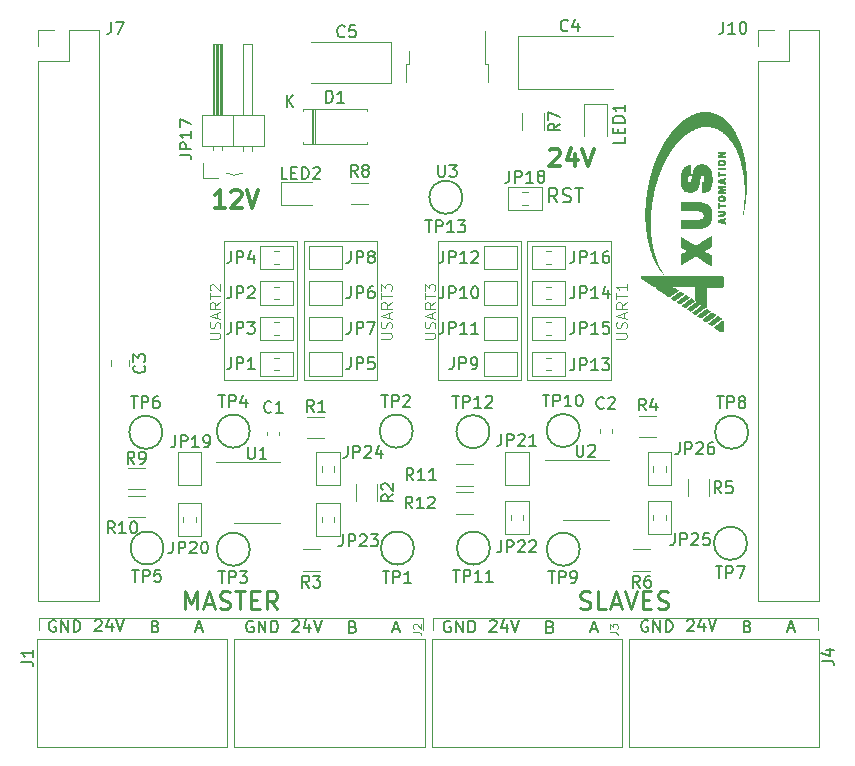
<source format=gto>
%TF.GenerationSoftware,KiCad,Pcbnew,6.0.11-2627ca5db0~126~ubuntu22.04.1*%
%TF.CreationDate,2023-09-22T10:59:18+02:00*%
%TF.ProjectId,nucleo_f302r8_extension,6e75636c-656f-45f6-9633-303272385f65,0.1*%
%TF.SameCoordinates,Original*%
%TF.FileFunction,Legend,Top*%
%TF.FilePolarity,Positive*%
%FSLAX46Y46*%
G04 Gerber Fmt 4.6, Leading zero omitted, Abs format (unit mm)*
G04 Created by KiCad (PCBNEW 6.0.11-2627ca5db0~126~ubuntu22.04.1) date 2023-09-22 10:59:18*
%MOMM*%
%LPD*%
G01*
G04 APERTURE LIST*
%ADD10C,0.080000*%
%ADD11C,0.050000*%
%ADD12C,0.150000*%
%ADD13C,0.120000*%
%ADD14C,0.300000*%
%ADD15C,0.200000*%
%ADD16C,0.250000*%
%ADD17C,0.100000*%
G04 APERTURE END LIST*
D10*
X111678400Y-121698800D02*
X111678400Y-120682800D01*
X78302800Y-120682800D02*
X45740000Y-120682800D01*
X78302800Y-121698800D02*
X78302800Y-120682800D01*
X79115600Y-120682800D02*
X79115600Y-121698800D01*
X111678400Y-120682800D02*
X79115600Y-120682800D01*
D11*
X86600000Y-100600000D02*
X79500000Y-100600000D01*
X79500000Y-100600000D02*
X79500000Y-88800000D01*
X79500000Y-88800000D02*
X86600000Y-88800000D01*
X86600000Y-88800000D02*
X86600000Y-100600000D01*
X94200000Y-100600000D02*
X87100000Y-100600000D01*
X87100000Y-100600000D02*
X87100000Y-88800000D01*
X87100000Y-88800000D02*
X94200000Y-88800000D01*
X94200000Y-88800000D02*
X94200000Y-100600000D01*
X67600000Y-100600000D02*
X61400000Y-100600000D01*
X61400000Y-100600000D02*
X61400000Y-88800000D01*
X61400000Y-88800000D02*
X67600000Y-88800000D01*
X67600000Y-88800000D02*
X67600000Y-100600000D01*
D10*
X45740000Y-120682800D02*
X45740000Y-121698800D01*
D11*
X74400000Y-100600000D02*
X68200000Y-100600000D01*
X68200000Y-100600000D02*
X68200000Y-88800000D01*
X68200000Y-88800000D02*
X74400000Y-88800000D01*
X74400000Y-88800000D02*
X74400000Y-100600000D01*
D12*
X63875695Y-120995600D02*
X63780457Y-120947980D01*
X63637600Y-120947980D01*
X63494742Y-120995600D01*
X63399504Y-121090838D01*
X63351885Y-121186076D01*
X63304266Y-121376552D01*
X63304266Y-121519409D01*
X63351885Y-121709885D01*
X63399504Y-121805123D01*
X63494742Y-121900361D01*
X63637600Y-121947980D01*
X63732838Y-121947980D01*
X63875695Y-121900361D01*
X63923314Y-121852742D01*
X63923314Y-121519409D01*
X63732838Y-121519409D01*
X64351885Y-121947980D02*
X64351885Y-120947980D01*
X64923314Y-121947980D01*
X64923314Y-120947980D01*
X65399504Y-121947980D02*
X65399504Y-120947980D01*
X65637600Y-120947980D01*
X65780457Y-120995600D01*
X65875695Y-121090838D01*
X65923314Y-121186076D01*
X65970933Y-121376552D01*
X65970933Y-121519409D01*
X65923314Y-121709885D01*
X65875695Y-121805123D01*
X65780457Y-121900361D01*
X65637600Y-121947980D01*
X65399504Y-121947980D01*
X75778704Y-121662266D02*
X76254895Y-121662266D01*
X75683466Y-121947980D02*
X76016800Y-120947980D01*
X76350133Y-121947980D01*
X47162495Y-120944800D02*
X47067257Y-120897180D01*
X46924400Y-120897180D01*
X46781542Y-120944800D01*
X46686304Y-121040038D01*
X46638685Y-121135276D01*
X46591066Y-121325752D01*
X46591066Y-121468609D01*
X46638685Y-121659085D01*
X46686304Y-121754323D01*
X46781542Y-121849561D01*
X46924400Y-121897180D01*
X47019638Y-121897180D01*
X47162495Y-121849561D01*
X47210114Y-121801942D01*
X47210114Y-121468609D01*
X47019638Y-121468609D01*
X47638685Y-121897180D02*
X47638685Y-120897180D01*
X48210114Y-121897180D01*
X48210114Y-120897180D01*
X48686304Y-121897180D02*
X48686304Y-120897180D01*
X48924400Y-120897180D01*
X49067257Y-120944800D01*
X49162495Y-121040038D01*
X49210114Y-121135276D01*
X49257733Y-121325752D01*
X49257733Y-121468609D01*
X49210114Y-121659085D01*
X49162495Y-121754323D01*
X49067257Y-121849561D01*
X48924400Y-121897180D01*
X48686304Y-121897180D01*
X109205104Y-121611466D02*
X109681295Y-121611466D01*
X109109866Y-121897180D02*
X109443200Y-120897180D01*
X109776533Y-121897180D01*
D13*
X78407142Y-97092857D02*
X79135714Y-97092857D01*
X79221428Y-97050000D01*
X79264285Y-97007142D01*
X79307142Y-96921428D01*
X79307142Y-96750000D01*
X79264285Y-96664285D01*
X79221428Y-96621428D01*
X79135714Y-96578571D01*
X78407142Y-96578571D01*
X79264285Y-96192857D02*
X79307142Y-96064285D01*
X79307142Y-95850000D01*
X79264285Y-95764285D01*
X79221428Y-95721428D01*
X79135714Y-95678571D01*
X79050000Y-95678571D01*
X78964285Y-95721428D01*
X78921428Y-95764285D01*
X78878571Y-95850000D01*
X78835714Y-96021428D01*
X78792857Y-96107142D01*
X78750000Y-96150000D01*
X78664285Y-96192857D01*
X78578571Y-96192857D01*
X78492857Y-96150000D01*
X78450000Y-96107142D01*
X78407142Y-96021428D01*
X78407142Y-95807142D01*
X78450000Y-95678571D01*
X79050000Y-95335714D02*
X79050000Y-94907142D01*
X79307142Y-95421428D02*
X78407142Y-95121428D01*
X79307142Y-94821428D01*
X79307142Y-94007142D02*
X78878571Y-94307142D01*
X79307142Y-94521428D02*
X78407142Y-94521428D01*
X78407142Y-94178571D01*
X78450000Y-94092857D01*
X78492857Y-94050000D01*
X78578571Y-94007142D01*
X78707142Y-94007142D01*
X78792857Y-94050000D01*
X78835714Y-94092857D01*
X78878571Y-94178571D01*
X78878571Y-94521428D01*
X78407142Y-93750000D02*
X78407142Y-93235714D01*
X79307142Y-93492857D02*
X78407142Y-93492857D01*
X78407142Y-93021428D02*
X78407142Y-92464285D01*
X78750000Y-92764285D01*
X78750000Y-92635714D01*
X78792857Y-92550000D01*
X78835714Y-92507142D01*
X78921428Y-92464285D01*
X79135714Y-92464285D01*
X79221428Y-92507142D01*
X79264285Y-92550000D01*
X79307142Y-92635714D01*
X79307142Y-92892857D01*
X79264285Y-92978571D01*
X79221428Y-93021428D01*
D12*
X55615828Y-121424171D02*
X55758685Y-121471790D01*
X55806304Y-121519409D01*
X55853923Y-121614647D01*
X55853923Y-121757504D01*
X55806304Y-121852742D01*
X55758685Y-121900361D01*
X55663447Y-121947980D01*
X55282495Y-121947980D01*
X55282495Y-120947980D01*
X55615828Y-120947980D01*
X55711066Y-120995600D01*
X55758685Y-121043219D01*
X55806304Y-121138457D01*
X55806304Y-121233695D01*
X55758685Y-121328933D01*
X55711066Y-121376552D01*
X55615828Y-121424171D01*
X55282495Y-121424171D01*
X67206323Y-120992419D02*
X67253942Y-120944800D01*
X67349180Y-120897180D01*
X67587276Y-120897180D01*
X67682514Y-120944800D01*
X67730133Y-120992419D01*
X67777752Y-121087657D01*
X67777752Y-121182895D01*
X67730133Y-121325752D01*
X67158704Y-121897180D01*
X67777752Y-121897180D01*
X68634895Y-121230514D02*
X68634895Y-121897180D01*
X68396800Y-120849561D02*
X68158704Y-121563847D01*
X68777752Y-121563847D01*
X69015847Y-120897180D02*
X69349180Y-121897180D01*
X69682514Y-120897180D01*
D14*
X61471428Y-85978571D02*
X60614285Y-85978571D01*
X61042857Y-85978571D02*
X61042857Y-84478571D01*
X60900000Y-84692857D01*
X60757142Y-84835714D01*
X60614285Y-84907142D01*
X62042857Y-84621428D02*
X62114285Y-84550000D01*
X62257142Y-84478571D01*
X62614285Y-84478571D01*
X62757142Y-84550000D01*
X62828571Y-84621428D01*
X62900000Y-84764285D01*
X62900000Y-84907142D01*
X62828571Y-85121428D01*
X61971428Y-85978571D01*
X62900000Y-85978571D01*
X63328571Y-84478571D02*
X63828571Y-85978571D01*
X64328571Y-84478571D01*
D12*
X59065504Y-121611466D02*
X59541695Y-121611466D01*
X58970266Y-121897180D02*
X59303600Y-120897180D01*
X59636933Y-121897180D01*
X72329028Y-121474971D02*
X72471885Y-121522590D01*
X72519504Y-121570209D01*
X72567123Y-121665447D01*
X72567123Y-121808304D01*
X72519504Y-121903542D01*
X72471885Y-121951161D01*
X72376647Y-121998780D01*
X71995695Y-121998780D01*
X71995695Y-120998780D01*
X72329028Y-120998780D01*
X72424266Y-121046400D01*
X72471885Y-121094019D01*
X72519504Y-121189257D01*
X72519504Y-121284495D01*
X72471885Y-121379733D01*
X72424266Y-121427352D01*
X72329028Y-121474971D01*
X71995695Y-121474971D01*
X50493123Y-120941619D02*
X50540742Y-120894000D01*
X50635980Y-120846380D01*
X50874076Y-120846380D01*
X50969314Y-120894000D01*
X51016933Y-120941619D01*
X51064552Y-121036857D01*
X51064552Y-121132095D01*
X51016933Y-121274952D01*
X50445504Y-121846380D01*
X51064552Y-121846380D01*
X51921695Y-121179714D02*
X51921695Y-121846380D01*
X51683600Y-120798761D02*
X51445504Y-121513047D01*
X52064552Y-121513047D01*
X52302647Y-120846380D02*
X52635980Y-121846380D01*
X52969314Y-120846380D01*
D14*
X89014285Y-81121428D02*
X89085714Y-81050000D01*
X89228571Y-80978571D01*
X89585714Y-80978571D01*
X89728571Y-81050000D01*
X89800000Y-81121428D01*
X89871428Y-81264285D01*
X89871428Y-81407142D01*
X89800000Y-81621428D01*
X88942857Y-82478571D01*
X89871428Y-82478571D01*
X91157142Y-81478571D02*
X91157142Y-82478571D01*
X90800000Y-80907142D02*
X90442857Y-81978571D01*
X91371428Y-81978571D01*
X91728571Y-80978571D02*
X92228571Y-82478571D01*
X92728571Y-80978571D01*
D15*
X89642857Y-85542857D02*
X89242857Y-84971428D01*
X88957142Y-85542857D02*
X88957142Y-84342857D01*
X89414285Y-84342857D01*
X89528571Y-84400000D01*
X89585714Y-84457142D01*
X89642857Y-84571428D01*
X89642857Y-84742857D01*
X89585714Y-84857142D01*
X89528571Y-84914285D01*
X89414285Y-84971428D01*
X88957142Y-84971428D01*
X90100000Y-85485714D02*
X90271428Y-85542857D01*
X90557142Y-85542857D01*
X90671428Y-85485714D01*
X90728571Y-85428571D01*
X90785714Y-85314285D01*
X90785714Y-85200000D01*
X90728571Y-85085714D01*
X90671428Y-85028571D01*
X90557142Y-84971428D01*
X90328571Y-84914285D01*
X90214285Y-84857142D01*
X90157142Y-84800000D01*
X90100000Y-84685714D01*
X90100000Y-84571428D01*
X90157142Y-84457142D01*
X90214285Y-84400000D01*
X90328571Y-84342857D01*
X90614285Y-84342857D01*
X90785714Y-84400000D01*
X91128571Y-84342857D02*
X91814285Y-84342857D01*
X91471428Y-85542857D02*
X91471428Y-84342857D01*
D13*
X94607142Y-97092857D02*
X95335714Y-97092857D01*
X95421428Y-97050000D01*
X95464285Y-97007142D01*
X95507142Y-96921428D01*
X95507142Y-96750000D01*
X95464285Y-96664285D01*
X95421428Y-96621428D01*
X95335714Y-96578571D01*
X94607142Y-96578571D01*
X95464285Y-96192857D02*
X95507142Y-96064285D01*
X95507142Y-95850000D01*
X95464285Y-95764285D01*
X95421428Y-95721428D01*
X95335714Y-95678571D01*
X95250000Y-95678571D01*
X95164285Y-95721428D01*
X95121428Y-95764285D01*
X95078571Y-95850000D01*
X95035714Y-96021428D01*
X94992857Y-96107142D01*
X94950000Y-96150000D01*
X94864285Y-96192857D01*
X94778571Y-96192857D01*
X94692857Y-96150000D01*
X94650000Y-96107142D01*
X94607142Y-96021428D01*
X94607142Y-95807142D01*
X94650000Y-95678571D01*
X95250000Y-95335714D02*
X95250000Y-94907142D01*
X95507142Y-95421428D02*
X94607142Y-95121428D01*
X95507142Y-94821428D01*
X95507142Y-94007142D02*
X95078571Y-94307142D01*
X95507142Y-94521428D02*
X94607142Y-94521428D01*
X94607142Y-94178571D01*
X94650000Y-94092857D01*
X94692857Y-94050000D01*
X94778571Y-94007142D01*
X94907142Y-94007142D01*
X94992857Y-94050000D01*
X95035714Y-94092857D01*
X95078571Y-94178571D01*
X95078571Y-94521428D01*
X94607142Y-93750000D02*
X94607142Y-93235714D01*
X95507142Y-93492857D02*
X94607142Y-93492857D01*
X95507142Y-92464285D02*
X95507142Y-92978571D01*
X95507142Y-92721428D02*
X94607142Y-92721428D01*
X94735714Y-92807142D01*
X94821428Y-92892857D01*
X94864285Y-92978571D01*
D12*
X89042228Y-121474971D02*
X89185085Y-121522590D01*
X89232704Y-121570209D01*
X89280323Y-121665447D01*
X89280323Y-121808304D01*
X89232704Y-121903542D01*
X89185085Y-121951161D01*
X89089847Y-121998780D01*
X88708895Y-121998780D01*
X88708895Y-120998780D01*
X89042228Y-120998780D01*
X89137466Y-121046400D01*
X89185085Y-121094019D01*
X89232704Y-121189257D01*
X89232704Y-121284495D01*
X89185085Y-121379733D01*
X89137466Y-121427352D01*
X89042228Y-121474971D01*
X88708895Y-121474971D01*
X83919523Y-120992419D02*
X83967142Y-120944800D01*
X84062380Y-120897180D01*
X84300476Y-120897180D01*
X84395714Y-120944800D01*
X84443333Y-120992419D01*
X84490952Y-121087657D01*
X84490952Y-121182895D01*
X84443333Y-121325752D01*
X83871904Y-121897180D01*
X84490952Y-121897180D01*
X85348095Y-121230514D02*
X85348095Y-121897180D01*
X85110000Y-120849561D02*
X84871904Y-121563847D01*
X85490952Y-121563847D01*
X85729047Y-120897180D02*
X86062380Y-121897180D01*
X86395714Y-120897180D01*
D16*
X91585714Y-119907142D02*
X91800000Y-119978571D01*
X92157142Y-119978571D01*
X92300000Y-119907142D01*
X92371428Y-119835714D01*
X92442857Y-119692857D01*
X92442857Y-119550000D01*
X92371428Y-119407142D01*
X92300000Y-119335714D01*
X92157142Y-119264285D01*
X91871428Y-119192857D01*
X91728571Y-119121428D01*
X91657142Y-119050000D01*
X91585714Y-118907142D01*
X91585714Y-118764285D01*
X91657142Y-118621428D01*
X91728571Y-118550000D01*
X91871428Y-118478571D01*
X92228571Y-118478571D01*
X92442857Y-118550000D01*
X93800000Y-119978571D02*
X93085714Y-119978571D01*
X93085714Y-118478571D01*
X94228571Y-119550000D02*
X94942857Y-119550000D01*
X94085714Y-119978571D02*
X94585714Y-118478571D01*
X95085714Y-119978571D01*
X95371428Y-118478571D02*
X95871428Y-119978571D01*
X96371428Y-118478571D01*
X96871428Y-119192857D02*
X97371428Y-119192857D01*
X97585714Y-119978571D02*
X96871428Y-119978571D01*
X96871428Y-118478571D01*
X97585714Y-118478571D01*
X98157142Y-119907142D02*
X98371428Y-119978571D01*
X98728571Y-119978571D01*
X98871428Y-119907142D01*
X98942857Y-119835714D01*
X99014285Y-119692857D01*
X99014285Y-119550000D01*
X98942857Y-119407142D01*
X98871428Y-119335714D01*
X98728571Y-119264285D01*
X98442857Y-119192857D01*
X98300000Y-119121428D01*
X98228571Y-119050000D01*
X98157142Y-118907142D01*
X98157142Y-118764285D01*
X98228571Y-118621428D01*
X98300000Y-118550000D01*
X98442857Y-118478571D01*
X98800000Y-118478571D01*
X99014285Y-118550000D01*
D13*
X74707142Y-97092857D02*
X75435714Y-97092857D01*
X75521428Y-97050000D01*
X75564285Y-97007142D01*
X75607142Y-96921428D01*
X75607142Y-96750000D01*
X75564285Y-96664285D01*
X75521428Y-96621428D01*
X75435714Y-96578571D01*
X74707142Y-96578571D01*
X75564285Y-96192857D02*
X75607142Y-96064285D01*
X75607142Y-95850000D01*
X75564285Y-95764285D01*
X75521428Y-95721428D01*
X75435714Y-95678571D01*
X75350000Y-95678571D01*
X75264285Y-95721428D01*
X75221428Y-95764285D01*
X75178571Y-95850000D01*
X75135714Y-96021428D01*
X75092857Y-96107142D01*
X75050000Y-96150000D01*
X74964285Y-96192857D01*
X74878571Y-96192857D01*
X74792857Y-96150000D01*
X74750000Y-96107142D01*
X74707142Y-96021428D01*
X74707142Y-95807142D01*
X74750000Y-95678571D01*
X75350000Y-95335714D02*
X75350000Y-94907142D01*
X75607142Y-95421428D02*
X74707142Y-95121428D01*
X75607142Y-94821428D01*
X75607142Y-94007142D02*
X75178571Y-94307142D01*
X75607142Y-94521428D02*
X74707142Y-94521428D01*
X74707142Y-94178571D01*
X74750000Y-94092857D01*
X74792857Y-94050000D01*
X74878571Y-94007142D01*
X75007142Y-94007142D01*
X75092857Y-94050000D01*
X75135714Y-94092857D01*
X75178571Y-94178571D01*
X75178571Y-94521428D01*
X74707142Y-93750000D02*
X74707142Y-93235714D01*
X75607142Y-93492857D02*
X74707142Y-93492857D01*
X74707142Y-93021428D02*
X74707142Y-92464285D01*
X75050000Y-92764285D01*
X75050000Y-92635714D01*
X75092857Y-92550000D01*
X75135714Y-92507142D01*
X75221428Y-92464285D01*
X75435714Y-92464285D01*
X75521428Y-92507142D01*
X75564285Y-92550000D01*
X75607142Y-92635714D01*
X75607142Y-92892857D01*
X75564285Y-92978571D01*
X75521428Y-93021428D01*
D12*
X92491904Y-121662266D02*
X92968095Y-121662266D01*
X92396666Y-121947980D02*
X92730000Y-120947980D01*
X93063333Y-121947980D01*
X97302095Y-120944800D02*
X97206857Y-120897180D01*
X97064000Y-120897180D01*
X96921142Y-120944800D01*
X96825904Y-121040038D01*
X96778285Y-121135276D01*
X96730666Y-121325752D01*
X96730666Y-121468609D01*
X96778285Y-121659085D01*
X96825904Y-121754323D01*
X96921142Y-121849561D01*
X97064000Y-121897180D01*
X97159238Y-121897180D01*
X97302095Y-121849561D01*
X97349714Y-121801942D01*
X97349714Y-121468609D01*
X97159238Y-121468609D01*
X97778285Y-121897180D02*
X97778285Y-120897180D01*
X98349714Y-121897180D01*
X98349714Y-120897180D01*
X98825904Y-121897180D02*
X98825904Y-120897180D01*
X99064000Y-120897180D01*
X99206857Y-120944800D01*
X99302095Y-121040038D01*
X99349714Y-121135276D01*
X99397333Y-121325752D01*
X99397333Y-121468609D01*
X99349714Y-121659085D01*
X99302095Y-121754323D01*
X99206857Y-121849561D01*
X99064000Y-121897180D01*
X98825904Y-121897180D01*
X105755428Y-121424171D02*
X105898285Y-121471790D01*
X105945904Y-121519409D01*
X105993523Y-121614647D01*
X105993523Y-121757504D01*
X105945904Y-121852742D01*
X105898285Y-121900361D01*
X105803047Y-121947980D01*
X105422095Y-121947980D01*
X105422095Y-120947980D01*
X105755428Y-120947980D01*
X105850666Y-120995600D01*
X105898285Y-121043219D01*
X105945904Y-121138457D01*
X105945904Y-121233695D01*
X105898285Y-121328933D01*
X105850666Y-121376552D01*
X105755428Y-121424171D01*
X105422095Y-121424171D01*
D16*
X58142857Y-119978571D02*
X58142857Y-118478571D01*
X58642857Y-119550000D01*
X59142857Y-118478571D01*
X59142857Y-119978571D01*
X59785714Y-119550000D02*
X60500000Y-119550000D01*
X59642857Y-119978571D02*
X60142857Y-118478571D01*
X60642857Y-119978571D01*
X61071428Y-119907142D02*
X61285714Y-119978571D01*
X61642857Y-119978571D01*
X61785714Y-119907142D01*
X61857142Y-119835714D01*
X61928571Y-119692857D01*
X61928571Y-119550000D01*
X61857142Y-119407142D01*
X61785714Y-119335714D01*
X61642857Y-119264285D01*
X61357142Y-119192857D01*
X61214285Y-119121428D01*
X61142857Y-119050000D01*
X61071428Y-118907142D01*
X61071428Y-118764285D01*
X61142857Y-118621428D01*
X61214285Y-118550000D01*
X61357142Y-118478571D01*
X61714285Y-118478571D01*
X61928571Y-118550000D01*
X62357142Y-118478571D02*
X63214285Y-118478571D01*
X62785714Y-119978571D02*
X62785714Y-118478571D01*
X63714285Y-119192857D02*
X64214285Y-119192857D01*
X64428571Y-119978571D02*
X63714285Y-119978571D01*
X63714285Y-118478571D01*
X64428571Y-118478571D01*
X65928571Y-119978571D02*
X65428571Y-119264285D01*
X65071428Y-119978571D02*
X65071428Y-118478571D01*
X65642857Y-118478571D01*
X65785714Y-118550000D01*
X65857142Y-118621428D01*
X65928571Y-118764285D01*
X65928571Y-118978571D01*
X65857142Y-119121428D01*
X65785714Y-119192857D01*
X65642857Y-119264285D01*
X65071428Y-119264285D01*
D13*
X60207142Y-97092857D02*
X60935714Y-97092857D01*
X61021428Y-97050000D01*
X61064285Y-97007142D01*
X61107142Y-96921428D01*
X61107142Y-96750000D01*
X61064285Y-96664285D01*
X61021428Y-96621428D01*
X60935714Y-96578571D01*
X60207142Y-96578571D01*
X61064285Y-96192857D02*
X61107142Y-96064285D01*
X61107142Y-95850000D01*
X61064285Y-95764285D01*
X61021428Y-95721428D01*
X60935714Y-95678571D01*
X60850000Y-95678571D01*
X60764285Y-95721428D01*
X60721428Y-95764285D01*
X60678571Y-95850000D01*
X60635714Y-96021428D01*
X60592857Y-96107142D01*
X60550000Y-96150000D01*
X60464285Y-96192857D01*
X60378571Y-96192857D01*
X60292857Y-96150000D01*
X60250000Y-96107142D01*
X60207142Y-96021428D01*
X60207142Y-95807142D01*
X60250000Y-95678571D01*
X60850000Y-95335714D02*
X60850000Y-94907142D01*
X61107142Y-95421428D02*
X60207142Y-95121428D01*
X61107142Y-94821428D01*
X61107142Y-94007142D02*
X60678571Y-94307142D01*
X61107142Y-94521428D02*
X60207142Y-94521428D01*
X60207142Y-94178571D01*
X60250000Y-94092857D01*
X60292857Y-94050000D01*
X60378571Y-94007142D01*
X60507142Y-94007142D01*
X60592857Y-94050000D01*
X60635714Y-94092857D01*
X60678571Y-94178571D01*
X60678571Y-94521428D01*
X60207142Y-93750000D02*
X60207142Y-93235714D01*
X61107142Y-93492857D02*
X60207142Y-93492857D01*
X60292857Y-92978571D02*
X60250000Y-92935714D01*
X60207142Y-92850000D01*
X60207142Y-92635714D01*
X60250000Y-92550000D01*
X60292857Y-92507142D01*
X60378571Y-92464285D01*
X60464285Y-92464285D01*
X60592857Y-92507142D01*
X61107142Y-93021428D01*
X61107142Y-92464285D01*
D12*
X100632723Y-120941619D02*
X100680342Y-120894000D01*
X100775580Y-120846380D01*
X101013676Y-120846380D01*
X101108914Y-120894000D01*
X101156533Y-120941619D01*
X101204152Y-121036857D01*
X101204152Y-121132095D01*
X101156533Y-121274952D01*
X100585104Y-121846380D01*
X101204152Y-121846380D01*
X102061295Y-121179714D02*
X102061295Y-121846380D01*
X101823200Y-120798761D02*
X101585104Y-121513047D01*
X102204152Y-121513047D01*
X102442247Y-120846380D02*
X102775580Y-121846380D01*
X103108914Y-120846380D01*
X80588895Y-120995600D02*
X80493657Y-120947980D01*
X80350800Y-120947980D01*
X80207942Y-120995600D01*
X80112704Y-121090838D01*
X80065085Y-121186076D01*
X80017466Y-121376552D01*
X80017466Y-121519409D01*
X80065085Y-121709885D01*
X80112704Y-121805123D01*
X80207942Y-121900361D01*
X80350800Y-121947980D01*
X80446038Y-121947980D01*
X80588895Y-121900361D01*
X80636514Y-121852742D01*
X80636514Y-121519409D01*
X80446038Y-121519409D01*
X81065085Y-121947980D02*
X81065085Y-120947980D01*
X81636514Y-121947980D01*
X81636514Y-120947980D01*
X82112704Y-121947980D02*
X82112704Y-120947980D01*
X82350800Y-120947980D01*
X82493657Y-120995600D01*
X82588895Y-121090838D01*
X82636514Y-121186076D01*
X82684133Y-121376552D01*
X82684133Y-121519409D01*
X82636514Y-121709885D01*
X82588895Y-121805123D01*
X82493657Y-121900361D01*
X82350800Y-121947980D01*
X82112704Y-121947980D01*
%TO.C,JP17*%
X57652380Y-81509523D02*
X58366666Y-81509523D01*
X58509523Y-81557142D01*
X58604761Y-81652380D01*
X58652380Y-81795238D01*
X58652380Y-81890476D01*
X58652380Y-81033333D02*
X57652380Y-81033333D01*
X57652380Y-80652380D01*
X57700000Y-80557142D01*
X57747619Y-80509523D01*
X57842857Y-80461904D01*
X57985714Y-80461904D01*
X58080952Y-80509523D01*
X58128571Y-80557142D01*
X58176190Y-80652380D01*
X58176190Y-81033333D01*
X58652380Y-79509523D02*
X58652380Y-80080952D01*
X58652380Y-79795238D02*
X57652380Y-79795238D01*
X57795238Y-79890476D01*
X57890476Y-79985714D01*
X57938095Y-80080952D01*
X57652380Y-79176190D02*
X57652380Y-78509523D01*
X58652380Y-78938095D01*
%TO.C,TP2*%
X74738095Y-101852380D02*
X75309523Y-101852380D01*
X75023809Y-102852380D02*
X75023809Y-101852380D01*
X75642857Y-102852380D02*
X75642857Y-101852380D01*
X76023809Y-101852380D01*
X76119047Y-101900000D01*
X76166666Y-101947619D01*
X76214285Y-102042857D01*
X76214285Y-102185714D01*
X76166666Y-102280952D01*
X76119047Y-102328571D01*
X76023809Y-102376190D01*
X75642857Y-102376190D01*
X76595238Y-101947619D02*
X76642857Y-101900000D01*
X76738095Y-101852380D01*
X76976190Y-101852380D01*
X77071428Y-101900000D01*
X77119047Y-101947619D01*
X77166666Y-102042857D01*
X77166666Y-102138095D01*
X77119047Y-102280952D01*
X76547619Y-102852380D01*
X77166666Y-102852380D01*
%TO.C,J1*%
X44252380Y-124433333D02*
X44966666Y-124433333D01*
X45109523Y-124480952D01*
X45204761Y-124576190D01*
X45252380Y-124719047D01*
X45252380Y-124814285D01*
X45252380Y-123433333D02*
X45252380Y-124004761D01*
X45252380Y-123719047D02*
X44252380Y-123719047D01*
X44395238Y-123814285D01*
X44490476Y-123909523D01*
X44538095Y-124004761D01*
%TO.C,R2*%
X75752380Y-110266666D02*
X75276190Y-110600000D01*
X75752380Y-110838095D02*
X74752380Y-110838095D01*
X74752380Y-110457142D01*
X74800000Y-110361904D01*
X74847619Y-110314285D01*
X74942857Y-110266666D01*
X75085714Y-110266666D01*
X75180952Y-110314285D01*
X75228571Y-110361904D01*
X75276190Y-110457142D01*
X75276190Y-110838095D01*
X74847619Y-109885714D02*
X74800000Y-109838095D01*
X74752380Y-109742857D01*
X74752380Y-109504761D01*
X74800000Y-109409523D01*
X74847619Y-109361904D01*
X74942857Y-109314285D01*
X75038095Y-109314285D01*
X75180952Y-109361904D01*
X75752380Y-109933333D01*
X75752380Y-109314285D01*
%TO.C,C2*%
X93570833Y-102920342D02*
X93523214Y-102967961D01*
X93380357Y-103015580D01*
X93285119Y-103015580D01*
X93142261Y-102967961D01*
X93047023Y-102872723D01*
X92999404Y-102777485D01*
X92951785Y-102587009D01*
X92951785Y-102444152D01*
X92999404Y-102253676D01*
X93047023Y-102158438D01*
X93142261Y-102063200D01*
X93285119Y-102015580D01*
X93380357Y-102015580D01*
X93523214Y-102063200D01*
X93570833Y-102110819D01*
X93951785Y-102110819D02*
X93999404Y-102063200D01*
X94094642Y-102015580D01*
X94332738Y-102015580D01*
X94427976Y-102063200D01*
X94475595Y-102110819D01*
X94523214Y-102206057D01*
X94523214Y-102301295D01*
X94475595Y-102444152D01*
X93904166Y-103015580D01*
X94523214Y-103015580D01*
%TO.C,JP9*%
X80866666Y-98652380D02*
X80866666Y-99366666D01*
X80819047Y-99509523D01*
X80723809Y-99604761D01*
X80580952Y-99652380D01*
X80485714Y-99652380D01*
X81342857Y-99652380D02*
X81342857Y-98652380D01*
X81723809Y-98652380D01*
X81819047Y-98700000D01*
X81866666Y-98747619D01*
X81914285Y-98842857D01*
X81914285Y-98985714D01*
X81866666Y-99080952D01*
X81819047Y-99128571D01*
X81723809Y-99176190D01*
X81342857Y-99176190D01*
X82390476Y-99652380D02*
X82580952Y-99652380D01*
X82676190Y-99604761D01*
X82723809Y-99557142D01*
X82819047Y-99414285D01*
X82866666Y-99223809D01*
X82866666Y-98842857D01*
X82819047Y-98747619D01*
X82771428Y-98700000D01*
X82676190Y-98652380D01*
X82485714Y-98652380D01*
X82390476Y-98700000D01*
X82342857Y-98747619D01*
X82295238Y-98842857D01*
X82295238Y-99080952D01*
X82342857Y-99176190D01*
X82390476Y-99223809D01*
X82485714Y-99271428D01*
X82676190Y-99271428D01*
X82771428Y-99223809D01*
X82819047Y-99176190D01*
X82866666Y-99080952D01*
%TO.C,TP9*%
X88875595Y-116752380D02*
X89447023Y-116752380D01*
X89161309Y-117752380D02*
X89161309Y-116752380D01*
X89780357Y-117752380D02*
X89780357Y-116752380D01*
X90161309Y-116752380D01*
X90256547Y-116800000D01*
X90304166Y-116847619D01*
X90351785Y-116942857D01*
X90351785Y-117085714D01*
X90304166Y-117180952D01*
X90256547Y-117228571D01*
X90161309Y-117276190D01*
X89780357Y-117276190D01*
X90827976Y-117752380D02*
X91018452Y-117752380D01*
X91113690Y-117704761D01*
X91161309Y-117657142D01*
X91256547Y-117514285D01*
X91304166Y-117323809D01*
X91304166Y-116942857D01*
X91256547Y-116847619D01*
X91208928Y-116800000D01*
X91113690Y-116752380D01*
X90923214Y-116752380D01*
X90827976Y-116800000D01*
X90780357Y-116847619D01*
X90732738Y-116942857D01*
X90732738Y-117180952D01*
X90780357Y-117276190D01*
X90827976Y-117323809D01*
X90923214Y-117371428D01*
X91113690Y-117371428D01*
X91208928Y-117323809D01*
X91256547Y-117276190D01*
X91304166Y-117180952D01*
%TO.C,J10*%
X103690476Y-70252380D02*
X103690476Y-70966666D01*
X103642857Y-71109523D01*
X103547619Y-71204761D01*
X103404761Y-71252380D01*
X103309523Y-71252380D01*
X104690476Y-71252380D02*
X104119047Y-71252380D01*
X104404761Y-71252380D02*
X104404761Y-70252380D01*
X104309523Y-70395238D01*
X104214285Y-70490476D01*
X104119047Y-70538095D01*
X105309523Y-70252380D02*
X105404761Y-70252380D01*
X105500000Y-70300000D01*
X105547619Y-70347619D01*
X105595238Y-70442857D01*
X105642857Y-70633333D01*
X105642857Y-70871428D01*
X105595238Y-71061904D01*
X105547619Y-71157142D01*
X105500000Y-71204761D01*
X105404761Y-71252380D01*
X105309523Y-71252380D01*
X105214285Y-71204761D01*
X105166666Y-71157142D01*
X105119047Y-71061904D01*
X105071428Y-70871428D01*
X105071428Y-70633333D01*
X105119047Y-70442857D01*
X105166666Y-70347619D01*
X105214285Y-70300000D01*
X105309523Y-70252380D01*
D17*
%TO.C,J2*%
X77416666Y-121933333D02*
X77916666Y-121933333D01*
X78016666Y-121966666D01*
X78083333Y-122033333D01*
X78116666Y-122133333D01*
X78116666Y-122200000D01*
X77483333Y-121633333D02*
X77450000Y-121600000D01*
X77416666Y-121533333D01*
X77416666Y-121366666D01*
X77450000Y-121300000D01*
X77483333Y-121266666D01*
X77550000Y-121233333D01*
X77616666Y-121233333D01*
X77716666Y-121266666D01*
X78116666Y-121666666D01*
X78116666Y-121233333D01*
D12*
%TO.C,R7*%
X89852380Y-78866666D02*
X89376190Y-79200000D01*
X89852380Y-79438095D02*
X88852380Y-79438095D01*
X88852380Y-79057142D01*
X88900000Y-78961904D01*
X88947619Y-78914285D01*
X89042857Y-78866666D01*
X89185714Y-78866666D01*
X89280952Y-78914285D01*
X89328571Y-78961904D01*
X89376190Y-79057142D01*
X89376190Y-79438095D01*
X88852380Y-78533333D02*
X88852380Y-77866666D01*
X89852380Y-78295238D01*
%TO.C,JP20*%
X57090476Y-114252380D02*
X57090476Y-114966666D01*
X57042857Y-115109523D01*
X56947619Y-115204761D01*
X56804761Y-115252380D01*
X56709523Y-115252380D01*
X57566666Y-115252380D02*
X57566666Y-114252380D01*
X57947619Y-114252380D01*
X58042857Y-114300000D01*
X58090476Y-114347619D01*
X58138095Y-114442857D01*
X58138095Y-114585714D01*
X58090476Y-114680952D01*
X58042857Y-114728571D01*
X57947619Y-114776190D01*
X57566666Y-114776190D01*
X58519047Y-114347619D02*
X58566666Y-114300000D01*
X58661904Y-114252380D01*
X58900000Y-114252380D01*
X58995238Y-114300000D01*
X59042857Y-114347619D01*
X59090476Y-114442857D01*
X59090476Y-114538095D01*
X59042857Y-114680952D01*
X58471428Y-115252380D01*
X59090476Y-115252380D01*
X59709523Y-114252380D02*
X59804761Y-114252380D01*
X59900000Y-114300000D01*
X59947619Y-114347619D01*
X59995238Y-114442857D01*
X60042857Y-114633333D01*
X60042857Y-114871428D01*
X59995238Y-115061904D01*
X59947619Y-115157142D01*
X59900000Y-115204761D01*
X59804761Y-115252380D01*
X59709523Y-115252380D01*
X59614285Y-115204761D01*
X59566666Y-115157142D01*
X59519047Y-115061904D01*
X59471428Y-114871428D01*
X59471428Y-114633333D01*
X59519047Y-114442857D01*
X59566666Y-114347619D01*
X59614285Y-114300000D01*
X59709523Y-114252380D01*
%TO.C,TP13*%
X78461904Y-87052380D02*
X79033333Y-87052380D01*
X78747619Y-88052380D02*
X78747619Y-87052380D01*
X79366666Y-88052380D02*
X79366666Y-87052380D01*
X79747619Y-87052380D01*
X79842857Y-87100000D01*
X79890476Y-87147619D01*
X79938095Y-87242857D01*
X79938095Y-87385714D01*
X79890476Y-87480952D01*
X79842857Y-87528571D01*
X79747619Y-87576190D01*
X79366666Y-87576190D01*
X80890476Y-88052380D02*
X80319047Y-88052380D01*
X80604761Y-88052380D02*
X80604761Y-87052380D01*
X80509523Y-87195238D01*
X80414285Y-87290476D01*
X80319047Y-87338095D01*
X81223809Y-87052380D02*
X81842857Y-87052380D01*
X81509523Y-87433333D01*
X81652380Y-87433333D01*
X81747619Y-87480952D01*
X81795238Y-87528571D01*
X81842857Y-87623809D01*
X81842857Y-87861904D01*
X81795238Y-87957142D01*
X81747619Y-88004761D01*
X81652380Y-88052380D01*
X81366666Y-88052380D01*
X81271428Y-88004761D01*
X81223809Y-87957142D01*
%TO.C,LED2*%
X66780952Y-83552380D02*
X66304761Y-83552380D01*
X66304761Y-82552380D01*
X67114285Y-83028571D02*
X67447619Y-83028571D01*
X67590476Y-83552380D02*
X67114285Y-83552380D01*
X67114285Y-82552380D01*
X67590476Y-82552380D01*
X68019047Y-83552380D02*
X68019047Y-82552380D01*
X68257142Y-82552380D01*
X68400000Y-82600000D01*
X68495238Y-82695238D01*
X68542857Y-82790476D01*
X68590476Y-82980952D01*
X68590476Y-83123809D01*
X68542857Y-83314285D01*
X68495238Y-83409523D01*
X68400000Y-83504761D01*
X68257142Y-83552380D01*
X68019047Y-83552380D01*
X68971428Y-82647619D02*
X69019047Y-82600000D01*
X69114285Y-82552380D01*
X69352380Y-82552380D01*
X69447619Y-82600000D01*
X69495238Y-82647619D01*
X69542857Y-82742857D01*
X69542857Y-82838095D01*
X69495238Y-82980952D01*
X68923809Y-83552380D01*
X69542857Y-83552380D01*
%TO.C,JP4*%
X62016666Y-89652380D02*
X62016666Y-90366666D01*
X61969047Y-90509523D01*
X61873809Y-90604761D01*
X61730952Y-90652380D01*
X61635714Y-90652380D01*
X62492857Y-90652380D02*
X62492857Y-89652380D01*
X62873809Y-89652380D01*
X62969047Y-89700000D01*
X63016666Y-89747619D01*
X63064285Y-89842857D01*
X63064285Y-89985714D01*
X63016666Y-90080952D01*
X62969047Y-90128571D01*
X62873809Y-90176190D01*
X62492857Y-90176190D01*
X63921428Y-89985714D02*
X63921428Y-90652380D01*
X63683333Y-89604761D02*
X63445238Y-90319047D01*
X64064285Y-90319047D01*
%TO.C,R9*%
X53833333Y-107652380D02*
X53500000Y-107176190D01*
X53261904Y-107652380D02*
X53261904Y-106652380D01*
X53642857Y-106652380D01*
X53738095Y-106700000D01*
X53785714Y-106747619D01*
X53833333Y-106842857D01*
X53833333Y-106985714D01*
X53785714Y-107080952D01*
X53738095Y-107128571D01*
X53642857Y-107176190D01*
X53261904Y-107176190D01*
X54309523Y-107652380D02*
X54500000Y-107652380D01*
X54595238Y-107604761D01*
X54642857Y-107557142D01*
X54738095Y-107414285D01*
X54785714Y-107223809D01*
X54785714Y-106842857D01*
X54738095Y-106747619D01*
X54690476Y-106700000D01*
X54595238Y-106652380D01*
X54404761Y-106652380D01*
X54309523Y-106700000D01*
X54261904Y-106747619D01*
X54214285Y-106842857D01*
X54214285Y-107080952D01*
X54261904Y-107176190D01*
X54309523Y-107223809D01*
X54404761Y-107271428D01*
X54595238Y-107271428D01*
X54690476Y-107223809D01*
X54738095Y-107176190D01*
X54785714Y-107080952D01*
%TO.C,U3*%
X79538095Y-82356380D02*
X79538095Y-83165904D01*
X79585714Y-83261142D01*
X79633333Y-83308761D01*
X79728571Y-83356380D01*
X79919047Y-83356380D01*
X80014285Y-83308761D01*
X80061904Y-83261142D01*
X80109523Y-83165904D01*
X80109523Y-82356380D01*
X80490476Y-82356380D02*
X81109523Y-82356380D01*
X80776190Y-82737333D01*
X80919047Y-82737333D01*
X81014285Y-82784952D01*
X81061904Y-82832571D01*
X81109523Y-82927809D01*
X81109523Y-83165904D01*
X81061904Y-83261142D01*
X81014285Y-83308761D01*
X80919047Y-83356380D01*
X80633333Y-83356380D01*
X80538095Y-83308761D01*
X80490476Y-83261142D01*
%TO.C,R3*%
X68633333Y-118152380D02*
X68300000Y-117676190D01*
X68061904Y-118152380D02*
X68061904Y-117152380D01*
X68442857Y-117152380D01*
X68538095Y-117200000D01*
X68585714Y-117247619D01*
X68633333Y-117342857D01*
X68633333Y-117485714D01*
X68585714Y-117580952D01*
X68538095Y-117628571D01*
X68442857Y-117676190D01*
X68061904Y-117676190D01*
X68966666Y-117152380D02*
X69585714Y-117152380D01*
X69252380Y-117533333D01*
X69395238Y-117533333D01*
X69490476Y-117580952D01*
X69538095Y-117628571D01*
X69585714Y-117723809D01*
X69585714Y-117961904D01*
X69538095Y-118057142D01*
X69490476Y-118104761D01*
X69395238Y-118152380D01*
X69109523Y-118152380D01*
X69014285Y-118104761D01*
X68966666Y-118057142D01*
D17*
%TO.C,J3*%
X94060666Y-121932133D02*
X94560666Y-121932133D01*
X94660666Y-121965466D01*
X94727333Y-122032133D01*
X94760666Y-122132133D01*
X94760666Y-122198800D01*
X94060666Y-121665466D02*
X94060666Y-121232133D01*
X94327333Y-121465466D01*
X94327333Y-121365466D01*
X94360666Y-121298800D01*
X94394000Y-121265466D01*
X94460666Y-121232133D01*
X94627333Y-121232133D01*
X94694000Y-121265466D01*
X94727333Y-121298800D01*
X94760666Y-121365466D01*
X94760666Y-121565466D01*
X94727333Y-121632133D01*
X94694000Y-121665466D01*
D12*
%TO.C,JP3*%
X62016666Y-95652380D02*
X62016666Y-96366666D01*
X61969047Y-96509523D01*
X61873809Y-96604761D01*
X61730952Y-96652380D01*
X61635714Y-96652380D01*
X62492857Y-96652380D02*
X62492857Y-95652380D01*
X62873809Y-95652380D01*
X62969047Y-95700000D01*
X63016666Y-95747619D01*
X63064285Y-95842857D01*
X63064285Y-95985714D01*
X63016666Y-96080952D01*
X62969047Y-96128571D01*
X62873809Y-96176190D01*
X62492857Y-96176190D01*
X63397619Y-95652380D02*
X64016666Y-95652380D01*
X63683333Y-96033333D01*
X63826190Y-96033333D01*
X63921428Y-96080952D01*
X63969047Y-96128571D01*
X64016666Y-96223809D01*
X64016666Y-96461904D01*
X63969047Y-96557142D01*
X63921428Y-96604761D01*
X63826190Y-96652380D01*
X63540476Y-96652380D01*
X63445238Y-96604761D01*
X63397619Y-96557142D01*
%TO.C,U2*%
X91275595Y-106052380D02*
X91275595Y-106861904D01*
X91323214Y-106957142D01*
X91370833Y-107004761D01*
X91466071Y-107052380D01*
X91656547Y-107052380D01*
X91751785Y-107004761D01*
X91799404Y-106957142D01*
X91847023Y-106861904D01*
X91847023Y-106052380D01*
X92275595Y-106147619D02*
X92323214Y-106100000D01*
X92418452Y-106052380D01*
X92656547Y-106052380D01*
X92751785Y-106100000D01*
X92799404Y-106147619D01*
X92847023Y-106242857D01*
X92847023Y-106338095D01*
X92799404Y-106480952D01*
X92227976Y-107052380D01*
X92847023Y-107052380D01*
%TO.C,JP6*%
X72166666Y-92652380D02*
X72166666Y-93366666D01*
X72119047Y-93509523D01*
X72023809Y-93604761D01*
X71880952Y-93652380D01*
X71785714Y-93652380D01*
X72642857Y-93652380D02*
X72642857Y-92652380D01*
X73023809Y-92652380D01*
X73119047Y-92700000D01*
X73166666Y-92747619D01*
X73214285Y-92842857D01*
X73214285Y-92985714D01*
X73166666Y-93080952D01*
X73119047Y-93128571D01*
X73023809Y-93176190D01*
X72642857Y-93176190D01*
X74071428Y-92652380D02*
X73880952Y-92652380D01*
X73785714Y-92700000D01*
X73738095Y-92747619D01*
X73642857Y-92890476D01*
X73595238Y-93080952D01*
X73595238Y-93461904D01*
X73642857Y-93557142D01*
X73690476Y-93604761D01*
X73785714Y-93652380D01*
X73976190Y-93652380D01*
X74071428Y-93604761D01*
X74119047Y-93557142D01*
X74166666Y-93461904D01*
X74166666Y-93223809D01*
X74119047Y-93128571D01*
X74071428Y-93080952D01*
X73976190Y-93033333D01*
X73785714Y-93033333D01*
X73690476Y-93080952D01*
X73642857Y-93128571D01*
X73595238Y-93223809D01*
%TO.C,JP11*%
X79990476Y-95652380D02*
X79990476Y-96366666D01*
X79942857Y-96509523D01*
X79847619Y-96604761D01*
X79704761Y-96652380D01*
X79609523Y-96652380D01*
X80466666Y-96652380D02*
X80466666Y-95652380D01*
X80847619Y-95652380D01*
X80942857Y-95700000D01*
X80990476Y-95747619D01*
X81038095Y-95842857D01*
X81038095Y-95985714D01*
X80990476Y-96080952D01*
X80942857Y-96128571D01*
X80847619Y-96176190D01*
X80466666Y-96176190D01*
X81990476Y-96652380D02*
X81419047Y-96652380D01*
X81704761Y-96652380D02*
X81704761Y-95652380D01*
X81609523Y-95795238D01*
X81514285Y-95890476D01*
X81419047Y-95938095D01*
X82942857Y-96652380D02*
X82371428Y-96652380D01*
X82657142Y-96652380D02*
X82657142Y-95652380D01*
X82561904Y-95795238D01*
X82466666Y-95890476D01*
X82371428Y-95938095D01*
%TO.C,JP25*%
X99590476Y-113552380D02*
X99590476Y-114266666D01*
X99542857Y-114409523D01*
X99447619Y-114504761D01*
X99304761Y-114552380D01*
X99209523Y-114552380D01*
X100066666Y-114552380D02*
X100066666Y-113552380D01*
X100447619Y-113552380D01*
X100542857Y-113600000D01*
X100590476Y-113647619D01*
X100638095Y-113742857D01*
X100638095Y-113885714D01*
X100590476Y-113980952D01*
X100542857Y-114028571D01*
X100447619Y-114076190D01*
X100066666Y-114076190D01*
X101019047Y-113647619D02*
X101066666Y-113600000D01*
X101161904Y-113552380D01*
X101400000Y-113552380D01*
X101495238Y-113600000D01*
X101542857Y-113647619D01*
X101590476Y-113742857D01*
X101590476Y-113838095D01*
X101542857Y-113980952D01*
X100971428Y-114552380D01*
X101590476Y-114552380D01*
X102495238Y-113552380D02*
X102019047Y-113552380D01*
X101971428Y-114028571D01*
X102019047Y-113980952D01*
X102114285Y-113933333D01*
X102352380Y-113933333D01*
X102447619Y-113980952D01*
X102495238Y-114028571D01*
X102542857Y-114123809D01*
X102542857Y-114361904D01*
X102495238Y-114457142D01*
X102447619Y-114504761D01*
X102352380Y-114552380D01*
X102114285Y-114552380D01*
X102019047Y-114504761D01*
X101971428Y-114457142D01*
%TO.C,R1*%
X69033333Y-103252380D02*
X68700000Y-102776190D01*
X68461904Y-103252380D02*
X68461904Y-102252380D01*
X68842857Y-102252380D01*
X68938095Y-102300000D01*
X68985714Y-102347619D01*
X69033333Y-102442857D01*
X69033333Y-102585714D01*
X68985714Y-102680952D01*
X68938095Y-102728571D01*
X68842857Y-102776190D01*
X68461904Y-102776190D01*
X69985714Y-103252380D02*
X69414285Y-103252380D01*
X69700000Y-103252380D02*
X69700000Y-102252380D01*
X69604761Y-102395238D01*
X69509523Y-102490476D01*
X69414285Y-102538095D01*
%TO.C,JP23*%
X71490476Y-113652380D02*
X71490476Y-114366666D01*
X71442857Y-114509523D01*
X71347619Y-114604761D01*
X71204761Y-114652380D01*
X71109523Y-114652380D01*
X71966666Y-114652380D02*
X71966666Y-113652380D01*
X72347619Y-113652380D01*
X72442857Y-113700000D01*
X72490476Y-113747619D01*
X72538095Y-113842857D01*
X72538095Y-113985714D01*
X72490476Y-114080952D01*
X72442857Y-114128571D01*
X72347619Y-114176190D01*
X71966666Y-114176190D01*
X72919047Y-113747619D02*
X72966666Y-113700000D01*
X73061904Y-113652380D01*
X73300000Y-113652380D01*
X73395238Y-113700000D01*
X73442857Y-113747619D01*
X73490476Y-113842857D01*
X73490476Y-113938095D01*
X73442857Y-114080952D01*
X72871428Y-114652380D01*
X73490476Y-114652380D01*
X73823809Y-113652380D02*
X74442857Y-113652380D01*
X74109523Y-114033333D01*
X74252380Y-114033333D01*
X74347619Y-114080952D01*
X74395238Y-114128571D01*
X74442857Y-114223809D01*
X74442857Y-114461904D01*
X74395238Y-114557142D01*
X74347619Y-114604761D01*
X74252380Y-114652380D01*
X73966666Y-114652380D01*
X73871428Y-114604761D01*
X73823809Y-114557142D01*
%TO.C,JP24*%
X71890476Y-106152380D02*
X71890476Y-106866666D01*
X71842857Y-107009523D01*
X71747619Y-107104761D01*
X71604761Y-107152380D01*
X71509523Y-107152380D01*
X72366666Y-107152380D02*
X72366666Y-106152380D01*
X72747619Y-106152380D01*
X72842857Y-106200000D01*
X72890476Y-106247619D01*
X72938095Y-106342857D01*
X72938095Y-106485714D01*
X72890476Y-106580952D01*
X72842857Y-106628571D01*
X72747619Y-106676190D01*
X72366666Y-106676190D01*
X73319047Y-106247619D02*
X73366666Y-106200000D01*
X73461904Y-106152380D01*
X73700000Y-106152380D01*
X73795238Y-106200000D01*
X73842857Y-106247619D01*
X73890476Y-106342857D01*
X73890476Y-106438095D01*
X73842857Y-106580952D01*
X73271428Y-107152380D01*
X73890476Y-107152380D01*
X74747619Y-106485714D02*
X74747619Y-107152380D01*
X74509523Y-106104761D02*
X74271428Y-106819047D01*
X74890476Y-106819047D01*
%TO.C,JP16*%
X91090476Y-89652380D02*
X91090476Y-90366666D01*
X91042857Y-90509523D01*
X90947619Y-90604761D01*
X90804761Y-90652380D01*
X90709523Y-90652380D01*
X91566666Y-90652380D02*
X91566666Y-89652380D01*
X91947619Y-89652380D01*
X92042857Y-89700000D01*
X92090476Y-89747619D01*
X92138095Y-89842857D01*
X92138095Y-89985714D01*
X92090476Y-90080952D01*
X92042857Y-90128571D01*
X91947619Y-90176190D01*
X91566666Y-90176190D01*
X93090476Y-90652380D02*
X92519047Y-90652380D01*
X92804761Y-90652380D02*
X92804761Y-89652380D01*
X92709523Y-89795238D01*
X92614285Y-89890476D01*
X92519047Y-89938095D01*
X93947619Y-89652380D02*
X93757142Y-89652380D01*
X93661904Y-89700000D01*
X93614285Y-89747619D01*
X93519047Y-89890476D01*
X93471428Y-90080952D01*
X93471428Y-90461904D01*
X93519047Y-90557142D01*
X93566666Y-90604761D01*
X93661904Y-90652380D01*
X93852380Y-90652380D01*
X93947619Y-90604761D01*
X93995238Y-90557142D01*
X94042857Y-90461904D01*
X94042857Y-90223809D01*
X93995238Y-90128571D01*
X93947619Y-90080952D01*
X93852380Y-90033333D01*
X93661904Y-90033333D01*
X93566666Y-90080952D01*
X93519047Y-90128571D01*
X93471428Y-90223809D01*
%TO.C,LED1*%
X95333580Y-80019047D02*
X95333580Y-80495238D01*
X94333580Y-80495238D01*
X94809771Y-79685714D02*
X94809771Y-79352380D01*
X95333580Y-79209523D02*
X95333580Y-79685714D01*
X94333580Y-79685714D01*
X94333580Y-79209523D01*
X95333580Y-78780952D02*
X94333580Y-78780952D01*
X94333580Y-78542857D01*
X94381200Y-78400000D01*
X94476438Y-78304761D01*
X94571676Y-78257142D01*
X94762152Y-78209523D01*
X94905009Y-78209523D01*
X95095485Y-78257142D01*
X95190723Y-78304761D01*
X95285961Y-78400000D01*
X95333580Y-78542857D01*
X95333580Y-78780952D01*
X95333580Y-77257142D02*
X95333580Y-77828571D01*
X95333580Y-77542857D02*
X94333580Y-77542857D01*
X94476438Y-77638095D01*
X94571676Y-77733333D01*
X94619295Y-77828571D01*
%TO.C,JP22*%
X84890476Y-114152380D02*
X84890476Y-114866666D01*
X84842857Y-115009523D01*
X84747619Y-115104761D01*
X84604761Y-115152380D01*
X84509523Y-115152380D01*
X85366666Y-115152380D02*
X85366666Y-114152380D01*
X85747619Y-114152380D01*
X85842857Y-114200000D01*
X85890476Y-114247619D01*
X85938095Y-114342857D01*
X85938095Y-114485714D01*
X85890476Y-114580952D01*
X85842857Y-114628571D01*
X85747619Y-114676190D01*
X85366666Y-114676190D01*
X86319047Y-114247619D02*
X86366666Y-114200000D01*
X86461904Y-114152380D01*
X86700000Y-114152380D01*
X86795238Y-114200000D01*
X86842857Y-114247619D01*
X86890476Y-114342857D01*
X86890476Y-114438095D01*
X86842857Y-114580952D01*
X86271428Y-115152380D01*
X86890476Y-115152380D01*
X87271428Y-114247619D02*
X87319047Y-114200000D01*
X87414285Y-114152380D01*
X87652380Y-114152380D01*
X87747619Y-114200000D01*
X87795238Y-114247619D01*
X87842857Y-114342857D01*
X87842857Y-114438095D01*
X87795238Y-114580952D01*
X87223809Y-115152380D01*
X87842857Y-115152380D01*
%TO.C,JP8*%
X72166666Y-89652380D02*
X72166666Y-90366666D01*
X72119047Y-90509523D01*
X72023809Y-90604761D01*
X71880952Y-90652380D01*
X71785714Y-90652380D01*
X72642857Y-90652380D02*
X72642857Y-89652380D01*
X73023809Y-89652380D01*
X73119047Y-89700000D01*
X73166666Y-89747619D01*
X73214285Y-89842857D01*
X73214285Y-89985714D01*
X73166666Y-90080952D01*
X73119047Y-90128571D01*
X73023809Y-90176190D01*
X72642857Y-90176190D01*
X73785714Y-90080952D02*
X73690476Y-90033333D01*
X73642857Y-89985714D01*
X73595238Y-89890476D01*
X73595238Y-89842857D01*
X73642857Y-89747619D01*
X73690476Y-89700000D01*
X73785714Y-89652380D01*
X73976190Y-89652380D01*
X74071428Y-89700000D01*
X74119047Y-89747619D01*
X74166666Y-89842857D01*
X74166666Y-89890476D01*
X74119047Y-89985714D01*
X74071428Y-90033333D01*
X73976190Y-90080952D01*
X73785714Y-90080952D01*
X73690476Y-90128571D01*
X73642857Y-90176190D01*
X73595238Y-90271428D01*
X73595238Y-90461904D01*
X73642857Y-90557142D01*
X73690476Y-90604761D01*
X73785714Y-90652380D01*
X73976190Y-90652380D01*
X74071428Y-90604761D01*
X74119047Y-90557142D01*
X74166666Y-90461904D01*
X74166666Y-90271428D01*
X74119047Y-90176190D01*
X74071428Y-90128571D01*
X73976190Y-90080952D01*
%TO.C,R5*%
X103533333Y-110152380D02*
X103200000Y-109676190D01*
X102961904Y-110152380D02*
X102961904Y-109152380D01*
X103342857Y-109152380D01*
X103438095Y-109200000D01*
X103485714Y-109247619D01*
X103533333Y-109342857D01*
X103533333Y-109485714D01*
X103485714Y-109580952D01*
X103438095Y-109628571D01*
X103342857Y-109676190D01*
X102961904Y-109676190D01*
X104438095Y-109152380D02*
X103961904Y-109152380D01*
X103914285Y-109628571D01*
X103961904Y-109580952D01*
X104057142Y-109533333D01*
X104295238Y-109533333D01*
X104390476Y-109580952D01*
X104438095Y-109628571D01*
X104485714Y-109723809D01*
X104485714Y-109961904D01*
X104438095Y-110057142D01*
X104390476Y-110104761D01*
X104295238Y-110152380D01*
X104057142Y-110152380D01*
X103961904Y-110104761D01*
X103914285Y-110057142D01*
%TO.C,R10*%
X52157142Y-113552380D02*
X51823809Y-113076190D01*
X51585714Y-113552380D02*
X51585714Y-112552380D01*
X51966666Y-112552380D01*
X52061904Y-112600000D01*
X52109523Y-112647619D01*
X52157142Y-112742857D01*
X52157142Y-112885714D01*
X52109523Y-112980952D01*
X52061904Y-113028571D01*
X51966666Y-113076190D01*
X51585714Y-113076190D01*
X53109523Y-113552380D02*
X52538095Y-113552380D01*
X52823809Y-113552380D02*
X52823809Y-112552380D01*
X52728571Y-112695238D01*
X52633333Y-112790476D01*
X52538095Y-112838095D01*
X53728571Y-112552380D02*
X53823809Y-112552380D01*
X53919047Y-112600000D01*
X53966666Y-112647619D01*
X54014285Y-112742857D01*
X54061904Y-112933333D01*
X54061904Y-113171428D01*
X54014285Y-113361904D01*
X53966666Y-113457142D01*
X53919047Y-113504761D01*
X53823809Y-113552380D01*
X53728571Y-113552380D01*
X53633333Y-113504761D01*
X53585714Y-113457142D01*
X53538095Y-113361904D01*
X53490476Y-113171428D01*
X53490476Y-112933333D01*
X53538095Y-112742857D01*
X53585714Y-112647619D01*
X53633333Y-112600000D01*
X53728571Y-112552380D01*
%TO.C,TP7*%
X103038095Y-116352380D02*
X103609523Y-116352380D01*
X103323809Y-117352380D02*
X103323809Y-116352380D01*
X103942857Y-117352380D02*
X103942857Y-116352380D01*
X104323809Y-116352380D01*
X104419047Y-116400000D01*
X104466666Y-116447619D01*
X104514285Y-116542857D01*
X104514285Y-116685714D01*
X104466666Y-116780952D01*
X104419047Y-116828571D01*
X104323809Y-116876190D01*
X103942857Y-116876190D01*
X104847619Y-116352380D02*
X105514285Y-116352380D01*
X105085714Y-117352380D01*
%TO.C,JP15*%
X91090476Y-95652380D02*
X91090476Y-96366666D01*
X91042857Y-96509523D01*
X90947619Y-96604761D01*
X90804761Y-96652380D01*
X90709523Y-96652380D01*
X91566666Y-96652380D02*
X91566666Y-95652380D01*
X91947619Y-95652380D01*
X92042857Y-95700000D01*
X92090476Y-95747619D01*
X92138095Y-95842857D01*
X92138095Y-95985714D01*
X92090476Y-96080952D01*
X92042857Y-96128571D01*
X91947619Y-96176190D01*
X91566666Y-96176190D01*
X93090476Y-96652380D02*
X92519047Y-96652380D01*
X92804761Y-96652380D02*
X92804761Y-95652380D01*
X92709523Y-95795238D01*
X92614285Y-95890476D01*
X92519047Y-95938095D01*
X93995238Y-95652380D02*
X93519047Y-95652380D01*
X93471428Y-96128571D01*
X93519047Y-96080952D01*
X93614285Y-96033333D01*
X93852380Y-96033333D01*
X93947619Y-96080952D01*
X93995238Y-96128571D01*
X94042857Y-96223809D01*
X94042857Y-96461904D01*
X93995238Y-96557142D01*
X93947619Y-96604761D01*
X93852380Y-96652380D01*
X93614285Y-96652380D01*
X93519047Y-96604761D01*
X93471428Y-96557142D01*
%TO.C,JP7*%
X72166666Y-95652380D02*
X72166666Y-96366666D01*
X72119047Y-96509523D01*
X72023809Y-96604761D01*
X71880952Y-96652380D01*
X71785714Y-96652380D01*
X72642857Y-96652380D02*
X72642857Y-95652380D01*
X73023809Y-95652380D01*
X73119047Y-95700000D01*
X73166666Y-95747619D01*
X73214285Y-95842857D01*
X73214285Y-95985714D01*
X73166666Y-96080952D01*
X73119047Y-96128571D01*
X73023809Y-96176190D01*
X72642857Y-96176190D01*
X73547619Y-95652380D02*
X74214285Y-95652380D01*
X73785714Y-96652380D01*
%TO.C,JP21*%
X84890476Y-105152380D02*
X84890476Y-105866666D01*
X84842857Y-106009523D01*
X84747619Y-106104761D01*
X84604761Y-106152380D01*
X84509523Y-106152380D01*
X85366666Y-106152380D02*
X85366666Y-105152380D01*
X85747619Y-105152380D01*
X85842857Y-105200000D01*
X85890476Y-105247619D01*
X85938095Y-105342857D01*
X85938095Y-105485714D01*
X85890476Y-105580952D01*
X85842857Y-105628571D01*
X85747619Y-105676190D01*
X85366666Y-105676190D01*
X86319047Y-105247619D02*
X86366666Y-105200000D01*
X86461904Y-105152380D01*
X86700000Y-105152380D01*
X86795238Y-105200000D01*
X86842857Y-105247619D01*
X86890476Y-105342857D01*
X86890476Y-105438095D01*
X86842857Y-105580952D01*
X86271428Y-106152380D01*
X86890476Y-106152380D01*
X87842857Y-106152380D02*
X87271428Y-106152380D01*
X87557142Y-106152380D02*
X87557142Y-105152380D01*
X87461904Y-105295238D01*
X87366666Y-105390476D01*
X87271428Y-105438095D01*
%TO.C,J7*%
X51866666Y-70252380D02*
X51866666Y-70966666D01*
X51819047Y-71109523D01*
X51723809Y-71204761D01*
X51580952Y-71252380D01*
X51485714Y-71252380D01*
X52247619Y-70252380D02*
X52914285Y-70252380D01*
X52485714Y-71252380D01*
%TO.C,TP4*%
X60938095Y-101852380D02*
X61509523Y-101852380D01*
X61223809Y-102852380D02*
X61223809Y-101852380D01*
X61842857Y-102852380D02*
X61842857Y-101852380D01*
X62223809Y-101852380D01*
X62319047Y-101900000D01*
X62366666Y-101947619D01*
X62414285Y-102042857D01*
X62414285Y-102185714D01*
X62366666Y-102280952D01*
X62319047Y-102328571D01*
X62223809Y-102376190D01*
X61842857Y-102376190D01*
X63271428Y-102185714D02*
X63271428Y-102852380D01*
X63033333Y-101804761D02*
X62795238Y-102519047D01*
X63414285Y-102519047D01*
%TO.C,JP12*%
X79990476Y-89652380D02*
X79990476Y-90366666D01*
X79942857Y-90509523D01*
X79847619Y-90604761D01*
X79704761Y-90652380D01*
X79609523Y-90652380D01*
X80466666Y-90652380D02*
X80466666Y-89652380D01*
X80847619Y-89652380D01*
X80942857Y-89700000D01*
X80990476Y-89747619D01*
X81038095Y-89842857D01*
X81038095Y-89985714D01*
X80990476Y-90080952D01*
X80942857Y-90128571D01*
X80847619Y-90176190D01*
X80466666Y-90176190D01*
X81990476Y-90652380D02*
X81419047Y-90652380D01*
X81704761Y-90652380D02*
X81704761Y-89652380D01*
X81609523Y-89795238D01*
X81514285Y-89890476D01*
X81419047Y-89938095D01*
X82371428Y-89747619D02*
X82419047Y-89700000D01*
X82514285Y-89652380D01*
X82752380Y-89652380D01*
X82847619Y-89700000D01*
X82895238Y-89747619D01*
X82942857Y-89842857D01*
X82942857Y-89938095D01*
X82895238Y-90080952D01*
X82323809Y-90652380D01*
X82942857Y-90652380D01*
%TO.C,C5*%
X71633333Y-71457142D02*
X71585714Y-71504761D01*
X71442857Y-71552380D01*
X71347619Y-71552380D01*
X71204761Y-71504761D01*
X71109523Y-71409523D01*
X71061904Y-71314285D01*
X71014285Y-71123809D01*
X71014285Y-70980952D01*
X71061904Y-70790476D01*
X71109523Y-70695238D01*
X71204761Y-70600000D01*
X71347619Y-70552380D01*
X71442857Y-70552380D01*
X71585714Y-70600000D01*
X71633333Y-70647619D01*
X72538095Y-70552380D02*
X72061904Y-70552380D01*
X72014285Y-71028571D01*
X72061904Y-70980952D01*
X72157142Y-70933333D01*
X72395238Y-70933333D01*
X72490476Y-70980952D01*
X72538095Y-71028571D01*
X72585714Y-71123809D01*
X72585714Y-71361904D01*
X72538095Y-71457142D01*
X72490476Y-71504761D01*
X72395238Y-71552380D01*
X72157142Y-71552380D01*
X72061904Y-71504761D01*
X72014285Y-71457142D01*
%TO.C,TP5*%
X53638095Y-116652380D02*
X54209523Y-116652380D01*
X53923809Y-117652380D02*
X53923809Y-116652380D01*
X54542857Y-117652380D02*
X54542857Y-116652380D01*
X54923809Y-116652380D01*
X55019047Y-116700000D01*
X55066666Y-116747619D01*
X55114285Y-116842857D01*
X55114285Y-116985714D01*
X55066666Y-117080952D01*
X55019047Y-117128571D01*
X54923809Y-117176190D01*
X54542857Y-117176190D01*
X56019047Y-116652380D02*
X55542857Y-116652380D01*
X55495238Y-117128571D01*
X55542857Y-117080952D01*
X55638095Y-117033333D01*
X55876190Y-117033333D01*
X55971428Y-117080952D01*
X56019047Y-117128571D01*
X56066666Y-117223809D01*
X56066666Y-117461904D01*
X56019047Y-117557142D01*
X55971428Y-117604761D01*
X55876190Y-117652380D01*
X55638095Y-117652380D01*
X55542857Y-117604761D01*
X55495238Y-117557142D01*
%TO.C,R4*%
X97133333Y-103152380D02*
X96800000Y-102676190D01*
X96561904Y-103152380D02*
X96561904Y-102152380D01*
X96942857Y-102152380D01*
X97038095Y-102200000D01*
X97085714Y-102247619D01*
X97133333Y-102342857D01*
X97133333Y-102485714D01*
X97085714Y-102580952D01*
X97038095Y-102628571D01*
X96942857Y-102676190D01*
X96561904Y-102676190D01*
X97990476Y-102485714D02*
X97990476Y-103152380D01*
X97752380Y-102104761D02*
X97514285Y-102819047D01*
X98133333Y-102819047D01*
%TO.C,JP13*%
X91090476Y-98752380D02*
X91090476Y-99466666D01*
X91042857Y-99609523D01*
X90947619Y-99704761D01*
X90804761Y-99752380D01*
X90709523Y-99752380D01*
X91566666Y-99752380D02*
X91566666Y-98752380D01*
X91947619Y-98752380D01*
X92042857Y-98800000D01*
X92090476Y-98847619D01*
X92138095Y-98942857D01*
X92138095Y-99085714D01*
X92090476Y-99180952D01*
X92042857Y-99228571D01*
X91947619Y-99276190D01*
X91566666Y-99276190D01*
X93090476Y-99752380D02*
X92519047Y-99752380D01*
X92804761Y-99752380D02*
X92804761Y-98752380D01*
X92709523Y-98895238D01*
X92614285Y-98990476D01*
X92519047Y-99038095D01*
X93423809Y-98752380D02*
X94042857Y-98752380D01*
X93709523Y-99133333D01*
X93852380Y-99133333D01*
X93947619Y-99180952D01*
X93995238Y-99228571D01*
X94042857Y-99323809D01*
X94042857Y-99561904D01*
X93995238Y-99657142D01*
X93947619Y-99704761D01*
X93852380Y-99752380D01*
X93566666Y-99752380D01*
X93471428Y-99704761D01*
X93423809Y-99657142D01*
%TO.C,C3*%
X54657142Y-99366666D02*
X54704761Y-99414285D01*
X54752380Y-99557142D01*
X54752380Y-99652380D01*
X54704761Y-99795238D01*
X54609523Y-99890476D01*
X54514285Y-99938095D01*
X54323809Y-99985714D01*
X54180952Y-99985714D01*
X53990476Y-99938095D01*
X53895238Y-99890476D01*
X53800000Y-99795238D01*
X53752380Y-99652380D01*
X53752380Y-99557142D01*
X53800000Y-99414285D01*
X53847619Y-99366666D01*
X53752380Y-99033333D02*
X53752380Y-98414285D01*
X54133333Y-98747619D01*
X54133333Y-98604761D01*
X54180952Y-98509523D01*
X54228571Y-98461904D01*
X54323809Y-98414285D01*
X54561904Y-98414285D01*
X54657142Y-98461904D01*
X54704761Y-98509523D01*
X54752380Y-98604761D01*
X54752380Y-98890476D01*
X54704761Y-98985714D01*
X54657142Y-99033333D01*
%TO.C,JP2*%
X62016666Y-92652380D02*
X62016666Y-93366666D01*
X61969047Y-93509523D01*
X61873809Y-93604761D01*
X61730952Y-93652380D01*
X61635714Y-93652380D01*
X62492857Y-93652380D02*
X62492857Y-92652380D01*
X62873809Y-92652380D01*
X62969047Y-92700000D01*
X63016666Y-92747619D01*
X63064285Y-92842857D01*
X63064285Y-92985714D01*
X63016666Y-93080952D01*
X62969047Y-93128571D01*
X62873809Y-93176190D01*
X62492857Y-93176190D01*
X63445238Y-92747619D02*
X63492857Y-92700000D01*
X63588095Y-92652380D01*
X63826190Y-92652380D01*
X63921428Y-92700000D01*
X63969047Y-92747619D01*
X64016666Y-92842857D01*
X64016666Y-92938095D01*
X63969047Y-93080952D01*
X63397619Y-93652380D01*
X64016666Y-93652380D01*
%TO.C,TP1*%
X74838095Y-116752380D02*
X75409523Y-116752380D01*
X75123809Y-117752380D02*
X75123809Y-116752380D01*
X75742857Y-117752380D02*
X75742857Y-116752380D01*
X76123809Y-116752380D01*
X76219047Y-116800000D01*
X76266666Y-116847619D01*
X76314285Y-116942857D01*
X76314285Y-117085714D01*
X76266666Y-117180952D01*
X76219047Y-117228571D01*
X76123809Y-117276190D01*
X75742857Y-117276190D01*
X77266666Y-117752380D02*
X76695238Y-117752380D01*
X76980952Y-117752380D02*
X76980952Y-116752380D01*
X76885714Y-116895238D01*
X76790476Y-116990476D01*
X76695238Y-117038095D01*
%TO.C,R8*%
X72733333Y-83352380D02*
X72400000Y-82876190D01*
X72161904Y-83352380D02*
X72161904Y-82352380D01*
X72542857Y-82352380D01*
X72638095Y-82400000D01*
X72685714Y-82447619D01*
X72733333Y-82542857D01*
X72733333Y-82685714D01*
X72685714Y-82780952D01*
X72638095Y-82828571D01*
X72542857Y-82876190D01*
X72161904Y-82876190D01*
X73304761Y-82780952D02*
X73209523Y-82733333D01*
X73161904Y-82685714D01*
X73114285Y-82590476D01*
X73114285Y-82542857D01*
X73161904Y-82447619D01*
X73209523Y-82400000D01*
X73304761Y-82352380D01*
X73495238Y-82352380D01*
X73590476Y-82400000D01*
X73638095Y-82447619D01*
X73685714Y-82542857D01*
X73685714Y-82590476D01*
X73638095Y-82685714D01*
X73590476Y-82733333D01*
X73495238Y-82780952D01*
X73304761Y-82780952D01*
X73209523Y-82828571D01*
X73161904Y-82876190D01*
X73114285Y-82971428D01*
X73114285Y-83161904D01*
X73161904Y-83257142D01*
X73209523Y-83304761D01*
X73304761Y-83352380D01*
X73495238Y-83352380D01*
X73590476Y-83304761D01*
X73638095Y-83257142D01*
X73685714Y-83161904D01*
X73685714Y-82971428D01*
X73638095Y-82876190D01*
X73590476Y-82828571D01*
X73495238Y-82780952D01*
%TO.C,JP19*%
X57290476Y-105252380D02*
X57290476Y-105966666D01*
X57242857Y-106109523D01*
X57147619Y-106204761D01*
X57004761Y-106252380D01*
X56909523Y-106252380D01*
X57766666Y-106252380D02*
X57766666Y-105252380D01*
X58147619Y-105252380D01*
X58242857Y-105300000D01*
X58290476Y-105347619D01*
X58338095Y-105442857D01*
X58338095Y-105585714D01*
X58290476Y-105680952D01*
X58242857Y-105728571D01*
X58147619Y-105776190D01*
X57766666Y-105776190D01*
X59290476Y-106252380D02*
X58719047Y-106252380D01*
X59004761Y-106252380D02*
X59004761Y-105252380D01*
X58909523Y-105395238D01*
X58814285Y-105490476D01*
X58719047Y-105538095D01*
X59766666Y-106252380D02*
X59957142Y-106252380D01*
X60052380Y-106204761D01*
X60100000Y-106157142D01*
X60195238Y-106014285D01*
X60242857Y-105823809D01*
X60242857Y-105442857D01*
X60195238Y-105347619D01*
X60147619Y-105300000D01*
X60052380Y-105252380D01*
X59861904Y-105252380D01*
X59766666Y-105300000D01*
X59719047Y-105347619D01*
X59671428Y-105442857D01*
X59671428Y-105680952D01*
X59719047Y-105776190D01*
X59766666Y-105823809D01*
X59861904Y-105871428D01*
X60052380Y-105871428D01*
X60147619Y-105823809D01*
X60195238Y-105776190D01*
X60242857Y-105680952D01*
%TO.C,JP5*%
X72166666Y-98652380D02*
X72166666Y-99366666D01*
X72119047Y-99509523D01*
X72023809Y-99604761D01*
X71880952Y-99652380D01*
X71785714Y-99652380D01*
X72642857Y-99652380D02*
X72642857Y-98652380D01*
X73023809Y-98652380D01*
X73119047Y-98700000D01*
X73166666Y-98747619D01*
X73214285Y-98842857D01*
X73214285Y-98985714D01*
X73166666Y-99080952D01*
X73119047Y-99128571D01*
X73023809Y-99176190D01*
X72642857Y-99176190D01*
X74119047Y-98652380D02*
X73642857Y-98652380D01*
X73595238Y-99128571D01*
X73642857Y-99080952D01*
X73738095Y-99033333D01*
X73976190Y-99033333D01*
X74071428Y-99080952D01*
X74119047Y-99128571D01*
X74166666Y-99223809D01*
X74166666Y-99461904D01*
X74119047Y-99557142D01*
X74071428Y-99604761D01*
X73976190Y-99652380D01*
X73738095Y-99652380D01*
X73642857Y-99604761D01*
X73595238Y-99557142D01*
%TO.C,JP1*%
X62016666Y-98652380D02*
X62016666Y-99366666D01*
X61969047Y-99509523D01*
X61873809Y-99604761D01*
X61730952Y-99652380D01*
X61635714Y-99652380D01*
X62492857Y-99652380D02*
X62492857Y-98652380D01*
X62873809Y-98652380D01*
X62969047Y-98700000D01*
X63016666Y-98747619D01*
X63064285Y-98842857D01*
X63064285Y-98985714D01*
X63016666Y-99080952D01*
X62969047Y-99128571D01*
X62873809Y-99176190D01*
X62492857Y-99176190D01*
X64016666Y-99652380D02*
X63445238Y-99652380D01*
X63730952Y-99652380D02*
X63730952Y-98652380D01*
X63635714Y-98795238D01*
X63540476Y-98890476D01*
X63445238Y-98938095D01*
%TO.C,TP10*%
X88399404Y-101802380D02*
X88970833Y-101802380D01*
X88685119Y-102802380D02*
X88685119Y-101802380D01*
X89304166Y-102802380D02*
X89304166Y-101802380D01*
X89685119Y-101802380D01*
X89780357Y-101850000D01*
X89827976Y-101897619D01*
X89875595Y-101992857D01*
X89875595Y-102135714D01*
X89827976Y-102230952D01*
X89780357Y-102278571D01*
X89685119Y-102326190D01*
X89304166Y-102326190D01*
X90827976Y-102802380D02*
X90256547Y-102802380D01*
X90542261Y-102802380D02*
X90542261Y-101802380D01*
X90447023Y-101945238D01*
X90351785Y-102040476D01*
X90256547Y-102088095D01*
X91447023Y-101802380D02*
X91542261Y-101802380D01*
X91637500Y-101850000D01*
X91685119Y-101897619D01*
X91732738Y-101992857D01*
X91780357Y-102183333D01*
X91780357Y-102421428D01*
X91732738Y-102611904D01*
X91685119Y-102707142D01*
X91637500Y-102754761D01*
X91542261Y-102802380D01*
X91447023Y-102802380D01*
X91351785Y-102754761D01*
X91304166Y-102707142D01*
X91256547Y-102611904D01*
X91208928Y-102421428D01*
X91208928Y-102183333D01*
X91256547Y-101992857D01*
X91304166Y-101897619D01*
X91351785Y-101850000D01*
X91447023Y-101802380D01*
%TO.C,R11*%
X77457142Y-109052380D02*
X77123809Y-108576190D01*
X76885714Y-109052380D02*
X76885714Y-108052380D01*
X77266666Y-108052380D01*
X77361904Y-108100000D01*
X77409523Y-108147619D01*
X77457142Y-108242857D01*
X77457142Y-108385714D01*
X77409523Y-108480952D01*
X77361904Y-108528571D01*
X77266666Y-108576190D01*
X76885714Y-108576190D01*
X78409523Y-109052380D02*
X77838095Y-109052380D01*
X78123809Y-109052380D02*
X78123809Y-108052380D01*
X78028571Y-108195238D01*
X77933333Y-108290476D01*
X77838095Y-108338095D01*
X79361904Y-109052380D02*
X78790476Y-109052380D01*
X79076190Y-109052380D02*
X79076190Y-108052380D01*
X78980952Y-108195238D01*
X78885714Y-108290476D01*
X78790476Y-108338095D01*
%TO.C,TP3*%
X60938095Y-116752380D02*
X61509523Y-116752380D01*
X61223809Y-117752380D02*
X61223809Y-116752380D01*
X61842857Y-117752380D02*
X61842857Y-116752380D01*
X62223809Y-116752380D01*
X62319047Y-116800000D01*
X62366666Y-116847619D01*
X62414285Y-116942857D01*
X62414285Y-117085714D01*
X62366666Y-117180952D01*
X62319047Y-117228571D01*
X62223809Y-117276190D01*
X61842857Y-117276190D01*
X62747619Y-116752380D02*
X63366666Y-116752380D01*
X63033333Y-117133333D01*
X63176190Y-117133333D01*
X63271428Y-117180952D01*
X63319047Y-117228571D01*
X63366666Y-117323809D01*
X63366666Y-117561904D01*
X63319047Y-117657142D01*
X63271428Y-117704761D01*
X63176190Y-117752380D01*
X62890476Y-117752380D01*
X62795238Y-117704761D01*
X62747619Y-117657142D01*
%TO.C,C4*%
X90533333Y-70957142D02*
X90485714Y-71004761D01*
X90342857Y-71052380D01*
X90247619Y-71052380D01*
X90104761Y-71004761D01*
X90009523Y-70909523D01*
X89961904Y-70814285D01*
X89914285Y-70623809D01*
X89914285Y-70480952D01*
X89961904Y-70290476D01*
X90009523Y-70195238D01*
X90104761Y-70100000D01*
X90247619Y-70052380D01*
X90342857Y-70052380D01*
X90485714Y-70100000D01*
X90533333Y-70147619D01*
X91390476Y-70385714D02*
X91390476Y-71052380D01*
X91152380Y-70004761D02*
X90914285Y-70719047D01*
X91533333Y-70719047D01*
%TO.C,R6*%
X96633333Y-118152380D02*
X96300000Y-117676190D01*
X96061904Y-118152380D02*
X96061904Y-117152380D01*
X96442857Y-117152380D01*
X96538095Y-117200000D01*
X96585714Y-117247619D01*
X96633333Y-117342857D01*
X96633333Y-117485714D01*
X96585714Y-117580952D01*
X96538095Y-117628571D01*
X96442857Y-117676190D01*
X96061904Y-117676190D01*
X97490476Y-117152380D02*
X97300000Y-117152380D01*
X97204761Y-117200000D01*
X97157142Y-117247619D01*
X97061904Y-117390476D01*
X97014285Y-117580952D01*
X97014285Y-117961904D01*
X97061904Y-118057142D01*
X97109523Y-118104761D01*
X97204761Y-118152380D01*
X97395238Y-118152380D01*
X97490476Y-118104761D01*
X97538095Y-118057142D01*
X97585714Y-117961904D01*
X97585714Y-117723809D01*
X97538095Y-117628571D01*
X97490476Y-117580952D01*
X97395238Y-117533333D01*
X97204761Y-117533333D01*
X97109523Y-117580952D01*
X97061904Y-117628571D01*
X97014285Y-117723809D01*
%TO.C,JP10*%
X79990476Y-92652380D02*
X79990476Y-93366666D01*
X79942857Y-93509523D01*
X79847619Y-93604761D01*
X79704761Y-93652380D01*
X79609523Y-93652380D01*
X80466666Y-93652380D02*
X80466666Y-92652380D01*
X80847619Y-92652380D01*
X80942857Y-92700000D01*
X80990476Y-92747619D01*
X81038095Y-92842857D01*
X81038095Y-92985714D01*
X80990476Y-93080952D01*
X80942857Y-93128571D01*
X80847619Y-93176190D01*
X80466666Y-93176190D01*
X81990476Y-93652380D02*
X81419047Y-93652380D01*
X81704761Y-93652380D02*
X81704761Y-92652380D01*
X81609523Y-92795238D01*
X81514285Y-92890476D01*
X81419047Y-92938095D01*
X82609523Y-92652380D02*
X82704761Y-92652380D01*
X82800000Y-92700000D01*
X82847619Y-92747619D01*
X82895238Y-92842857D01*
X82942857Y-93033333D01*
X82942857Y-93271428D01*
X82895238Y-93461904D01*
X82847619Y-93557142D01*
X82800000Y-93604761D01*
X82704761Y-93652380D01*
X82609523Y-93652380D01*
X82514285Y-93604761D01*
X82466666Y-93557142D01*
X82419047Y-93461904D01*
X82371428Y-93271428D01*
X82371428Y-93033333D01*
X82419047Y-92842857D01*
X82466666Y-92747619D01*
X82514285Y-92700000D01*
X82609523Y-92652380D01*
%TO.C,U1*%
X63438095Y-106250380D02*
X63438095Y-107059904D01*
X63485714Y-107155142D01*
X63533333Y-107202761D01*
X63628571Y-107250380D01*
X63819047Y-107250380D01*
X63914285Y-107202761D01*
X63961904Y-107155142D01*
X64009523Y-107059904D01*
X64009523Y-106250380D01*
X65009523Y-107250380D02*
X64438095Y-107250380D01*
X64723809Y-107250380D02*
X64723809Y-106250380D01*
X64628571Y-106393238D01*
X64533333Y-106488476D01*
X64438095Y-106536095D01*
%TO.C,TP11*%
X80799404Y-116652380D02*
X81370833Y-116652380D01*
X81085119Y-117652380D02*
X81085119Y-116652380D01*
X81704166Y-117652380D02*
X81704166Y-116652380D01*
X82085119Y-116652380D01*
X82180357Y-116700000D01*
X82227976Y-116747619D01*
X82275595Y-116842857D01*
X82275595Y-116985714D01*
X82227976Y-117080952D01*
X82180357Y-117128571D01*
X82085119Y-117176190D01*
X81704166Y-117176190D01*
X83227976Y-117652380D02*
X82656547Y-117652380D01*
X82942261Y-117652380D02*
X82942261Y-116652380D01*
X82847023Y-116795238D01*
X82751785Y-116890476D01*
X82656547Y-116938095D01*
X84180357Y-117652380D02*
X83608928Y-117652380D01*
X83894642Y-117652380D02*
X83894642Y-116652380D01*
X83799404Y-116795238D01*
X83704166Y-116890476D01*
X83608928Y-116938095D01*
%TO.C,JP26*%
X99990476Y-105852380D02*
X99990476Y-106566666D01*
X99942857Y-106709523D01*
X99847619Y-106804761D01*
X99704761Y-106852380D01*
X99609523Y-106852380D01*
X100466666Y-106852380D02*
X100466666Y-105852380D01*
X100847619Y-105852380D01*
X100942857Y-105900000D01*
X100990476Y-105947619D01*
X101038095Y-106042857D01*
X101038095Y-106185714D01*
X100990476Y-106280952D01*
X100942857Y-106328571D01*
X100847619Y-106376190D01*
X100466666Y-106376190D01*
X101419047Y-105947619D02*
X101466666Y-105900000D01*
X101561904Y-105852380D01*
X101800000Y-105852380D01*
X101895238Y-105900000D01*
X101942857Y-105947619D01*
X101990476Y-106042857D01*
X101990476Y-106138095D01*
X101942857Y-106280952D01*
X101371428Y-106852380D01*
X101990476Y-106852380D01*
X102847619Y-105852380D02*
X102657142Y-105852380D01*
X102561904Y-105900000D01*
X102514285Y-105947619D01*
X102419047Y-106090476D01*
X102371428Y-106280952D01*
X102371428Y-106661904D01*
X102419047Y-106757142D01*
X102466666Y-106804761D01*
X102561904Y-106852380D01*
X102752380Y-106852380D01*
X102847619Y-106804761D01*
X102895238Y-106757142D01*
X102942857Y-106661904D01*
X102942857Y-106423809D01*
X102895238Y-106328571D01*
X102847619Y-106280952D01*
X102752380Y-106233333D01*
X102561904Y-106233333D01*
X102466666Y-106280952D01*
X102419047Y-106328571D01*
X102371428Y-106423809D01*
%TO.C,TP8*%
X103138095Y-101952380D02*
X103709523Y-101952380D01*
X103423809Y-102952380D02*
X103423809Y-101952380D01*
X104042857Y-102952380D02*
X104042857Y-101952380D01*
X104423809Y-101952380D01*
X104519047Y-102000000D01*
X104566666Y-102047619D01*
X104614285Y-102142857D01*
X104614285Y-102285714D01*
X104566666Y-102380952D01*
X104519047Y-102428571D01*
X104423809Y-102476190D01*
X104042857Y-102476190D01*
X105185714Y-102380952D02*
X105090476Y-102333333D01*
X105042857Y-102285714D01*
X104995238Y-102190476D01*
X104995238Y-102142857D01*
X105042857Y-102047619D01*
X105090476Y-102000000D01*
X105185714Y-101952380D01*
X105376190Y-101952380D01*
X105471428Y-102000000D01*
X105519047Y-102047619D01*
X105566666Y-102142857D01*
X105566666Y-102190476D01*
X105519047Y-102285714D01*
X105471428Y-102333333D01*
X105376190Y-102380952D01*
X105185714Y-102380952D01*
X105090476Y-102428571D01*
X105042857Y-102476190D01*
X104995238Y-102571428D01*
X104995238Y-102761904D01*
X105042857Y-102857142D01*
X105090476Y-102904761D01*
X105185714Y-102952380D01*
X105376190Y-102952380D01*
X105471428Y-102904761D01*
X105519047Y-102857142D01*
X105566666Y-102761904D01*
X105566666Y-102571428D01*
X105519047Y-102476190D01*
X105471428Y-102428571D01*
X105376190Y-102380952D01*
%TO.C,J4*%
X112052380Y-124333333D02*
X112766666Y-124333333D01*
X112909523Y-124380952D01*
X113004761Y-124476190D01*
X113052380Y-124619047D01*
X113052380Y-124714285D01*
X112385714Y-123428571D02*
X113052380Y-123428571D01*
X112004761Y-123666666D02*
X112719047Y-123904761D01*
X112719047Y-123285714D01*
%TO.C,R12*%
X77357142Y-111452380D02*
X77023809Y-110976190D01*
X76785714Y-111452380D02*
X76785714Y-110452380D01*
X77166666Y-110452380D01*
X77261904Y-110500000D01*
X77309523Y-110547619D01*
X77357142Y-110642857D01*
X77357142Y-110785714D01*
X77309523Y-110880952D01*
X77261904Y-110928571D01*
X77166666Y-110976190D01*
X76785714Y-110976190D01*
X78309523Y-111452380D02*
X77738095Y-111452380D01*
X78023809Y-111452380D02*
X78023809Y-110452380D01*
X77928571Y-110595238D01*
X77833333Y-110690476D01*
X77738095Y-110738095D01*
X78690476Y-110547619D02*
X78738095Y-110500000D01*
X78833333Y-110452380D01*
X79071428Y-110452380D01*
X79166666Y-110500000D01*
X79214285Y-110547619D01*
X79261904Y-110642857D01*
X79261904Y-110738095D01*
X79214285Y-110880952D01*
X78642857Y-111452380D01*
X79261904Y-111452380D01*
%TO.C,TP12*%
X80761904Y-101902380D02*
X81333333Y-101902380D01*
X81047619Y-102902380D02*
X81047619Y-101902380D01*
X81666666Y-102902380D02*
X81666666Y-101902380D01*
X82047619Y-101902380D01*
X82142857Y-101950000D01*
X82190476Y-101997619D01*
X82238095Y-102092857D01*
X82238095Y-102235714D01*
X82190476Y-102330952D01*
X82142857Y-102378571D01*
X82047619Y-102426190D01*
X81666666Y-102426190D01*
X83190476Y-102902380D02*
X82619047Y-102902380D01*
X82904761Y-102902380D02*
X82904761Y-101902380D01*
X82809523Y-102045238D01*
X82714285Y-102140476D01*
X82619047Y-102188095D01*
X83571428Y-101997619D02*
X83619047Y-101950000D01*
X83714285Y-101902380D01*
X83952380Y-101902380D01*
X84047619Y-101950000D01*
X84095238Y-101997619D01*
X84142857Y-102092857D01*
X84142857Y-102188095D01*
X84095238Y-102330952D01*
X83523809Y-102902380D01*
X84142857Y-102902380D01*
%TO.C,JP18*%
X85590476Y-82852380D02*
X85590476Y-83566666D01*
X85542857Y-83709523D01*
X85447619Y-83804761D01*
X85304761Y-83852380D01*
X85209523Y-83852380D01*
X86066666Y-83852380D02*
X86066666Y-82852380D01*
X86447619Y-82852380D01*
X86542857Y-82900000D01*
X86590476Y-82947619D01*
X86638095Y-83042857D01*
X86638095Y-83185714D01*
X86590476Y-83280952D01*
X86542857Y-83328571D01*
X86447619Y-83376190D01*
X86066666Y-83376190D01*
X87590476Y-83852380D02*
X87019047Y-83852380D01*
X87304761Y-83852380D02*
X87304761Y-82852380D01*
X87209523Y-82995238D01*
X87114285Y-83090476D01*
X87019047Y-83138095D01*
X88161904Y-83280952D02*
X88066666Y-83233333D01*
X88019047Y-83185714D01*
X87971428Y-83090476D01*
X87971428Y-83042857D01*
X88019047Y-82947619D01*
X88066666Y-82900000D01*
X88161904Y-82852380D01*
X88352380Y-82852380D01*
X88447619Y-82900000D01*
X88495238Y-82947619D01*
X88542857Y-83042857D01*
X88542857Y-83090476D01*
X88495238Y-83185714D01*
X88447619Y-83233333D01*
X88352380Y-83280952D01*
X88161904Y-83280952D01*
X88066666Y-83328571D01*
X88019047Y-83376190D01*
X87971428Y-83471428D01*
X87971428Y-83661904D01*
X88019047Y-83757142D01*
X88066666Y-83804761D01*
X88161904Y-83852380D01*
X88352380Y-83852380D01*
X88447619Y-83804761D01*
X88495238Y-83757142D01*
X88542857Y-83661904D01*
X88542857Y-83471428D01*
X88495238Y-83376190D01*
X88447619Y-83328571D01*
X88352380Y-83280952D01*
%TO.C,TP6*%
X53538095Y-101952380D02*
X54109523Y-101952380D01*
X53823809Y-102952380D02*
X53823809Y-101952380D01*
X54442857Y-102952380D02*
X54442857Y-101952380D01*
X54823809Y-101952380D01*
X54919047Y-102000000D01*
X54966666Y-102047619D01*
X55014285Y-102142857D01*
X55014285Y-102285714D01*
X54966666Y-102380952D01*
X54919047Y-102428571D01*
X54823809Y-102476190D01*
X54442857Y-102476190D01*
X55871428Y-101952380D02*
X55680952Y-101952380D01*
X55585714Y-102000000D01*
X55538095Y-102047619D01*
X55442857Y-102190476D01*
X55395238Y-102380952D01*
X55395238Y-102761904D01*
X55442857Y-102857142D01*
X55490476Y-102904761D01*
X55585714Y-102952380D01*
X55776190Y-102952380D01*
X55871428Y-102904761D01*
X55919047Y-102857142D01*
X55966666Y-102761904D01*
X55966666Y-102523809D01*
X55919047Y-102428571D01*
X55871428Y-102380952D01*
X55776190Y-102333333D01*
X55585714Y-102333333D01*
X55490476Y-102380952D01*
X55442857Y-102428571D01*
X55395238Y-102523809D01*
%TO.C,C1*%
X65433333Y-103257142D02*
X65385714Y-103304761D01*
X65242857Y-103352380D01*
X65147619Y-103352380D01*
X65004761Y-103304761D01*
X64909523Y-103209523D01*
X64861904Y-103114285D01*
X64814285Y-102923809D01*
X64814285Y-102780952D01*
X64861904Y-102590476D01*
X64909523Y-102495238D01*
X65004761Y-102400000D01*
X65147619Y-102352380D01*
X65242857Y-102352380D01*
X65385714Y-102400000D01*
X65433333Y-102447619D01*
X66385714Y-103352380D02*
X65814285Y-103352380D01*
X66100000Y-103352380D02*
X66100000Y-102352380D01*
X66004761Y-102495238D01*
X65909523Y-102590476D01*
X65814285Y-102638095D01*
%TO.C,JP14*%
X91090476Y-92652380D02*
X91090476Y-93366666D01*
X91042857Y-93509523D01*
X90947619Y-93604761D01*
X90804761Y-93652380D01*
X90709523Y-93652380D01*
X91566666Y-93652380D02*
X91566666Y-92652380D01*
X91947619Y-92652380D01*
X92042857Y-92700000D01*
X92090476Y-92747619D01*
X92138095Y-92842857D01*
X92138095Y-92985714D01*
X92090476Y-93080952D01*
X92042857Y-93128571D01*
X91947619Y-93176190D01*
X91566666Y-93176190D01*
X93090476Y-93652380D02*
X92519047Y-93652380D01*
X92804761Y-93652380D02*
X92804761Y-92652380D01*
X92709523Y-92795238D01*
X92614285Y-92890476D01*
X92519047Y-92938095D01*
X93947619Y-92985714D02*
X93947619Y-93652380D01*
X93709523Y-92604761D02*
X93471428Y-93319047D01*
X94090476Y-93319047D01*
%TO.C,D1*%
X70061904Y-77082380D02*
X70061904Y-76082380D01*
X70300000Y-76082380D01*
X70442857Y-76130000D01*
X70538095Y-76225238D01*
X70585714Y-76320476D01*
X70633333Y-76510952D01*
X70633333Y-76653809D01*
X70585714Y-76844285D01*
X70538095Y-76939523D01*
X70442857Y-77034761D01*
X70300000Y-77082380D01*
X70061904Y-77082380D01*
X71585714Y-77082380D02*
X71014285Y-77082380D01*
X71300000Y-77082380D02*
X71300000Y-76082380D01*
X71204761Y-76225238D01*
X71109523Y-76320476D01*
X71014285Y-76368095D01*
X66728095Y-77452380D02*
X66728095Y-76452380D01*
X67299523Y-77452380D02*
X66870952Y-76880952D01*
X67299523Y-76452380D02*
X66728095Y-77023809D01*
D13*
%TO.C,J5*%
X61060000Y-78100000D02*
X61060000Y-72100000D01*
X63820000Y-72100000D02*
X63820000Y-78100000D01*
X59630000Y-83470000D02*
X59630000Y-82200000D01*
X60820000Y-78100000D02*
X60820000Y-72100000D01*
X60520000Y-78100000D02*
X60520000Y-72100000D01*
X61280000Y-72100000D02*
X61280000Y-78100000D01*
X59570000Y-78100000D02*
X59570000Y-80760000D01*
X59570000Y-80760000D02*
X64770000Y-80760000D01*
X60700000Y-78100000D02*
X60700000Y-72100000D01*
X60520000Y-72100000D02*
X61280000Y-72100000D01*
X61180000Y-78100000D02*
X61180000Y-72100000D01*
X60580000Y-78100000D02*
X60580000Y-72100000D01*
X60900000Y-83470000D02*
X59630000Y-83470000D01*
X62170000Y-80760000D02*
X62170000Y-78100000D01*
X60940000Y-78100000D02*
X60940000Y-72100000D01*
X64770000Y-80760000D02*
X64770000Y-78100000D01*
X61280000Y-81090000D02*
X61280000Y-80760000D01*
X64770000Y-78100000D02*
X59570000Y-78100000D01*
X63060000Y-78100000D02*
X63060000Y-72100000D01*
X63820000Y-81157071D02*
X63820000Y-80760000D01*
X60520000Y-81090000D02*
X60520000Y-80760000D01*
X63060000Y-72100000D02*
X63820000Y-72100000D01*
X63060000Y-81157071D02*
X63060000Y-80760000D01*
%TO.C,JP17*%
X61600000Y-83050000D02*
G75*
G03*
X63000000Y-83050000I700000J1200003D01*
G01*
%TO.C,R27*%
X98822500Y-108337258D02*
X98822500Y-107862742D01*
X97777500Y-108337258D02*
X97777500Y-107862742D01*
%TO.C,R26*%
X98822500Y-112437258D02*
X98822500Y-111962742D01*
X97777500Y-112437258D02*
X97777500Y-111962742D01*
%TO.C,R25*%
X70722500Y-108337258D02*
X70722500Y-107862742D01*
X69677500Y-108337258D02*
X69677500Y-107862742D01*
%TO.C,R24*%
X70722500Y-112637258D02*
X70722500Y-112162742D01*
X69677500Y-112637258D02*
X69677500Y-112162742D01*
%TO.C,R23*%
X86722500Y-112437258D02*
X86722500Y-111962742D01*
X85677500Y-112437258D02*
X85677500Y-111962742D01*
%TO.C,R22*%
X59022500Y-112637258D02*
X59022500Y-112162742D01*
X57977500Y-112637258D02*
X57977500Y-112162742D01*
%TO.C,R21*%
X86662742Y-85722500D02*
X87137258Y-85722500D01*
X86662742Y-84677500D02*
X87137258Y-84677500D01*
%TO.C,R20*%
X88662742Y-90722500D02*
X89137258Y-90722500D01*
X88662742Y-89677500D02*
X89137258Y-89677500D01*
%TO.C,R19*%
X88662742Y-96722500D02*
X89137258Y-96722500D01*
X88662742Y-95677500D02*
X89137258Y-95677500D01*
%TO.C,R18*%
X88662742Y-93722500D02*
X89137258Y-93722500D01*
X88662742Y-92677500D02*
X89137258Y-92677500D01*
%TO.C,R17*%
X88662742Y-99722500D02*
X89137258Y-99722500D01*
X88662742Y-98677500D02*
X89137258Y-98677500D01*
%TO.C,R16*%
X66087258Y-89677500D02*
X65612742Y-89677500D01*
X66087258Y-90722500D02*
X65612742Y-90722500D01*
%TO.C,R15*%
X66087258Y-95677500D02*
X65612742Y-95677500D01*
X66087258Y-96722500D02*
X65612742Y-96722500D01*
%TO.C,R14*%
X66087258Y-92677500D02*
X65612742Y-92677500D01*
X66087258Y-93722500D02*
X65612742Y-93722500D01*
%TO.C,R13*%
X66087258Y-98677500D02*
X65612742Y-98677500D01*
X66087258Y-99722500D02*
X65612742Y-99722500D01*
D12*
%TO.C,TP2*%
X77400000Y-104900000D02*
G75*
G03*
X77400000Y-104900000I-1400000J0D01*
G01*
D13*
%TO.C,J1*%
X45594200Y-131650000D02*
X61714200Y-131650000D01*
X45594200Y-122500000D02*
X61714200Y-122500000D01*
X61714200Y-131650000D02*
X61714200Y-122500000D01*
X45594200Y-122500000D02*
X45594200Y-131650000D01*
%TO.C,R2*%
X72590000Y-109372936D02*
X72590000Y-110827064D01*
X74410000Y-109372936D02*
X74410000Y-110827064D01*
%TO.C,C2*%
X94247500Y-104759420D02*
X94247500Y-105040580D01*
X93227500Y-104759420D02*
X93227500Y-105040580D01*
%TO.C,JP9*%
X83400000Y-98200000D02*
X86200000Y-98200000D01*
X83400000Y-100200000D02*
X83400000Y-98200000D01*
X86200000Y-100200000D02*
X83400000Y-100200000D01*
X86200000Y-98200000D02*
X86200000Y-100200000D01*
D12*
%TO.C,TP9*%
X91537500Y-114900000D02*
G75*
G03*
X91537500Y-114900000I-1400000J0D01*
G01*
D13*
%TO.C,J10*%
X109220000Y-73542200D02*
X106620000Y-73542200D01*
X107950000Y-70942200D02*
X106620000Y-70942200D01*
X106620000Y-73542200D02*
X106620000Y-119322200D01*
X111820000Y-119322200D02*
X106620000Y-119322200D01*
X106620000Y-70942200D02*
X106620000Y-72272200D01*
X109220000Y-70942200D02*
X109220000Y-73542200D01*
X111820000Y-70942200D02*
X109220000Y-70942200D01*
X111820000Y-70942200D02*
X111820000Y-119322200D01*
%TO.C,J2*%
X62294200Y-122500000D02*
X62294200Y-131650000D01*
X62294200Y-122500000D02*
X78414200Y-122500000D01*
X78414200Y-131650000D02*
X78414200Y-122500000D01*
X62294200Y-131650000D02*
X78414200Y-131650000D01*
%TO.C,R7*%
X88510000Y-79427064D02*
X88510000Y-77972936D01*
X86690000Y-79427064D02*
X86690000Y-77972936D01*
%TO.C,JP20*%
X59500000Y-113800000D02*
X57500000Y-113800000D01*
X57500000Y-113800000D02*
X57500000Y-111000000D01*
X57500000Y-111000000D02*
X59500000Y-111000000D01*
X59500000Y-111000000D02*
X59500000Y-113800000D01*
D12*
%TO.C,TP13*%
X81600000Y-85100000D02*
G75*
G03*
X81600000Y-85100000I-1400000J0D01*
G01*
D13*
%TO.C,LED2*%
X66215000Y-85760000D02*
X68900000Y-85760000D01*
X68900000Y-83840000D02*
X66215000Y-83840000D01*
X66215000Y-83840000D02*
X66215000Y-85760000D01*
%TO.C,JP4*%
X67250000Y-91200000D02*
X64450000Y-91200000D01*
X67250000Y-89200000D02*
X67250000Y-91200000D01*
X64450000Y-89200000D02*
X67250000Y-89200000D01*
X64450000Y-91200000D02*
X64450000Y-89200000D01*
%TO.C,R9*%
X54727064Y-109810000D02*
X53272936Y-109810000D01*
X54727064Y-107990000D02*
X53272936Y-107990000D01*
%TO.C,U3*%
X83480000Y-73830000D02*
X83480000Y-71000000D01*
X83750000Y-73830000D02*
X83480000Y-73830000D01*
X83750000Y-75330000D02*
X83750000Y-73830000D01*
X76850000Y-73830000D02*
X77120000Y-73830000D01*
X76850000Y-75330000D02*
X76850000Y-73830000D01*
X77120000Y-73830000D02*
X77120000Y-72730000D01*
%TO.C,R3*%
X69527064Y-114890000D02*
X68072936Y-114890000D01*
X69527064Y-116710000D02*
X68072936Y-116710000D01*
%TO.C,J3*%
X95114200Y-131650000D02*
X95114200Y-122500000D01*
X78994200Y-122500000D02*
X78994200Y-131650000D01*
X78994200Y-122500000D02*
X95114200Y-122500000D01*
X78994200Y-131650000D02*
X95114200Y-131650000D01*
%TO.C,JP3*%
X67250000Y-95200000D02*
X67250000Y-97200000D01*
X67250000Y-97200000D02*
X64450000Y-97200000D01*
X64450000Y-95200000D02*
X67250000Y-95200000D01*
X64450000Y-97200000D02*
X64450000Y-95200000D01*
%TO.C,U2*%
X92037500Y-107340000D02*
X93987500Y-107340000D01*
X92037500Y-107340000D02*
X88587500Y-107340000D01*
X92037500Y-112460000D02*
X90087500Y-112460000D01*
X92037500Y-112460000D02*
X93987500Y-112460000D01*
%TO.C,JP6*%
X68600000Y-94200000D02*
X68600000Y-92200000D01*
X71400000Y-92200000D02*
X71400000Y-94200000D01*
X71400000Y-94200000D02*
X68600000Y-94200000D01*
X68600000Y-92200000D02*
X71400000Y-92200000D01*
%TO.C,JP11*%
X86200000Y-95200000D02*
X86200000Y-97200000D01*
X86200000Y-97200000D02*
X83400000Y-97200000D01*
X83400000Y-95200000D02*
X86200000Y-95200000D01*
X83400000Y-97200000D02*
X83400000Y-95200000D01*
%TO.C,JP25*%
X99300000Y-110800000D02*
X99300000Y-113600000D01*
X99300000Y-113600000D02*
X97300000Y-113600000D01*
X97300000Y-113600000D02*
X97300000Y-110800000D01*
X97300000Y-110800000D02*
X99300000Y-110800000D01*
%TO.C,R1*%
X68472936Y-105510000D02*
X69927064Y-105510000D01*
X68472936Y-103690000D02*
X69927064Y-103690000D01*
%TO.C,JP23*%
X71200000Y-111000000D02*
X71200000Y-113800000D01*
X69200000Y-111000000D02*
X71200000Y-111000000D01*
X69200000Y-113800000D02*
X69200000Y-111000000D01*
X71200000Y-113800000D02*
X69200000Y-113800000D01*
%TO.C,JP24*%
X69200000Y-106700000D02*
X71200000Y-106700000D01*
X71200000Y-109500000D02*
X69200000Y-109500000D01*
X71200000Y-106700000D02*
X71200000Y-109500000D01*
X69200000Y-109500000D02*
X69200000Y-106700000D01*
%TO.C,JP16*%
X90300000Y-89200000D02*
X90300000Y-91200000D01*
X87500000Y-91200000D02*
X87500000Y-89200000D01*
X87500000Y-89200000D02*
X90300000Y-89200000D01*
X90300000Y-91200000D02*
X87500000Y-91200000D01*
%TO.C,LED1*%
X93860000Y-79900000D02*
X93860000Y-77215000D01*
X91940000Y-77215000D02*
X91940000Y-79900000D01*
X93860000Y-77215000D02*
X91940000Y-77215000D01*
%TO.C,JP22*%
X85200000Y-113600000D02*
X85200000Y-110800000D01*
X87200000Y-113600000D02*
X85200000Y-113600000D01*
X87200000Y-110800000D02*
X87200000Y-113600000D01*
X85200000Y-110800000D02*
X87200000Y-110800000D01*
%TO.C,JP8*%
X68600000Y-91200000D02*
X68600000Y-89200000D01*
X71400000Y-91200000D02*
X68600000Y-91200000D01*
X71400000Y-89200000D02*
X71400000Y-91200000D01*
X68600000Y-89200000D02*
X71400000Y-89200000D01*
%TO.C,R5*%
X100690000Y-108972936D02*
X100690000Y-110427064D01*
X102510000Y-108972936D02*
X102510000Y-110427064D01*
%TO.C,R10*%
X54727064Y-110390000D02*
X53272936Y-110390000D01*
X54727064Y-112210000D02*
X53272936Y-112210000D01*
D12*
%TO.C,TP7*%
X105700000Y-114400000D02*
G75*
G03*
X105700000Y-114400000I-1400000J0D01*
G01*
D13*
%TO.C,JP15*%
X90300000Y-95200000D02*
X90300000Y-97200000D01*
X87500000Y-95200000D02*
X90300000Y-95200000D01*
X90300000Y-97200000D02*
X87500000Y-97200000D01*
X87500000Y-97200000D02*
X87500000Y-95200000D01*
%TO.C,JP7*%
X71400000Y-95200000D02*
X71400000Y-97200000D01*
X68600000Y-95200000D02*
X71400000Y-95200000D01*
X68600000Y-97200000D02*
X68600000Y-95200000D01*
X71400000Y-97200000D02*
X68600000Y-97200000D01*
%TO.C,JP21*%
X87200000Y-109500000D02*
X85200000Y-109500000D01*
X85200000Y-109500000D02*
X85200000Y-106700000D01*
X85200000Y-106700000D02*
X87200000Y-106700000D01*
X87200000Y-106700000D02*
X87200000Y-109500000D01*
%TO.C,J7*%
X45660000Y-73542200D02*
X45660000Y-119322200D01*
X48260000Y-73542200D02*
X45660000Y-73542200D01*
X46990000Y-70942200D02*
X45660000Y-70942200D01*
X50860000Y-119322200D02*
X45660000Y-119322200D01*
X48260000Y-70942200D02*
X48260000Y-73542200D01*
X45660000Y-70942200D02*
X45660000Y-72272200D01*
X50860000Y-70942200D02*
X50860000Y-119322200D01*
X50860000Y-70942200D02*
X48260000Y-70942200D01*
D12*
%TO.C,TP4*%
X63600000Y-104900000D02*
G75*
G03*
X63600000Y-104900000I-1400000J0D01*
G01*
D13*
%TO.C,JP12*%
X86200000Y-91200000D02*
X83400000Y-91200000D01*
X86200000Y-89200000D02*
X86200000Y-91200000D01*
X83400000Y-89200000D02*
X86200000Y-89200000D01*
X83400000Y-91200000D02*
X83400000Y-89200000D01*
%TO.C,C5*%
X68800000Y-75410000D02*
X75560000Y-75410000D01*
X75560000Y-71990000D02*
X68800000Y-71990000D01*
X75560000Y-75410000D02*
X75560000Y-71990000D01*
D12*
%TO.C,TP5*%
X56300000Y-114800000D02*
G75*
G03*
X56300000Y-114800000I-1400000J0D01*
G01*
D13*
%TO.C,R4*%
X96572936Y-103590000D02*
X98027064Y-103590000D01*
X96572936Y-105410000D02*
X98027064Y-105410000D01*
%TO.C,JP13*%
X87500000Y-98200000D02*
X90300000Y-98200000D01*
X87500000Y-100200000D02*
X87500000Y-98200000D01*
X90300000Y-100200000D02*
X87500000Y-100200000D01*
X90300000Y-98200000D02*
X90300000Y-100200000D01*
%TO.C,C3*%
X51865000Y-98838748D02*
X51865000Y-99361252D01*
X53335000Y-98838748D02*
X53335000Y-99361252D01*
%TO.C,JP2*%
X64450000Y-92200000D02*
X67250000Y-92200000D01*
X67250000Y-92200000D02*
X67250000Y-94200000D01*
X67250000Y-94200000D02*
X64450000Y-94200000D01*
X64450000Y-94200000D02*
X64450000Y-92200000D01*
D12*
%TO.C,TP1*%
X77500000Y-114800000D02*
G75*
G03*
X77500000Y-114800000I-1400000J0D01*
G01*
D13*
%TO.C,R8*%
X73627064Y-83890000D02*
X72172936Y-83890000D01*
X73627064Y-85710000D02*
X72172936Y-85710000D01*
%TO.C,JP19*%
X57500000Y-109500000D02*
X57500000Y-106700000D01*
X57500000Y-106700000D02*
X59500000Y-106700000D01*
X59500000Y-106700000D02*
X59500000Y-109500000D01*
X59500000Y-109500000D02*
X57500000Y-109500000D01*
%TO.C,JP5*%
X71400000Y-100200000D02*
X68600000Y-100200000D01*
X68600000Y-98200000D02*
X71400000Y-98200000D01*
X68600000Y-100200000D02*
X68600000Y-98200000D01*
X71400000Y-98200000D02*
X71400000Y-100200000D01*
%TO.C,JP1*%
X64450000Y-98200000D02*
X67250000Y-98200000D01*
X67250000Y-100200000D02*
X64450000Y-100200000D01*
X67250000Y-98200000D02*
X67250000Y-100200000D01*
X64450000Y-100200000D02*
X64450000Y-98200000D01*
D12*
%TO.C,TP10*%
X91537500Y-104850000D02*
G75*
G03*
X91537500Y-104850000I-1400000J0D01*
G01*
D13*
%TO.C,R11*%
X82527064Y-109510000D02*
X81072936Y-109510000D01*
X82527064Y-107690000D02*
X81072936Y-107690000D01*
D12*
%TO.C,TP3*%
X63600000Y-114900000D02*
G75*
G03*
X63600000Y-114900000I-1400000J0D01*
G01*
D13*
%TO.C,C4*%
X86290000Y-75960000D02*
X94350000Y-75960000D01*
X86290000Y-71440000D02*
X86290000Y-75960000D01*
X94350000Y-71440000D02*
X86290000Y-71440000D01*
%TO.C,R6*%
X97527064Y-114890000D02*
X96072936Y-114890000D01*
X97527064Y-116710000D02*
X96072936Y-116710000D01*
%TO.C,JP10*%
X83400000Y-94200000D02*
X83400000Y-92200000D01*
X86200000Y-92200000D02*
X86200000Y-94200000D01*
X86200000Y-94200000D02*
X83400000Y-94200000D01*
X83400000Y-92200000D02*
X86200000Y-92200000D01*
%TO.C,U1*%
X64200000Y-107540000D02*
X66150000Y-107540000D01*
X64200000Y-112660000D02*
X62250000Y-112660000D01*
X64200000Y-107540000D02*
X60750000Y-107540000D01*
X64200000Y-112660000D02*
X66150000Y-112660000D01*
D12*
%TO.C,TP11*%
X83937500Y-114800000D02*
G75*
G03*
X83937500Y-114800000I-1400000J0D01*
G01*
D13*
%TO.C,JP26*%
X99300000Y-106700000D02*
X99300000Y-109500000D01*
X97300000Y-109500000D02*
X97300000Y-106700000D01*
X99300000Y-109500000D02*
X97300000Y-109500000D01*
X97300000Y-106700000D02*
X99300000Y-106700000D01*
%TO.C,G\u002A\u002A\u002A*%
G36*
X103242164Y-82731416D02*
G01*
X103242268Y-82720461D01*
X103864316Y-82720461D01*
X103865838Y-82755705D01*
X103867522Y-82763983D01*
X103868803Y-82755403D01*
X103869476Y-82731930D01*
X103869530Y-82720415D01*
X103869121Y-82692138D01*
X103868032Y-82678059D01*
X103866468Y-82680141D01*
X103865838Y-82685124D01*
X103864316Y-82720461D01*
X103242268Y-82720461D01*
X103242546Y-82691211D01*
X103244318Y-82665646D01*
X103248416Y-82650545D01*
X103255779Y-82641731D01*
X103263339Y-82637086D01*
X103275827Y-82633714D01*
X103299900Y-82631139D01*
X103336875Y-82629323D01*
X103388069Y-82628233D01*
X103454799Y-82627833D01*
X103538381Y-82628087D01*
X103585662Y-82628437D01*
X103886810Y-82631011D01*
X103889504Y-82722767D01*
X103892197Y-82814523D01*
X103242164Y-82814523D01*
X103242164Y-82731416D01*
G37*
G36*
X103700441Y-95524891D02*
G01*
X103712378Y-95537432D01*
X103714922Y-95551862D01*
X103717097Y-95584676D01*
X103718895Y-95635438D01*
X103720304Y-95703713D01*
X103721318Y-95789067D01*
X103721926Y-95891065D01*
X103722120Y-96004292D01*
X103722120Y-96452948D01*
X103677418Y-96494176D01*
X103632716Y-96535405D01*
X103553761Y-96535505D01*
X103508421Y-96534307D01*
X103479558Y-96530367D01*
X103464981Y-96523370D01*
X103464358Y-96522658D01*
X103454322Y-96514563D01*
X103430458Y-96497337D01*
X103394620Y-96472258D01*
X103348662Y-96440602D01*
X103294437Y-96403649D01*
X103233800Y-96362676D01*
X103176288Y-96324095D01*
X103099870Y-96272786D01*
X103037943Y-96230664D01*
X102989165Y-96196734D01*
X102952197Y-96170003D01*
X102925699Y-96149475D01*
X102908331Y-96134157D01*
X102898752Y-96123055D01*
X102895689Y-96115887D01*
X102896929Y-96098788D01*
X102902747Y-96093293D01*
X102912471Y-96085823D01*
X102913387Y-96081530D01*
X102920830Y-96072724D01*
X102941322Y-96054663D01*
X102972662Y-96029121D01*
X103012650Y-95997873D01*
X103059084Y-95962696D01*
X103079643Y-95947425D01*
X103138252Y-95904051D01*
X103206771Y-95853202D01*
X103280056Y-95798702D01*
X103352965Y-95744377D01*
X103420357Y-95694052D01*
X103436478Y-95681992D01*
X103489553Y-95642417D01*
X103538432Y-95606257D01*
X103580855Y-95575159D01*
X103614562Y-95550773D01*
X103637293Y-95534748D01*
X103646039Y-95529065D01*
X103675929Y-95519805D01*
X103700441Y-95524891D01*
G37*
G36*
X103257219Y-95163413D02*
G01*
X103273003Y-95169545D01*
X103295227Y-95181120D01*
X103325780Y-95199244D01*
X103366546Y-95225025D01*
X103419412Y-95259570D01*
X103470342Y-95293367D01*
X103515016Y-95323773D01*
X103545892Y-95346582D01*
X103565322Y-95363862D01*
X103575659Y-95377680D01*
X103579144Y-95388953D01*
X103575862Y-95413479D01*
X103567054Y-95426597D01*
X103548741Y-95442255D01*
X103540627Y-95449325D01*
X103527563Y-95459512D01*
X103503971Y-95476810D01*
X103474789Y-95497602D01*
X103472725Y-95499052D01*
X103437758Y-95523629D01*
X103405343Y-95546491D01*
X103373080Y-95569354D01*
X103338566Y-95593932D01*
X103299398Y-95621943D01*
X103253176Y-95655102D01*
X103197497Y-95695125D01*
X103129959Y-95743728D01*
X103097675Y-95766971D01*
X103038079Y-95809958D01*
X102981271Y-95851076D01*
X102929678Y-95888560D01*
X102885723Y-95920642D01*
X102851834Y-95945556D01*
X102830435Y-95961536D01*
X102828397Y-95963096D01*
X102797286Y-95984076D01*
X102765561Y-96000865D01*
X102748708Y-96007224D01*
X102726654Y-96011821D01*
X102709238Y-96009451D01*
X102689054Y-95998109D01*
X102673453Y-95986847D01*
X102650123Y-95970269D01*
X102615406Y-95946557D01*
X102573770Y-95918723D01*
X102529679Y-95889777D01*
X102524254Y-95886254D01*
X102484130Y-95859620D01*
X102449872Y-95835721D01*
X102424552Y-95816789D01*
X102411244Y-95805052D01*
X102410103Y-95803395D01*
X102409163Y-95792869D01*
X102415250Y-95779278D01*
X102429577Y-95761529D01*
X102453360Y-95738530D01*
X102487810Y-95709186D01*
X102534144Y-95672406D01*
X102593574Y-95627097D01*
X102665236Y-95573702D01*
X102722469Y-95531433D01*
X102775647Y-95492271D01*
X102822641Y-95457774D01*
X102861325Y-95429500D01*
X102889570Y-95409009D01*
X102905247Y-95397857D01*
X102906684Y-95396887D01*
X102923746Y-95384995D01*
X102951046Y-95365251D01*
X102983796Y-95341133D01*
X102998102Y-95330478D01*
X103064443Y-95281048D01*
X103117483Y-95241949D01*
X103158861Y-95212064D01*
X103190216Y-95190276D01*
X103213189Y-95175468D01*
X103229418Y-95166524D01*
X103240542Y-95162327D01*
X103245992Y-95161615D01*
X103257219Y-95163413D01*
G37*
G36*
X100079175Y-93082019D02*
G01*
X100090599Y-93089813D01*
X100109742Y-93103567D01*
X100122453Y-93110988D01*
X100134733Y-93117803D01*
X100157546Y-93131903D01*
X100183624Y-93148719D01*
X100217626Y-93170920D01*
X100259091Y-93197826D01*
X100299628Y-93223996D01*
X100303613Y-93226559D01*
X100337455Y-93249159D01*
X100358020Y-93265723D01*
X100368414Y-93279478D01*
X100371747Y-93293647D01*
X100371842Y-93297359D01*
X100367623Y-93317728D01*
X100352576Y-93337009D01*
X100331846Y-93353940D01*
X100312812Y-93367933D01*
X100280640Y-93391455D01*
X100237425Y-93422981D01*
X100185264Y-93460987D01*
X100126251Y-93503948D01*
X100062483Y-93550340D01*
X99996057Y-93598638D01*
X99929067Y-93647319D01*
X99863610Y-93694857D01*
X99801781Y-93739729D01*
X99745677Y-93780411D01*
X99697394Y-93815376D01*
X99697216Y-93815505D01*
X99656915Y-93844196D01*
X99625005Y-93863966D01*
X99597872Y-93874565D01*
X99571904Y-93875740D01*
X99543488Y-93867238D01*
X99509010Y-93848807D01*
X99464859Y-93820196D01*
X99430523Y-93796879D01*
X99386706Y-93767146D01*
X99347488Y-93740786D01*
X99315881Y-93719806D01*
X99294899Y-93706210D01*
X99288513Y-93702351D01*
X99269780Y-93683905D01*
X99268252Y-93659305D01*
X99276702Y-93641200D01*
X99287307Y-93630757D01*
X99311388Y-93610413D01*
X99347291Y-93581463D01*
X99393363Y-93545201D01*
X99447952Y-93502922D01*
X99509403Y-93455923D01*
X99576063Y-93405497D01*
X99613036Y-93377753D01*
X99681622Y-93326410D01*
X99745858Y-93278284D01*
X99804104Y-93234607D01*
X99854723Y-93196607D01*
X99896078Y-93165514D01*
X99926531Y-93142558D01*
X99944445Y-93128970D01*
X99948352Y-93125940D01*
X99990907Y-93094457D01*
X100024931Y-93077141D01*
X100053371Y-93073245D01*
X100079175Y-93082019D01*
G37*
G36*
X103469673Y-82469703D02*
G01*
X103439575Y-82467376D01*
X103416605Y-82463341D01*
X103397444Y-82457329D01*
X103396868Y-82457148D01*
X103378622Y-82449347D01*
X103323001Y-82417377D01*
X103282343Y-82378386D01*
X103255018Y-82329776D01*
X103239394Y-82268953D01*
X103234672Y-82220324D01*
X103234741Y-82207521D01*
X103392738Y-82207521D01*
X103397444Y-82212226D01*
X103402149Y-82207521D01*
X103397767Y-82203138D01*
X103427236Y-82203138D01*
X103441604Y-82234994D01*
X103470144Y-82259731D01*
X103488848Y-82269462D01*
X103509801Y-82274919D01*
X103538456Y-82276910D01*
X103580267Y-82276244D01*
X103581395Y-82276205D01*
X103635330Y-82272297D01*
X103673054Y-82264067D01*
X103696941Y-82250178D01*
X103709364Y-82229290D01*
X103712709Y-82202149D01*
X103708359Y-82170013D01*
X103692906Y-82146115D01*
X103688694Y-82142017D01*
X103653666Y-82119393D01*
X103610896Y-82106359D01*
X103564647Y-82102498D01*
X103519178Y-82107389D01*
X103478751Y-82120612D01*
X103447626Y-82141747D01*
X103431017Y-82167394D01*
X103427236Y-82203138D01*
X103397767Y-82203138D01*
X103397444Y-82202815D01*
X103392738Y-82207521D01*
X103234741Y-82207521D01*
X103235045Y-82151576D01*
X103244840Y-82095609D01*
X103265429Y-82048190D01*
X103298184Y-82005086D01*
X103307599Y-81995321D01*
X103348381Y-81960192D01*
X103392129Y-81935131D01*
X103442739Y-81918843D01*
X103504102Y-81910029D01*
X103571545Y-81907419D01*
X103658467Y-81911444D01*
X103730339Y-81925085D01*
X103788678Y-81949019D01*
X103835000Y-81983927D01*
X103870820Y-82030486D01*
X103878863Y-82045095D01*
X103898093Y-82098498D01*
X103908008Y-82161388D01*
X103908225Y-82226683D01*
X103898360Y-82287299D01*
X103892955Y-82304709D01*
X103863151Y-82361400D01*
X103818477Y-82409793D01*
X103762269Y-82446365D01*
X103756069Y-82449270D01*
X103735483Y-82457827D01*
X103715276Y-82463811D01*
X103691522Y-82467671D01*
X103660297Y-82469859D01*
X103617680Y-82470826D01*
X103566840Y-82471026D01*
X103538456Y-82470896D01*
X103510795Y-82470770D01*
X103469673Y-82469703D01*
G37*
G36*
X102223478Y-77883315D02*
G01*
X102283509Y-77883948D01*
X102339197Y-77884958D01*
X102387668Y-77886333D01*
X102426050Y-77888061D01*
X102451467Y-77890131D01*
X102461047Y-77892530D01*
X102461060Y-77892626D01*
X102469211Y-77899339D01*
X102488155Y-77902037D01*
X102517482Y-77904210D01*
X102560507Y-77910134D01*
X102612760Y-77918916D01*
X102669773Y-77929666D01*
X102727078Y-77941492D01*
X102780206Y-77953501D01*
X102824689Y-77964803D01*
X102856059Y-77974505D01*
X102861023Y-77976448D01*
X102877658Y-77982528D01*
X102907484Y-77992628D01*
X102945729Y-78005152D01*
X102973954Y-78014189D01*
X103015527Y-78027591D01*
X103052236Y-78039808D01*
X103079163Y-78049185D01*
X103089237Y-78053034D01*
X103116063Y-78064162D01*
X103131586Y-78070421D01*
X103153413Y-78080083D01*
X103188076Y-78096572D01*
X103231749Y-78117962D01*
X103280607Y-78142324D01*
X103330825Y-78167731D01*
X103378575Y-78192257D01*
X103420034Y-78213973D01*
X103451375Y-78230953D01*
X103460199Y-78235974D01*
X103585049Y-78314795D01*
X103714088Y-78407538D01*
X103843519Y-78511085D01*
X103969543Y-78622314D01*
X104088364Y-78738105D01*
X104147596Y-78800778D01*
X104197513Y-78856407D01*
X104250774Y-78917762D01*
X104304471Y-78981328D01*
X104355695Y-79043592D01*
X104401539Y-79101040D01*
X104439093Y-79150158D01*
X104455273Y-79172508D01*
X104496059Y-79231026D01*
X104533016Y-79285024D01*
X104564799Y-79332461D01*
X104590067Y-79371299D01*
X104607477Y-79399499D01*
X104615686Y-79415021D01*
X104616155Y-79416877D01*
X104623126Y-79426269D01*
X104625565Y-79426602D01*
X104634598Y-79433849D01*
X104634976Y-79436670D01*
X104639966Y-79449621D01*
X104652748Y-79471848D01*
X104663209Y-79487773D01*
X104679090Y-79511948D01*
X104689332Y-79529634D01*
X104691442Y-79535070D01*
X104696382Y-79546361D01*
X104708353Y-79565166D01*
X104709162Y-79566313D01*
X104733525Y-79603970D01*
X104763937Y-79656264D01*
X104799051Y-79720525D01*
X104837522Y-79794082D01*
X104878003Y-79874263D01*
X104919147Y-79958399D01*
X104959609Y-80043818D01*
X104998041Y-80127849D01*
X105033097Y-80207822D01*
X105036056Y-80214764D01*
X105049671Y-80246544D01*
X105062399Y-80275935D01*
X105074323Y-80304361D01*
X105087960Y-80338362D01*
X105092047Y-80348869D01*
X105103294Y-80375759D01*
X105113116Y-80395386D01*
X105116347Y-80400159D01*
X105122815Y-80416119D01*
X105124343Y-80430189D01*
X105128109Y-80449363D01*
X105133754Y-80457095D01*
X105142335Y-80470678D01*
X105143165Y-80476927D01*
X105147069Y-80493530D01*
X105156900Y-80518849D01*
X105161986Y-80529899D01*
X105173395Y-80556082D01*
X105180080Y-80576396D01*
X105180808Y-80581332D01*
X105185254Y-80599688D01*
X105190178Y-80610149D01*
X105197034Y-80626194D01*
X105208145Y-80656940D01*
X105222589Y-80699431D01*
X105239442Y-80750711D01*
X105257780Y-80807822D01*
X105276682Y-80867808D01*
X105295222Y-80927712D01*
X105312479Y-80984578D01*
X105327529Y-81035448D01*
X105339449Y-81077367D01*
X105347314Y-81107377D01*
X105350203Y-81122522D01*
X105350204Y-81122626D01*
X105354629Y-81139148D01*
X105358575Y-81143447D01*
X105365748Y-81155512D01*
X105371743Y-81177727D01*
X105372012Y-81179294D01*
X105381925Y-81227932D01*
X105397618Y-81290052D01*
X105406754Y-81322897D01*
X105416278Y-81358676D01*
X105425047Y-81395275D01*
X105425687Y-81398184D01*
X105433446Y-81432520D01*
X105442365Y-81470206D01*
X105444313Y-81478177D01*
X105458684Y-81538211D01*
X105468761Y-81584839D01*
X105475494Y-81622731D01*
X105478847Y-81647573D01*
X105483611Y-81675179D01*
X105489800Y-81694868D01*
X105492280Y-81698862D01*
X105497586Y-81713237D01*
X105500552Y-81738341D01*
X105500778Y-81747714D01*
X105502816Y-81773705D01*
X105507922Y-81790861D01*
X105510189Y-81793442D01*
X105515940Y-81805648D01*
X105519269Y-81829461D01*
X105519600Y-81840496D01*
X105521575Y-81866916D01*
X105526540Y-81884571D01*
X105529011Y-81887550D01*
X105535589Y-81900165D01*
X105538470Y-81922595D01*
X105538475Y-81923397D01*
X105541132Y-81954383D01*
X105547399Y-81986365D01*
X105556132Y-82025121D01*
X105566097Y-82080233D01*
X105577007Y-82149297D01*
X105588574Y-82229908D01*
X105600511Y-82319664D01*
X105612531Y-82416160D01*
X105624346Y-82516991D01*
X105635669Y-82619753D01*
X105646212Y-82722043D01*
X105655687Y-82821456D01*
X105663807Y-82915588D01*
X105670286Y-83002035D01*
X105672024Y-83028621D01*
X105675903Y-83084649D01*
X105680002Y-83133635D01*
X105684023Y-83172714D01*
X105687667Y-83199019D01*
X105690636Y-83209685D01*
X105690888Y-83209781D01*
X105692300Y-83218886D01*
X105693560Y-83244978D01*
X105694670Y-83286223D01*
X105695628Y-83340787D01*
X105696437Y-83406836D01*
X105697098Y-83482537D01*
X105697609Y-83566054D01*
X105697973Y-83655554D01*
X105698191Y-83749203D01*
X105698261Y-83845166D01*
X105698187Y-83941611D01*
X105697967Y-84036702D01*
X105697604Y-84128606D01*
X105697097Y-84215489D01*
X105696447Y-84295516D01*
X105695655Y-84366854D01*
X105694722Y-84427668D01*
X105693648Y-84476125D01*
X105692434Y-84510391D01*
X105691080Y-84528631D01*
X105690388Y-84531151D01*
X105686894Y-84541912D01*
X105683095Y-84567765D01*
X105679419Y-84604993D01*
X105676295Y-84649881D01*
X105675935Y-84656401D01*
X105667777Y-84785289D01*
X105656447Y-84928517D01*
X105642352Y-85081949D01*
X105625897Y-85241446D01*
X105607489Y-85402872D01*
X105587534Y-85562087D01*
X105585616Y-85576621D01*
X105576256Y-85646247D01*
X105568026Y-85704744D01*
X105559850Y-85759252D01*
X105550651Y-85816913D01*
X105539352Y-85884866D01*
X105537375Y-85896591D01*
X105531018Y-85937417D01*
X105525261Y-85979620D01*
X105522854Y-86000111D01*
X105518359Y-86029106D01*
X105512488Y-86050342D01*
X105509322Y-86056106D01*
X105504460Y-86070016D01*
X105501366Y-86095828D01*
X105500778Y-86114368D01*
X105499118Y-86143285D01*
X105494865Y-86163795D01*
X105491368Y-86169507D01*
X105485617Y-86181713D01*
X105482288Y-86205526D01*
X105481957Y-86216561D01*
X105479982Y-86242981D01*
X105475017Y-86260636D01*
X105472546Y-86263616D01*
X105466987Y-86275726D01*
X105463608Y-86299812D01*
X105463135Y-86314049D01*
X105461457Y-86342351D01*
X105457209Y-86362798D01*
X105454636Y-86367606D01*
X105448445Y-86381829D01*
X105442853Y-86407123D01*
X105441204Y-86418895D01*
X105435844Y-86455235D01*
X105428326Y-86495541D01*
X105425566Y-86508299D01*
X105417951Y-86545020D01*
X105411490Y-86581569D01*
X105409802Y-86592997D01*
X105404599Y-86619156D01*
X105397983Y-86637211D01*
X105396295Y-86639581D01*
X105390337Y-86654643D01*
X105387848Y-86678341D01*
X105387848Y-86678428D01*
X105384591Y-86706030D01*
X105376330Y-86734502D01*
X105365328Y-86758483D01*
X105353848Y-86772616D01*
X105347453Y-86774071D01*
X105336126Y-86760668D01*
X105332707Y-86731210D01*
X105337280Y-86686761D01*
X105339668Y-86673503D01*
X105345034Y-86643617D01*
X105352211Y-86600811D01*
X105360262Y-86550784D01*
X105368254Y-86499236D01*
X105368307Y-86498888D01*
X105375804Y-86449802D01*
X105382801Y-86404570D01*
X105388553Y-86367975D01*
X105392314Y-86344803D01*
X105392517Y-86343608D01*
X105396377Y-86316223D01*
X105400556Y-86279233D01*
X105403367Y-86249499D01*
X105407340Y-86215193D01*
X105412490Y-86186936D01*
X105417031Y-86172478D01*
X105421166Y-86155657D01*
X105424180Y-86126097D01*
X105425479Y-86089874D01*
X105425491Y-86085983D01*
X105426663Y-86051228D01*
X105429758Y-86024268D01*
X105434147Y-86010215D01*
X105434902Y-86009522D01*
X105439132Y-85998077D01*
X105442376Y-85972487D01*
X105444136Y-85937422D01*
X105444313Y-85921445D01*
X105445271Y-85883364D01*
X105447827Y-85852372D01*
X105451507Y-85833366D01*
X105453161Y-85830244D01*
X105457100Y-85817748D01*
X105461110Y-85790572D01*
X105464698Y-85752848D01*
X105467167Y-85713078D01*
X105469763Y-85662996D01*
X105473282Y-85601141D01*
X105477311Y-85534516D01*
X105481434Y-85470123D01*
X105482493Y-85454279D01*
X105484266Y-85417850D01*
X105485885Y-85364706D01*
X105487343Y-85296950D01*
X105488634Y-85216689D01*
X105489752Y-85126026D01*
X105490689Y-85027068D01*
X105491440Y-84921919D01*
X105491998Y-84812685D01*
X105492356Y-84701470D01*
X105492508Y-84590380D01*
X105492448Y-84481519D01*
X105492170Y-84376994D01*
X105491666Y-84278908D01*
X105490930Y-84189367D01*
X105489956Y-84110476D01*
X105488737Y-84044340D01*
X105487267Y-83993064D01*
X105487000Y-83986180D01*
X105484420Y-83936814D01*
X105481071Y-83893029D01*
X105477339Y-83858859D01*
X105473609Y-83838343D01*
X105472622Y-83835605D01*
X105468320Y-83818406D01*
X105464104Y-83787507D01*
X105460589Y-83748025D01*
X105459086Y-83722675D01*
X105455875Y-83669229D01*
X105451337Y-83610417D01*
X105446312Y-83556810D01*
X105444897Y-83543868D01*
X105439172Y-83492295D01*
X105433077Y-83435144D01*
X105427836Y-83383921D01*
X105427367Y-83379177D01*
X105423093Y-83340840D01*
X105418590Y-83308765D01*
X105414645Y-83288321D01*
X105413609Y-83285068D01*
X105409561Y-83268111D01*
X105405546Y-83239854D01*
X105403515Y-83219192D01*
X105400230Y-83187628D01*
X105396333Y-83162543D01*
X105394006Y-83153316D01*
X105389697Y-83135619D01*
X105385210Y-83108014D01*
X105383801Y-83096850D01*
X105380416Y-83072990D01*
X105374250Y-83034558D01*
X105365994Y-82985480D01*
X105356341Y-82929684D01*
X105345981Y-82871097D01*
X105335607Y-82813645D01*
X105325910Y-82761254D01*
X105317582Y-82717852D01*
X105313348Y-82696887D01*
X105287918Y-82579225D01*
X105260394Y-82459603D01*
X105232465Y-82345170D01*
X105208929Y-82254575D01*
X105198816Y-82216243D01*
X105190221Y-82182317D01*
X105184699Y-82158966D01*
X105184031Y-82155761D01*
X105177201Y-82129204D01*
X105171761Y-82113412D01*
X105164564Y-82092855D01*
X105155570Y-82063634D01*
X105152311Y-82052241D01*
X105143754Y-82023329D01*
X105131434Y-81983835D01*
X105117624Y-81941005D01*
X105113595Y-81928783D01*
X105101588Y-81890934D01*
X105092344Y-81858678D01*
X105087260Y-81837025D01*
X105086699Y-81832193D01*
X105082493Y-81810478D01*
X105078386Y-81800372D01*
X105064106Y-81769601D01*
X105049301Y-81731562D01*
X105031946Y-81681012D01*
X105030234Y-81675805D01*
X105018810Y-81641654D01*
X105008672Y-81612534D01*
X105002428Y-81595813D01*
X104996316Y-81580524D01*
X104984832Y-81551422D01*
X104969442Y-81512230D01*
X104951609Y-81466670D01*
X104945075Y-81449944D01*
X104925807Y-81400924D01*
X104907502Y-81354946D01*
X104891941Y-81316445D01*
X104880906Y-81289854D01*
X104878917Y-81285253D01*
X104858918Y-81240382D01*
X104836032Y-81190010D01*
X104811773Y-81137360D01*
X104787653Y-81085655D01*
X104765185Y-81038118D01*
X104745883Y-80997971D01*
X104731260Y-80968438D01*
X104722829Y-80952740D01*
X104722692Y-80952524D01*
X104712378Y-80934828D01*
X104696107Y-80905184D01*
X104676493Y-80868400D01*
X104663893Y-80844299D01*
X104639309Y-80798199D01*
X104612151Y-80749308D01*
X104587027Y-80705862D01*
X104578895Y-80692367D01*
X104557198Y-80656698D01*
X104536982Y-80623014D01*
X104522155Y-80597834D01*
X104520621Y-80595165D01*
X104507901Y-80574228D01*
X104487762Y-80542545D01*
X104463317Y-80504970D01*
X104445157Y-80477529D01*
X104323314Y-80305553D01*
X104191877Y-80139998D01*
X104053292Y-79983534D01*
X103910008Y-79838832D01*
X103764470Y-79708565D01*
X103675065Y-79636897D01*
X103640374Y-79611083D01*
X103600539Y-79582583D01*
X103559303Y-79553944D01*
X103520404Y-79527709D01*
X103487582Y-79506423D01*
X103464577Y-79492630D01*
X103458615Y-79489628D01*
X103443074Y-79481602D01*
X103417872Y-79467367D01*
X103397444Y-79455350D01*
X103364904Y-79437036D01*
X103320418Y-79413549D01*
X103269176Y-79387506D01*
X103216369Y-79361519D01*
X103167186Y-79338205D01*
X103144167Y-79327739D01*
X103076059Y-79300067D01*
X102996896Y-79272290D01*
X102911319Y-79245685D01*
X102823969Y-79221528D01*
X102739486Y-79201096D01*
X102662512Y-79185666D01*
X102597687Y-79176514D01*
X102592813Y-79176060D01*
X102559840Y-79172183D01*
X102534187Y-79167409D01*
X102522231Y-79163188D01*
X102510065Y-79160813D01*
X102482236Y-79158891D01*
X102441897Y-79157420D01*
X102392200Y-79156396D01*
X102336298Y-79155817D01*
X102277345Y-79155681D01*
X102218493Y-79155984D01*
X102162895Y-79156724D01*
X102113703Y-79157899D01*
X102074072Y-79159505D01*
X102047153Y-79161539D01*
X102036620Y-79163605D01*
X102019244Y-79168405D01*
X101990070Y-79172351D01*
X101962765Y-79174222D01*
X101931514Y-79176535D01*
X101908621Y-79180246D01*
X101899870Y-79183928D01*
X101888393Y-79188639D01*
X101865517Y-79191184D01*
X101858080Y-79191330D01*
X101829636Y-79193417D01*
X101807286Y-79198563D01*
X101804523Y-79199790D01*
X101787909Y-79205686D01*
X101758507Y-79213733D01*
X101721988Y-79222410D01*
X101712894Y-79224395D01*
X101657247Y-79238035D01*
X101590228Y-79257135D01*
X101517804Y-79279823D01*
X101445939Y-79304228D01*
X101380599Y-79328480D01*
X101378807Y-79329183D01*
X101315237Y-79355435D01*
X101245424Y-79386389D01*
X101172864Y-79420306D01*
X101101053Y-79455444D01*
X101033486Y-79490063D01*
X100973659Y-79522423D01*
X100925069Y-79550783D01*
X100897399Y-79568877D01*
X100878363Y-79581118D01*
X100866382Y-79586569D01*
X100866071Y-79586587D01*
X100861915Y-79588085D01*
X100852795Y-79593313D01*
X100837066Y-79603372D01*
X100813084Y-79619366D01*
X100779205Y-79642394D01*
X100733785Y-79673559D01*
X100675180Y-79713962D01*
X100649427Y-79731748D01*
X100605315Y-79763211D01*
X100558559Y-79798132D01*
X100518165Y-79829780D01*
X100516701Y-79830970D01*
X100487483Y-79854686D01*
X100461291Y-79875672D01*
X100431128Y-79899512D01*
X100410011Y-79916098D01*
X100381607Y-79939488D01*
X100347042Y-79969512D01*
X100313710Y-79999745D01*
X100313141Y-80000276D01*
X100283448Y-80027129D01*
X100255761Y-80050708D01*
X100235468Y-80066445D01*
X100233488Y-80067787D01*
X100220068Y-80078976D01*
X100196032Y-80101339D01*
X100163780Y-80132455D01*
X100125712Y-80169905D01*
X100084230Y-80211267D01*
X100041734Y-80254123D01*
X100000626Y-80296050D01*
X99963305Y-80334630D01*
X99932173Y-80367442D01*
X99909631Y-80392066D01*
X99898454Y-80405531D01*
X99886017Y-80420928D01*
X99864330Y-80445580D01*
X99837209Y-80475195D01*
X99824573Y-80488653D01*
X99795483Y-80519906D01*
X99769377Y-80548867D01*
X99750442Y-80570857D01*
X99745759Y-80576726D01*
X99733353Y-80592596D01*
X99711737Y-80619799D01*
X99683541Y-80655040D01*
X99651399Y-80695026D01*
X99637204Y-80712629D01*
X99601005Y-80757777D01*
X99564647Y-80803646D01*
X99531829Y-80845536D01*
X99506253Y-80878744D01*
X99501310Y-80885290D01*
X99475725Y-80919376D01*
X99451012Y-80952285D01*
X99432117Y-80977432D01*
X99430638Y-80979399D01*
X99414096Y-81002249D01*
X99391137Y-81035058D01*
X99365748Y-81072103D01*
X99355683Y-81087005D01*
X99328480Y-81126789D01*
X99300110Y-81167160D01*
X99275543Y-81201078D01*
X99269351Y-81209347D01*
X99250597Y-81235007D01*
X99237516Y-81254673D01*
X99233164Y-81263412D01*
X99228249Y-81273407D01*
X99214970Y-81295528D01*
X99195478Y-81326290D01*
X99176658Y-81355073D01*
X99153721Y-81390255D01*
X99135266Y-81419596D01*
X99123439Y-81439617D01*
X99120193Y-81446608D01*
X99115000Y-81457469D01*
X99102118Y-81476571D01*
X99098080Y-81481994D01*
X99082911Y-81504023D01*
X99062477Y-81536376D01*
X99040631Y-81572909D01*
X99035561Y-81581696D01*
X99011497Y-81623567D01*
X98985851Y-81667934D01*
X98963824Y-81705801D01*
X98962103Y-81708744D01*
X98942944Y-81742385D01*
X98918994Y-81785741D01*
X98894101Y-81831804D01*
X98882002Y-81854612D01*
X98860861Y-81894195D01*
X98841300Y-81929773D01*
X98825949Y-81956617D01*
X98819207Y-81967543D01*
X98807930Y-81986804D01*
X98791676Y-82017510D01*
X98773392Y-82054036D01*
X98767439Y-82066357D01*
X98751084Y-82100522D01*
X98728832Y-82146980D01*
X98702925Y-82201051D01*
X98675603Y-82258056D01*
X98656970Y-82296924D01*
X98631364Y-82350389D01*
X98606944Y-82401484D01*
X98585541Y-82446368D01*
X98568987Y-82481200D01*
X98560461Y-82499259D01*
X98547405Y-82527974D01*
X98530324Y-82566792D01*
X98510522Y-82612614D01*
X98489300Y-82662345D01*
X98467960Y-82712885D01*
X98447804Y-82761138D01*
X98430135Y-82804008D01*
X98416254Y-82838396D01*
X98407463Y-82861205D01*
X98404965Y-82869145D01*
X98401170Y-82881635D01*
X98391584Y-82904229D01*
X98386143Y-82915821D01*
X98374792Y-82941352D01*
X98368090Y-82960358D01*
X98367322Y-82964771D01*
X98363355Y-82981078D01*
X98359009Y-82991105D01*
X98349441Y-83011582D01*
X98339089Y-83035679D01*
X98328164Y-83061058D01*
X98319169Y-83080253D01*
X98311907Y-83103318D01*
X98310856Y-83113662D01*
X98306610Y-83133097D01*
X98302541Y-83139670D01*
X98295490Y-83152664D01*
X98285052Y-83178064D01*
X98273691Y-83209781D01*
X98261971Y-83243900D01*
X98251507Y-83273004D01*
X98244980Y-83289774D01*
X98237900Y-83308223D01*
X98227440Y-83337919D01*
X98216747Y-83369766D01*
X98205260Y-83403925D01*
X98194962Y-83433050D01*
X98188519Y-83449759D01*
X98180160Y-83471772D01*
X98170964Y-83499651D01*
X98170396Y-83501519D01*
X98164402Y-83521076D01*
X98153918Y-83554992D01*
X98140063Y-83599657D01*
X98123956Y-83651462D01*
X98109104Y-83699147D01*
X98081150Y-83789114D01*
X98058521Y-83862662D01*
X98040780Y-83921291D01*
X98027489Y-83966499D01*
X98018212Y-83999788D01*
X98012512Y-84022656D01*
X98009952Y-84036603D01*
X98009708Y-84040269D01*
X98004618Y-84057068D01*
X98000297Y-84061467D01*
X97993887Y-84074004D01*
X97990912Y-84096725D01*
X97990886Y-84099110D01*
X97988350Y-84122354D01*
X97982176Y-84136233D01*
X97981475Y-84136754D01*
X97973807Y-84149914D01*
X97972064Y-84162521D01*
X97969314Y-84186053D01*
X97963291Y-84211373D01*
X97955254Y-84239135D01*
X97945967Y-84272937D01*
X97943396Y-84282623D01*
X97934897Y-84312704D01*
X97926829Y-84337697D01*
X97924521Y-84343794D01*
X97917809Y-84366264D01*
X97912295Y-84394585D01*
X97912157Y-84395553D01*
X97909587Y-84412277D01*
X97906153Y-84430215D01*
X97900935Y-84453398D01*
X97893016Y-84485855D01*
X97881477Y-84531618D01*
X97878385Y-84543775D01*
X97865961Y-84595110D01*
X97851065Y-84660674D01*
X97834522Y-84736455D01*
X97817160Y-84818439D01*
X97799803Y-84902615D01*
X97783279Y-84984970D01*
X97768413Y-85061491D01*
X97756031Y-85128167D01*
X97746959Y-85180984D01*
X97746153Y-85186068D01*
X97740546Y-85220921D01*
X97733175Y-85265532D01*
X97725493Y-85311115D01*
X97724347Y-85317821D01*
X97716035Y-85367778D01*
X97707222Y-85422929D01*
X97699769Y-85471620D01*
X97699550Y-85473101D01*
X97693749Y-85511080D01*
X97688420Y-85543632D01*
X97684550Y-85564779D01*
X97684015Y-85567210D01*
X97680896Y-85586247D01*
X97677225Y-85616897D01*
X97674280Y-85647202D01*
X97670320Y-85680085D01*
X97665217Y-85705553D01*
X97660534Y-85717313D01*
X97656345Y-85730622D01*
X97653324Y-85757139D01*
X97652097Y-85791258D01*
X97652094Y-85793071D01*
X97650935Y-85827423D01*
X97647890Y-85854456D01*
X97643603Y-85868562D01*
X97643367Y-85868829D01*
X97639663Y-85876621D01*
X97636180Y-85893277D01*
X97632742Y-85920620D01*
X97629172Y-85960476D01*
X97625293Y-86014669D01*
X97620927Y-86085024D01*
X97618755Y-86122452D01*
X97615613Y-86162639D01*
X97611370Y-86197292D01*
X97606763Y-86220879D01*
X97604984Y-86225972D01*
X97600984Y-86242646D01*
X97596951Y-86273509D01*
X97593393Y-86313938D01*
X97591089Y-86353019D01*
X97588687Y-86401719D01*
X97585425Y-86462681D01*
X97581665Y-86529384D01*
X97577770Y-86595309D01*
X97576178Y-86621230D01*
X97574266Y-86662492D01*
X97572543Y-86720294D01*
X97571017Y-86792357D01*
X97569697Y-86876399D01*
X97568588Y-86970140D01*
X97567698Y-87071299D01*
X97567036Y-87177597D01*
X97566607Y-87286753D01*
X97566421Y-87396485D01*
X97566483Y-87504515D01*
X97566802Y-87608560D01*
X97567384Y-87706342D01*
X97568238Y-87795579D01*
X97569370Y-87873991D01*
X97570789Y-87939297D01*
X97571797Y-87971693D01*
X97574196Y-88023541D01*
X97577313Y-88069810D01*
X97580818Y-88106729D01*
X97584384Y-88130524D01*
X97586117Y-88136383D01*
X97590459Y-88153582D01*
X97594764Y-88184478D01*
X97598401Y-88223957D01*
X97599986Y-88249314D01*
X97604361Y-88331807D01*
X97608193Y-88397268D01*
X97611637Y-88447474D01*
X97614845Y-88484201D01*
X97617974Y-88509226D01*
X97621177Y-88524325D01*
X97624504Y-88531170D01*
X97628856Y-88544479D01*
X97631994Y-88570995D01*
X97633269Y-88605113D01*
X97633272Y-88606928D01*
X97634441Y-88641280D01*
X97637515Y-88668312D01*
X97641841Y-88682419D01*
X97642080Y-88682686D01*
X97647172Y-88696325D01*
X97651332Y-88722499D01*
X97653262Y-88748091D01*
X97655606Y-88780883D01*
X97659211Y-88807225D01*
X97662268Y-88818673D01*
X97666939Y-88835612D01*
X97671767Y-88863839D01*
X97674325Y-88884549D01*
X97678331Y-88918438D01*
X97682598Y-88948061D01*
X97684726Y-88959837D01*
X97687993Y-88976677D01*
X97693897Y-89008450D01*
X97701779Y-89051555D01*
X97710979Y-89102393D01*
X97718333Y-89143349D01*
X97730145Y-89207461D01*
X97743503Y-89276815D01*
X97757664Y-89347829D01*
X97771882Y-89416920D01*
X97785413Y-89480505D01*
X97797512Y-89535001D01*
X97807433Y-89576825D01*
X97812235Y-89595072D01*
X97819810Y-89622936D01*
X97828464Y-89656191D01*
X97830263Y-89663301D01*
X97839711Y-89700256D01*
X97849714Y-89738482D01*
X97850995Y-89743293D01*
X97859686Y-89775869D01*
X97867734Y-89806088D01*
X97869179Y-89811522D01*
X97882571Y-89861710D01*
X97892611Y-89898640D01*
X97900691Y-89927264D01*
X97908208Y-89952538D01*
X97915549Y-89976213D01*
X97925381Y-90007686D01*
X97938687Y-90050483D01*
X97953395Y-90097938D01*
X97962315Y-90126787D01*
X97975553Y-90168685D01*
X97987585Y-90205027D01*
X97996893Y-90231323D01*
X98001269Y-90241943D01*
X98008666Y-90265835D01*
X98009708Y-90276678D01*
X98014000Y-90294747D01*
X98019119Y-90300889D01*
X98027006Y-90314154D01*
X98028530Y-90325099D01*
X98032855Y-90349726D01*
X98036842Y-90359835D01*
X98042161Y-90370716D01*
X98048253Y-90384351D01*
X98056274Y-90403582D01*
X98067378Y-90431255D01*
X98082721Y-90470213D01*
X98103459Y-90523300D01*
X98108471Y-90536161D01*
X98126562Y-90582270D01*
X98143551Y-90625002D01*
X98157564Y-90659678D01*
X98166725Y-90681617D01*
X98166906Y-90682030D01*
X98181180Y-90714889D01*
X98195297Y-90747787D01*
X98195348Y-90747906D01*
X98225405Y-90815859D01*
X98261644Y-90893464D01*
X98301879Y-90976371D01*
X98343920Y-91060231D01*
X98385582Y-91140695D01*
X98424676Y-91213413D01*
X98459016Y-91274035D01*
X98465122Y-91284327D01*
X98480790Y-91311869D01*
X98492498Y-91334944D01*
X98495880Y-91343145D01*
X98504299Y-91357047D01*
X98509583Y-91359614D01*
X98517589Y-91366873D01*
X98517896Y-91369541D01*
X98522869Y-91381781D01*
X98535947Y-91404589D01*
X98554364Y-91433165D01*
X98555540Y-91434901D01*
X98574156Y-91463273D01*
X98587674Y-91485700D01*
X98593342Y-91497598D01*
X98593373Y-91497909D01*
X98598753Y-91508227D01*
X98613090Y-91529921D01*
X98633941Y-91559391D01*
X98649648Y-91580770D01*
X98673483Y-91613860D01*
X98692325Y-91642104D01*
X98703703Y-91661676D01*
X98705924Y-91667821D01*
X98697761Y-91676406D01*
X98677881Y-91679585D01*
X98658062Y-91676640D01*
X98649651Y-91669543D01*
X98649648Y-91669413D01*
X98643776Y-91658908D01*
X98627689Y-91637266D01*
X98603685Y-91607415D01*
X98574061Y-91572278D01*
X98566507Y-91563540D01*
X98486635Y-91469186D01*
X98413889Y-91377745D01*
X98365607Y-91313736D01*
X98350098Y-91292036D01*
X98327947Y-91260054D01*
X98300933Y-91220457D01*
X98270833Y-91175913D01*
X98239427Y-91129088D01*
X98208494Y-91082650D01*
X98179811Y-91039267D01*
X98155158Y-91001604D01*
X98136312Y-90972330D01*
X98125054Y-90954111D01*
X98122638Y-90949382D01*
X98117700Y-90938576D01*
X98105699Y-90919957D01*
X98104583Y-90918379D01*
X98090507Y-90896647D01*
X98072016Y-90865574D01*
X98055905Y-90836934D01*
X98036080Y-90800908D01*
X98016186Y-90765212D01*
X98003736Y-90743201D01*
X97986070Y-90710735D01*
X97962365Y-90664888D01*
X97934433Y-90609386D01*
X97904088Y-90547951D01*
X97873143Y-90484310D01*
X97843412Y-90422186D01*
X97816707Y-90365304D01*
X97794842Y-90317389D01*
X97781533Y-90286772D01*
X97769962Y-90259040D01*
X97755235Y-90223733D01*
X97746203Y-90202074D01*
X97732056Y-90168242D01*
X97718910Y-90136959D01*
X97712618Y-90122082D01*
X97696722Y-90083783D01*
X97680198Y-90042512D01*
X97665375Y-90004225D01*
X97654585Y-89974878D01*
X97651864Y-89966802D01*
X97645231Y-89947460D01*
X97633988Y-89916106D01*
X97620157Y-89878345D01*
X97614568Y-89863282D01*
X97598982Y-89820467D01*
X97584085Y-89777893D01*
X97572537Y-89743208D01*
X97570354Y-89736235D01*
X97560576Y-89705248D01*
X97551893Y-89679249D01*
X97548675Y-89670359D01*
X97542995Y-89653885D01*
X97533302Y-89624029D01*
X97521081Y-89585411D01*
X97510914Y-89552723D01*
X97494455Y-89499382D01*
X97482495Y-89460513D01*
X97473981Y-89432601D01*
X97467859Y-89412134D01*
X97463074Y-89395598D01*
X97458574Y-89379480D01*
X97454465Y-89364505D01*
X97445599Y-89333064D01*
X97437378Y-89305400D01*
X97435243Y-89298629D01*
X97428897Y-89276022D01*
X97420988Y-89243866D01*
X97416345Y-89223342D01*
X97408631Y-89189730D01*
X97401195Y-89160239D01*
X97397732Y-89148054D01*
X97391226Y-89124829D01*
X97383162Y-89092956D01*
X97379483Y-89077473D01*
X97371177Y-89042153D01*
X97363033Y-89008334D01*
X97360356Y-88997480D01*
X97349528Y-88952219D01*
X97337794Y-88900305D01*
X97327822Y-88853565D01*
X97327424Y-88851611D01*
X97321683Y-88824229D01*
X97314395Y-88790618D01*
X97312274Y-88781030D01*
X97305155Y-88746384D01*
X97299178Y-88712906D01*
X97298079Y-88705742D01*
X97292391Y-88677452D01*
X97285223Y-88654547D01*
X97284977Y-88653982D01*
X97278750Y-88633009D01*
X97273232Y-88603253D01*
X97271887Y-88592812D01*
X97267395Y-88558842D01*
X97261062Y-88517905D01*
X97256960Y-88493997D01*
X97234638Y-88363837D01*
X97216689Y-88244643D01*
X97202053Y-88129361D01*
X97201779Y-88126972D01*
X97197162Y-88091937D01*
X97192306Y-88063233D01*
X97188258Y-88047038D01*
X97188234Y-88046980D01*
X97184314Y-88030623D01*
X97180055Y-88002049D01*
X97176790Y-87971693D01*
X97172813Y-87930345D01*
X97167665Y-87881078D01*
X97162538Y-87835235D01*
X97154512Y-87761198D01*
X97146173Y-87674993D01*
X97138023Y-87582624D01*
X97130566Y-87490096D01*
X97124306Y-87403413D01*
X97119747Y-87328579D01*
X97119279Y-87319499D01*
X97116384Y-87272710D01*
X97112915Y-87233501D01*
X97109255Y-87205274D01*
X97105783Y-87191429D01*
X97104830Y-87190589D01*
X97103434Y-87181442D01*
X97102116Y-87155062D01*
X97100897Y-87113034D01*
X97099798Y-87056947D01*
X97098841Y-86988387D01*
X97098047Y-86908943D01*
X97097438Y-86820201D01*
X97097034Y-86723749D01*
X97096857Y-86621174D01*
X97096851Y-86597702D01*
X97096975Y-86493982D01*
X97097333Y-86396032D01*
X97097904Y-86305439D01*
X97098665Y-86223791D01*
X97099596Y-86152675D01*
X97100675Y-86093678D01*
X97101879Y-86048388D01*
X97103189Y-86018392D01*
X97104581Y-86005278D01*
X97104900Y-86004816D01*
X97108143Y-85995957D01*
X97111691Y-85971565D01*
X97115199Y-85934918D01*
X97118320Y-85889294D01*
X97119540Y-85866005D01*
X97124549Y-85775970D01*
X97131843Y-85668278D01*
X97141349Y-85543945D01*
X97152989Y-85403988D01*
X97158863Y-85336643D01*
X97162441Y-85302716D01*
X97166387Y-85275176D01*
X97169458Y-85261356D01*
X97172413Y-85245629D01*
X97175541Y-85216761D01*
X97178254Y-85180415D01*
X97178705Y-85172552D01*
X97181553Y-85135263D01*
X97185419Y-85104189D01*
X97189556Y-85085053D01*
X97190357Y-85083149D01*
X97194428Y-85066637D01*
X97197732Y-85037656D01*
X97199519Y-85003430D01*
X97201215Y-84969273D01*
X97204151Y-84942223D01*
X97207690Y-84928143D01*
X97212114Y-84913959D01*
X97217140Y-84887107D01*
X97221273Y-84856687D01*
X97233575Y-84758681D01*
X97248316Y-84656677D01*
X97256978Y-84602593D01*
X97263486Y-84560005D01*
X97269388Y-84515355D01*
X97272252Y-84489662D01*
X97276533Y-84459326D01*
X97282130Y-84436619D01*
X97285897Y-84428962D01*
X97290781Y-84415051D01*
X97293890Y-84389240D01*
X97294480Y-84370699D01*
X97296140Y-84341783D01*
X97300394Y-84321273D01*
X97303891Y-84315561D01*
X97309450Y-84303451D01*
X97312828Y-84279365D01*
X97313302Y-84265128D01*
X97314980Y-84236825D01*
X97319227Y-84216379D01*
X97321800Y-84211570D01*
X97327908Y-84197340D01*
X97333284Y-84172034D01*
X97334818Y-84160281D01*
X97339307Y-84130209D01*
X97348143Y-84082789D01*
X97361133Y-84018940D01*
X97378085Y-83939581D01*
X97398805Y-83845631D01*
X97423102Y-83738008D01*
X97426602Y-83722675D01*
X97441529Y-83657417D01*
X97453055Y-83607237D01*
X97461949Y-83568857D01*
X97468977Y-83539001D01*
X97474909Y-83514392D01*
X97480510Y-83491752D01*
X97483378Y-83480344D01*
X97491165Y-83446918D01*
X97497590Y-83415117D01*
X97498534Y-83409675D01*
X97504344Y-83387102D01*
X97511538Y-83374131D01*
X97511970Y-83373829D01*
X97517662Y-83361769D01*
X97520316Y-83339315D01*
X97520341Y-83336828D01*
X97522877Y-83313584D01*
X97529052Y-83299705D01*
X97529752Y-83299184D01*
X97537420Y-83286025D01*
X97539163Y-83273417D01*
X97542677Y-83247959D01*
X97551511Y-83214438D01*
X97563100Y-83181881D01*
X97568551Y-83169912D01*
X97574698Y-83148452D01*
X97576807Y-83125766D01*
X97579695Y-83103985D01*
X97586218Y-83092145D01*
X97593052Y-83079396D01*
X97595628Y-83059207D01*
X97598587Y-83037681D01*
X97605039Y-83026269D01*
X97612391Y-83013263D01*
X97614450Y-82998036D01*
X97618003Y-82978329D01*
X97623861Y-82969803D01*
X97631529Y-82956644D01*
X97633272Y-82944036D01*
X97636786Y-82918578D01*
X97645620Y-82885056D01*
X97657209Y-82852500D01*
X97662660Y-82840531D01*
X97669897Y-82816634D01*
X97670916Y-82805796D01*
X97675208Y-82787727D01*
X97680326Y-82781585D01*
X97688342Y-82768260D01*
X97689737Y-82758239D01*
X97692564Y-82744990D01*
X97700327Y-82717276D01*
X97711946Y-82678468D01*
X97726343Y-82631937D01*
X97742441Y-82581053D01*
X97759160Y-82529187D01*
X97775423Y-82479710D01*
X97790151Y-82435991D01*
X97802265Y-82401403D01*
X97810688Y-82379315D01*
X97811733Y-82376917D01*
X97819050Y-82358493D01*
X97829800Y-82328840D01*
X97840790Y-82296924D01*
X97852334Y-82264727D01*
X97862736Y-82239484D01*
X97869640Y-82226813D01*
X97876366Y-82210856D01*
X97877955Y-82196783D01*
X97881183Y-82177985D01*
X97886075Y-82170675D01*
X97893245Y-82159292D01*
X97902119Y-82136197D01*
X97906188Y-82122823D01*
X97914895Y-82096429D01*
X97923231Y-82078580D01*
X97926301Y-82074971D01*
X97933088Y-82062448D01*
X97934421Y-82051558D01*
X97938886Y-82027027D01*
X97943062Y-82016823D01*
X97957784Y-81986714D01*
X97972093Y-81953773D01*
X97983673Y-81923777D01*
X97990205Y-81902501D01*
X97990886Y-81897619D01*
X97995913Y-81881992D01*
X97999254Y-81878784D01*
X98007629Y-81866555D01*
X98013769Y-81849125D01*
X98021361Y-81826725D01*
X98034102Y-81796056D01*
X98043044Y-81776693D01*
X98055711Y-81749246D01*
X98064113Y-81728766D01*
X98066173Y-81721521D01*
X98069843Y-81710011D01*
X98079534Y-81686277D01*
X98093265Y-81655132D01*
X98095446Y-81650348D01*
X98112684Y-81612497D01*
X98129322Y-81575642D01*
X98141316Y-81548758D01*
X98168702Y-81486967D01*
X98193316Y-81432296D01*
X98216974Y-81380916D01*
X98241486Y-81328999D01*
X98268666Y-81272717D01*
X98300328Y-81208240D01*
X98338284Y-81131740D01*
X98348538Y-81111152D01*
X98394064Y-81020210D01*
X98433141Y-80943156D01*
X98467408Y-80876882D01*
X98498502Y-80818280D01*
X98528063Y-80764241D01*
X98557729Y-80711659D01*
X98574264Y-80682956D01*
X98590207Y-80654806D01*
X98610392Y-80618292D01*
X98628927Y-80584142D01*
X98646877Y-80551883D01*
X98663057Y-80524843D01*
X98674116Y-80508606D01*
X98674529Y-80508114D01*
X98685002Y-80492780D01*
X98687292Y-80485951D01*
X98692172Y-80474628D01*
X98704698Y-80453416D01*
X98715525Y-80436813D01*
X98731273Y-80412700D01*
X98741522Y-80395515D01*
X98743757Y-80390433D01*
X98748704Y-80381335D01*
X98762211Y-80359780D01*
X98782276Y-80328888D01*
X98806897Y-80291781D01*
X98809634Y-80287699D01*
X98834629Y-80250034D01*
X98855269Y-80218153D01*
X98869547Y-80195213D01*
X98875456Y-80184367D01*
X98875510Y-80184068D01*
X98880809Y-80173837D01*
X98895668Y-80150607D01*
X98918534Y-80116566D01*
X98947851Y-80073902D01*
X98982064Y-80024804D01*
X99019618Y-79971461D01*
X99058958Y-79916061D01*
X99098529Y-79860794D01*
X99136777Y-79807848D01*
X99172147Y-79759412D01*
X99203083Y-79717674D01*
X99228030Y-79684824D01*
X99245434Y-79663049D01*
X99246763Y-79661492D01*
X99270789Y-79632628D01*
X99294327Y-79602880D01*
X99299000Y-79596714D01*
X99318508Y-79571132D01*
X99336348Y-79548514D01*
X99338942Y-79545336D01*
X99380300Y-79495620D01*
X99411643Y-79459049D01*
X99434474Y-79433878D01*
X99437811Y-79430408D01*
X99452460Y-79413626D01*
X99458966Y-79402774D01*
X99458985Y-79402489D01*
X99465239Y-79392862D01*
X99482757Y-79371754D01*
X99509672Y-79341168D01*
X99544117Y-79303111D01*
X99584226Y-79259585D01*
X99628132Y-79212594D01*
X99673968Y-79164144D01*
X99719867Y-79116238D01*
X99763964Y-79070881D01*
X99804390Y-79030077D01*
X99822955Y-79011703D01*
X99884900Y-78952062D01*
X99951015Y-78890444D01*
X100018348Y-78829453D01*
X100083948Y-78771692D01*
X100144862Y-78719763D01*
X100198138Y-78676271D01*
X100237044Y-78646546D01*
X100261706Y-78627310D01*
X100281240Y-78609802D01*
X100285943Y-78604718D01*
X100300652Y-78591981D01*
X100308956Y-78589033D01*
X100321817Y-78583018D01*
X100340708Y-78568167D01*
X100344847Y-78564320D01*
X100367299Y-78544786D01*
X100387729Y-78530039D01*
X100389457Y-78529029D01*
X100404203Y-78519766D01*
X100430718Y-78502205D01*
X100465330Y-78478809D01*
X100504366Y-78452040D01*
X100506999Y-78450222D01*
X100544664Y-78424502D01*
X100576691Y-78403217D01*
X100599957Y-78388399D01*
X100611338Y-78382083D01*
X100611782Y-78381993D01*
X100622393Y-78377081D01*
X100642827Y-78364533D01*
X100657178Y-78354934D01*
X100690941Y-78332780D01*
X100727893Y-78310039D01*
X100738867Y-78303631D01*
X100760120Y-78292106D01*
X100793913Y-78274527D01*
X100837020Y-78252503D01*
X100886215Y-78227645D01*
X100938274Y-78201561D01*
X100989970Y-78175860D01*
X101038078Y-78152153D01*
X101079373Y-78132048D01*
X101110628Y-78117155D01*
X101128618Y-78109084D01*
X101129419Y-78108769D01*
X101148937Y-78100772D01*
X101177312Y-78088601D01*
X101192840Y-78081782D01*
X101221045Y-78070399D01*
X101243573Y-78063257D01*
X101251102Y-78062023D01*
X101267169Y-78056328D01*
X101270582Y-78052612D01*
X101283587Y-78045260D01*
X101298815Y-78043201D01*
X101318521Y-78039648D01*
X101327047Y-78033790D01*
X101340053Y-78026438D01*
X101355280Y-78024379D01*
X101374987Y-78020827D01*
X101383513Y-78014968D01*
X101396518Y-78007617D01*
X101411746Y-78005557D01*
X101431152Y-78002431D01*
X101439308Y-77997231D01*
X101451532Y-77989547D01*
X101470448Y-77984106D01*
X101495997Y-77978640D01*
X101535613Y-77969242D01*
X101585199Y-77956913D01*
X101640660Y-77942656D01*
X101651723Y-77939759D01*
X101673825Y-77935074D01*
X101709626Y-77928718D01*
X101754168Y-77921528D01*
X101802298Y-77914368D01*
X101847048Y-77907494D01*
X101884481Y-77900786D01*
X101910951Y-77894968D01*
X101922811Y-77890762D01*
X101923071Y-77890421D01*
X101933033Y-77888087D01*
X101958770Y-77886212D01*
X101997407Y-77884785D01*
X102046070Y-77883793D01*
X102101885Y-77883225D01*
X102161979Y-77883070D01*
X102223478Y-77883315D01*
G37*
G36*
X102696534Y-88393306D02*
G01*
X102705412Y-88403975D01*
X102707961Y-88418415D01*
X102710140Y-88451231D01*
X102711939Y-88501984D01*
X102713349Y-88570233D01*
X102714361Y-88655536D01*
X102714966Y-88757452D01*
X102715154Y-88868545D01*
X102715122Y-88972016D01*
X102714982Y-89058321D01*
X102714673Y-89129117D01*
X102714131Y-89186060D01*
X102713295Y-89230807D01*
X102712103Y-89265014D01*
X102710490Y-89290338D01*
X102708396Y-89308434D01*
X102705756Y-89320959D01*
X102702510Y-89329570D01*
X102698594Y-89335922D01*
X102697459Y-89337407D01*
X102684273Y-89347516D01*
X102655580Y-89364783D01*
X102612919Y-89388387D01*
X102557829Y-89417505D01*
X102491848Y-89451315D01*
X102416515Y-89488994D01*
X102382570Y-89505720D01*
X102313636Y-89539789D01*
X102250483Y-89571474D01*
X102195009Y-89599789D01*
X102149108Y-89623746D01*
X102114675Y-89642356D01*
X102093606Y-89654632D01*
X102087630Y-89659426D01*
X102096243Y-89665385D01*
X102119749Y-89678840D01*
X102156249Y-89698777D01*
X102203846Y-89724183D01*
X102260644Y-89754045D01*
X102324745Y-89787349D01*
X102390409Y-89821118D01*
X102460224Y-89857129D01*
X102524969Y-89891065D01*
X102582662Y-89921845D01*
X102631318Y-89948387D01*
X102668953Y-89969611D01*
X102693583Y-89984436D01*
X102703044Y-89991482D01*
X102706123Y-90005000D01*
X102708796Y-90035057D01*
X102711064Y-90079375D01*
X102712928Y-90135676D01*
X102714390Y-90201681D01*
X102715450Y-90275113D01*
X102716109Y-90353693D01*
X102716370Y-90435143D01*
X102716233Y-90517185D01*
X102715699Y-90597541D01*
X102714769Y-90673932D01*
X102713445Y-90744081D01*
X102711727Y-90805709D01*
X102709617Y-90856537D01*
X102707116Y-90894289D01*
X102704226Y-90916684D01*
X102702571Y-90921502D01*
X102683946Y-90934331D01*
X102662575Y-90934511D01*
X102650505Y-90928906D01*
X102623823Y-90913936D01*
X102583774Y-90890366D01*
X102531608Y-90858965D01*
X102468573Y-90820498D01*
X102395916Y-90775733D01*
X102314885Y-90725437D01*
X102226729Y-90670377D01*
X102132696Y-90611319D01*
X102034032Y-90549031D01*
X101992942Y-90522998D01*
X101350723Y-90115685D01*
X101310652Y-90138472D01*
X101292517Y-90149108D01*
X101260714Y-90168105D01*
X101217641Y-90194018D01*
X101165695Y-90225400D01*
X101107273Y-90260805D01*
X101044772Y-90298786D01*
X101025899Y-90310276D01*
X100961010Y-90349769D01*
X100898031Y-90388054D01*
X100839678Y-90423483D01*
X100788663Y-90454410D01*
X100747701Y-90479189D01*
X100719506Y-90496172D01*
X100715339Y-90498668D01*
X100685278Y-90516750D01*
X100643325Y-90542142D01*
X100593635Y-90572320D01*
X100540365Y-90604762D01*
X100498889Y-90630085D01*
X100445261Y-90662855D01*
X100391544Y-90695660D01*
X100342028Y-90725882D01*
X100301003Y-90750903D01*
X100278049Y-90764885D01*
X100241193Y-90785556D01*
X100205633Y-90802532D01*
X100177694Y-90812866D01*
X100172176Y-90814155D01*
X100136570Y-90820666D01*
X100136570Y-90367300D01*
X100136682Y-90256930D01*
X100137042Y-90164097D01*
X100137680Y-90087521D01*
X100138630Y-90025919D01*
X100139923Y-89978008D01*
X100141591Y-89942507D01*
X100143667Y-89918133D01*
X100146183Y-89903603D01*
X100148333Y-89898454D01*
X100154543Y-89892748D01*
X100166909Y-89884631D01*
X100186821Y-89873408D01*
X100215668Y-89858386D01*
X100254841Y-89838871D01*
X100305729Y-89814168D01*
X100369723Y-89783584D01*
X100448211Y-89746425D01*
X100529474Y-89708159D01*
X100567820Y-89689603D01*
X100598942Y-89673532D01*
X100619424Y-89661781D01*
X100625936Y-89656413D01*
X100617894Y-89650651D01*
X100595156Y-89637480D01*
X100559800Y-89618023D01*
X100513905Y-89593405D01*
X100459552Y-89564750D01*
X100398819Y-89533183D01*
X100381253Y-89524129D01*
X100136570Y-89398245D01*
X100136570Y-88957266D01*
X100136783Y-88840950D01*
X100137418Y-88740762D01*
X100138464Y-88657158D01*
X100139912Y-88590593D01*
X100141753Y-88541522D01*
X100143975Y-88510401D01*
X100146312Y-88498084D01*
X100161323Y-88483348D01*
X100173235Y-88479881D01*
X100183889Y-88484709D01*
X100209233Y-88498674D01*
X100247960Y-88520992D01*
X100298763Y-88550883D01*
X100360336Y-88587564D01*
X100431371Y-88630253D01*
X100510562Y-88678170D01*
X100596602Y-88730532D01*
X100688184Y-88786558D01*
X100771064Y-88837495D01*
X100866038Y-88895957D01*
X100956281Y-88951447D01*
X101040522Y-89003186D01*
X101117490Y-89050397D01*
X101185915Y-89092303D01*
X101244527Y-89128126D01*
X101292055Y-89157089D01*
X101327229Y-89178414D01*
X101348778Y-89191325D01*
X101355467Y-89195109D01*
X101364314Y-89190415D01*
X101386443Y-89177417D01*
X101419147Y-89157741D01*
X101459717Y-89133013D01*
X101493709Y-89112110D01*
X101549483Y-89077649D01*
X101613712Y-89037896D01*
X101684685Y-88993915D01*
X101760692Y-88946771D01*
X101840021Y-88897527D01*
X101920963Y-88847248D01*
X102001805Y-88796998D01*
X102080838Y-88747841D01*
X102156350Y-88700842D01*
X102226631Y-88657064D01*
X102289970Y-88617571D01*
X102344656Y-88583428D01*
X102388978Y-88555699D01*
X102421226Y-88535449D01*
X102439689Y-88523740D01*
X102442238Y-88522083D01*
X102488881Y-88491970D01*
X102536375Y-88462560D01*
X102581685Y-88435602D01*
X102621774Y-88412842D01*
X102653609Y-88396028D01*
X102674152Y-88386906D01*
X102679086Y-88385772D01*
X102696534Y-88393306D01*
G37*
G36*
X103437836Y-86030696D02*
G01*
X103435087Y-86103631D01*
X103338626Y-86106312D01*
X103242164Y-86108994D01*
X103242164Y-85915413D01*
X103863283Y-85915413D01*
X103867989Y-85920118D01*
X103872694Y-85915413D01*
X103867989Y-85910707D01*
X103863283Y-85915413D01*
X103242164Y-85915413D01*
X103242164Y-85877426D01*
X103242234Y-85847397D01*
X103864332Y-85847397D01*
X103865874Y-85875248D01*
X103867797Y-85883005D01*
X103869198Y-85873916D01*
X103869777Y-85849952D01*
X103869778Y-85849536D01*
X103869287Y-85824537D01*
X103867908Y-85813541D01*
X103865970Y-85818782D01*
X103864332Y-85847397D01*
X103242234Y-85847397D01*
X103242338Y-85803070D01*
X103242940Y-85745378D01*
X103244093Y-85702194D01*
X103245916Y-85671364D01*
X103248532Y-85650731D01*
X103252062Y-85638140D01*
X103255979Y-85632043D01*
X103268329Y-85625000D01*
X103290132Y-85621233D01*
X103324972Y-85620330D01*
X103352441Y-85620951D01*
X103435087Y-85623675D01*
X103437836Y-85696609D01*
X103440585Y-85769544D01*
X103891516Y-85769544D01*
X103891516Y-85957762D01*
X103440585Y-85957762D01*
X103437836Y-86030696D01*
G37*
G36*
X103838845Y-84557634D02*
G01*
X103799479Y-84565689D01*
X103752210Y-84575072D01*
X103726825Y-84580011D01*
X103585662Y-84607299D01*
X103886810Y-84616709D01*
X103892222Y-84790811D01*
X103242164Y-84790811D01*
X103242164Y-84710627D01*
X103864375Y-84710627D01*
X103865941Y-84731863D01*
X103868097Y-84738394D01*
X103869579Y-84728223D01*
X103870002Y-84710818D01*
X103869404Y-84688500D01*
X103867727Y-84680342D01*
X103866069Y-84684809D01*
X103864375Y-84710627D01*
X103242164Y-84710627D01*
X103242164Y-84669622D01*
X103242834Y-84613351D01*
X103244958Y-84573978D01*
X103248708Y-84549619D01*
X103254200Y-84538444D01*
X103267381Y-84533290D01*
X103295489Y-84525873D01*
X103334884Y-84517043D01*
X103381931Y-84507648D01*
X103402421Y-84503860D01*
X103451179Y-84494997D01*
X103493476Y-84487201D01*
X103506433Y-84484766D01*
X103864375Y-84484766D01*
X103865941Y-84506002D01*
X103868097Y-84512533D01*
X103869579Y-84502361D01*
X103870002Y-84484957D01*
X103869404Y-84462639D01*
X103867989Y-84455756D01*
X103867727Y-84454481D01*
X103866069Y-84458948D01*
X103864375Y-84484766D01*
X103506433Y-84484766D01*
X103525785Y-84481129D01*
X103544581Y-84477441D01*
X103547605Y-84476759D01*
X103542600Y-84474138D01*
X103522325Y-84468853D01*
X103490016Y-84461672D01*
X103448907Y-84453360D01*
X103448791Y-84453337D01*
X103400105Y-84443883D01*
X103352765Y-84434674D01*
X103321056Y-84428492D01*
X103863283Y-84428492D01*
X103867989Y-84433197D01*
X103872694Y-84428492D01*
X103867989Y-84423786D01*
X103863283Y-84428492D01*
X103321056Y-84428492D01*
X103312977Y-84426917D01*
X103291571Y-84422731D01*
X103242164Y-84413041D01*
X103242164Y-84291698D01*
X103242262Y-84270050D01*
X103864495Y-84270050D01*
X103866052Y-84284975D01*
X103868380Y-84289435D01*
X103869856Y-84277611D01*
X103870131Y-84263801D01*
X103869896Y-84257284D01*
X103869397Y-84243447D01*
X103867520Y-84237859D01*
X103866052Y-84242626D01*
X103864495Y-84270050D01*
X103242262Y-84270050D01*
X103242391Y-84241524D01*
X103243376Y-84206907D01*
X103243522Y-84205428D01*
X103865218Y-84205428D01*
X103866461Y-84209688D01*
X103869896Y-84210871D01*
X103871208Y-84197925D01*
X103869729Y-84184565D01*
X103866461Y-84186161D01*
X103865218Y-84205428D01*
X103243522Y-84205428D01*
X103245580Y-84184582D01*
X103249460Y-84171286D01*
X103255476Y-84163757D01*
X103260612Y-84160481D01*
X103276378Y-84157411D01*
X103310546Y-84155089D01*
X103362711Y-84153524D01*
X103432468Y-84152726D01*
X103519413Y-84152703D01*
X103582935Y-84153092D01*
X103886810Y-84155576D01*
X103889516Y-84242626D01*
X103892222Y-84329677D01*
X103868380Y-84329820D01*
X103566840Y-84331635D01*
X103729178Y-84364891D01*
X103891516Y-84398146D01*
X103891516Y-84471130D01*
X103890117Y-84514338D01*
X103885823Y-84539877D01*
X103879752Y-84548419D01*
X103868097Y-84551308D01*
X103866780Y-84551634D01*
X103838845Y-84557634D01*
G37*
G36*
X103242164Y-81653430D02*
G01*
X103242563Y-81633456D01*
X103863283Y-81633456D01*
X103867989Y-81638162D01*
X103872694Y-81633456D01*
X103867989Y-81628751D01*
X103866420Y-81630320D01*
X103863283Y-81633456D01*
X103242563Y-81633456D01*
X103242935Y-81614824D01*
X103865294Y-81614824D01*
X103866420Y-81616203D01*
X103872015Y-81614911D01*
X103872694Y-81609929D01*
X103869251Y-81602183D01*
X103866420Y-81603655D01*
X103865294Y-81614824D01*
X103242935Y-81614824D01*
X103243202Y-81601448D01*
X103246398Y-81567067D01*
X103251874Y-81549179D01*
X103253928Y-81546901D01*
X103266249Y-81540186D01*
X103292570Y-81527448D01*
X103329647Y-81510205D01*
X103374234Y-81489975D01*
X103402149Y-81477519D01*
X103538607Y-81417006D01*
X103390386Y-81414414D01*
X103242164Y-81411822D01*
X103242164Y-81407595D01*
X103863283Y-81407595D01*
X103867989Y-81412300D01*
X103872694Y-81407595D01*
X103867989Y-81402889D01*
X103863283Y-81407595D01*
X103242164Y-81407595D01*
X103242164Y-81379362D01*
X103863283Y-81379362D01*
X103867989Y-81384068D01*
X103872694Y-81379362D01*
X103867989Y-81374657D01*
X103863283Y-81379362D01*
X103242164Y-81379362D01*
X103242164Y-81333951D01*
X103242532Y-81322710D01*
X103864378Y-81322710D01*
X103865953Y-81344071D01*
X103868005Y-81349910D01*
X103869424Y-81339222D01*
X103869874Y-81318191D01*
X103869290Y-81294958D01*
X103867989Y-81287500D01*
X103867771Y-81286250D01*
X103865953Y-81292312D01*
X103864378Y-81322710D01*
X103242532Y-81322710D01*
X103243588Y-81290441D01*
X103247597Y-81259575D01*
X103248609Y-81257021D01*
X103863283Y-81257021D01*
X103867989Y-81261726D01*
X103872694Y-81257021D01*
X103867989Y-81252315D01*
X103863283Y-81257021D01*
X103248609Y-81257021D01*
X103253457Y-81244786D01*
X103262287Y-81241462D01*
X103282322Y-81238784D01*
X103314869Y-81236707D01*
X103361236Y-81235186D01*
X103422730Y-81234174D01*
X103500658Y-81233627D01*
X103578133Y-81233493D01*
X103891516Y-81233493D01*
X103891516Y-81431844D01*
X103867989Y-81443247D01*
X103738589Y-81505967D01*
X103585662Y-81580089D01*
X103738589Y-81580893D01*
X103891516Y-81581696D01*
X103891516Y-81751093D01*
X103242164Y-81751093D01*
X103242164Y-81720953D01*
X103865218Y-81720953D01*
X103866461Y-81725213D01*
X103869896Y-81726395D01*
X103871208Y-81713449D01*
X103870444Y-81706548D01*
X103869729Y-81700089D01*
X103866461Y-81701685D01*
X103865218Y-81720953D01*
X103242164Y-81720953D01*
X103242164Y-81672128D01*
X103864762Y-81672128D01*
X103866265Y-81677570D01*
X103870444Y-81681135D01*
X103871951Y-81671884D01*
X103870221Y-81659678D01*
X103867989Y-81659577D01*
X103867008Y-81659532D01*
X103864762Y-81672128D01*
X103242164Y-81672128D01*
X103242164Y-81653430D01*
G37*
G36*
X98815978Y-92733744D02*
G01*
X98949265Y-92734184D01*
X99066062Y-92734955D01*
X99167536Y-92736088D01*
X99254852Y-92737614D01*
X99329175Y-92739564D01*
X99391669Y-92741969D01*
X99443502Y-92744860D01*
X99485838Y-92748269D01*
X99519842Y-92752226D01*
X99546679Y-92756762D01*
X99548389Y-92757116D01*
X99561744Y-92763143D01*
X99587837Y-92777456D01*
X99623574Y-92798159D01*
X99665864Y-92823354D01*
X99711614Y-92851147D01*
X99757732Y-92879641D01*
X99801124Y-92906939D01*
X99838698Y-92931145D01*
X99867362Y-92950364D01*
X99884024Y-92962699D01*
X99884828Y-92963406D01*
X99899427Y-92984254D01*
X99896662Y-93007590D01*
X99891809Y-93017075D01*
X99882693Y-93025676D01*
X99860826Y-93043623D01*
X99828607Y-93069093D01*
X99788436Y-93100267D01*
X99742712Y-93135321D01*
X99693836Y-93172436D01*
X99644206Y-93209788D01*
X99596222Y-93245558D01*
X99552285Y-93277923D01*
X99514794Y-93305062D01*
X99486148Y-93325153D01*
X99484177Y-93326491D01*
X99468657Y-93337488D01*
X99441827Y-93356989D01*
X99407460Y-93382236D01*
X99369395Y-93410420D01*
X99306622Y-93457044D01*
X99257037Y-93493650D01*
X99218726Y-93521449D01*
X99189773Y-93541654D01*
X99168262Y-93555476D01*
X99152277Y-93564127D01*
X99139903Y-93568819D01*
X99129225Y-93570763D01*
X99118326Y-93571170D01*
X99115242Y-93571174D01*
X99090080Y-93565374D01*
X99065216Y-93551629D01*
X99043629Y-93535705D01*
X99009725Y-93511800D01*
X98966942Y-93482240D01*
X98918714Y-93449346D01*
X98868477Y-93415443D01*
X98819667Y-93382853D01*
X98775720Y-93353901D01*
X98740071Y-93330909D01*
X98724010Y-93320890D01*
X98664600Y-93282738D01*
X98606538Y-93242059D01*
X98562490Y-93208240D01*
X98546165Y-93197483D01*
X98538069Y-93194738D01*
X98526537Y-93188449D01*
X98513190Y-93175917D01*
X98496610Y-93161804D01*
X98484958Y-93157095D01*
X98470768Y-93150693D01*
X98456725Y-93138273D01*
X98440145Y-93124161D01*
X98428492Y-93119451D01*
X98414302Y-93113050D01*
X98400260Y-93100629D01*
X98385146Y-93086632D01*
X98375886Y-93081808D01*
X98365807Y-93076742D01*
X98343432Y-93062881D01*
X98311880Y-93042232D01*
X98274271Y-93016799D01*
X98266767Y-93011640D01*
X98184638Y-92955285D01*
X98115094Y-92908129D01*
X98058663Y-92870517D01*
X98015869Y-92842795D01*
X97987241Y-92825309D01*
X97973305Y-92818405D01*
X97972571Y-92818303D01*
X97960474Y-92811034D01*
X97957128Y-92793453D01*
X97962506Y-92771901D01*
X97972816Y-92756331D01*
X97994167Y-92733605D01*
X98665036Y-92733605D01*
X98815978Y-92733744D01*
G37*
G36*
X103466937Y-85507359D02*
G01*
X103418815Y-85500106D01*
X103397444Y-85494282D01*
X103397146Y-85494201D01*
X103338632Y-85465341D01*
X103290015Y-85424449D01*
X103258360Y-85380434D01*
X103248800Y-85359986D01*
X103242636Y-85338428D01*
X103239166Y-85310962D01*
X103237687Y-85272789D01*
X103237459Y-85237828D01*
X103392738Y-85237828D01*
X103397444Y-85242534D01*
X103402149Y-85237828D01*
X103397444Y-85233123D01*
X103392738Y-85237828D01*
X103237459Y-85237828D01*
X103237766Y-85226377D01*
X103425546Y-85226377D01*
X103432315Y-85259008D01*
X103454558Y-85286912D01*
X103472817Y-85298431D01*
X103511928Y-85311036D01*
X103558450Y-85316415D01*
X103606757Y-85314942D01*
X103651221Y-85306989D01*
X103686215Y-85292929D01*
X103698679Y-85283452D01*
X103709836Y-85260898D01*
X103711847Y-85230304D01*
X103704719Y-85200078D01*
X103698608Y-85188947D01*
X103673005Y-85166896D01*
X103634830Y-85151184D01*
X103589419Y-85142354D01*
X103542106Y-85140949D01*
X103498227Y-85147510D01*
X103463117Y-85162580D01*
X103460120Y-85164705D01*
X103434674Y-85193461D01*
X103425546Y-85226377D01*
X103237766Y-85226377D01*
X103239039Y-85178829D01*
X103244935Y-85133576D01*
X103256882Y-85097174D01*
X103276614Y-85064725D01*
X103305867Y-85031332D01*
X103313250Y-85023873D01*
X103349407Y-84993446D01*
X103389861Y-84971549D01*
X103438122Y-84957131D01*
X103497701Y-84949140D01*
X103571545Y-84946526D01*
X103642431Y-84947999D01*
X103698597Y-84953765D01*
X103743883Y-84964965D01*
X103782124Y-84982739D01*
X103817158Y-85008227D01*
X103835376Y-85024900D01*
X103867707Y-85061333D01*
X103888061Y-85098436D01*
X103895301Y-85119548D01*
X103906446Y-85178603D01*
X103908889Y-85244345D01*
X103902641Y-85307720D01*
X103894979Y-85340030D01*
X103871698Y-85387872D01*
X103834381Y-85432630D01*
X103787747Y-85469636D01*
X103740392Y-85492920D01*
X103699913Y-85502499D01*
X103646751Y-85508753D01*
X103586482Y-85511662D01*
X103558450Y-85511454D01*
X103524685Y-85511204D01*
X103466937Y-85507359D01*
G37*
G36*
X101213927Y-91727780D02*
G01*
X101427751Y-91727822D01*
X101634000Y-91727903D01*
X101831839Y-91728023D01*
X102020433Y-91728181D01*
X102198949Y-91728376D01*
X102366554Y-91728607D01*
X102522413Y-91728873D01*
X102665692Y-91729174D01*
X102795558Y-91729509D01*
X102911176Y-91729876D01*
X103011713Y-91730275D01*
X103096334Y-91730705D01*
X103164207Y-91731165D01*
X103214496Y-91731655D01*
X103232322Y-91731903D01*
X103631854Y-91738332D01*
X103722120Y-91828124D01*
X103722120Y-92674872D01*
X103677726Y-92711249D01*
X103633333Y-92747626D01*
X102967810Y-92747852D01*
X102857521Y-92747995D01*
X102752730Y-92748337D01*
X102654957Y-92748860D01*
X102565724Y-92749545D01*
X102486553Y-92750376D01*
X102418964Y-92751333D01*
X102364479Y-92752400D01*
X102324620Y-92753558D01*
X102300907Y-92754789D01*
X102294623Y-92755761D01*
X102293522Y-92766103D01*
X102292531Y-92793917D01*
X102291656Y-92837854D01*
X102290906Y-92896565D01*
X102290288Y-92968701D01*
X102289810Y-93052913D01*
X102289480Y-93147851D01*
X102289305Y-93252167D01*
X102289293Y-93364511D01*
X102289451Y-93483534D01*
X102289777Y-93604336D01*
X102290255Y-93749222D01*
X102290644Y-93876450D01*
X102290921Y-93987183D01*
X102291064Y-94082584D01*
X102291052Y-94163815D01*
X102290864Y-94232042D01*
X102290477Y-94288426D01*
X102289870Y-94334131D01*
X102289021Y-94370320D01*
X102287909Y-94398157D01*
X102286511Y-94418804D01*
X102284807Y-94433425D01*
X102282775Y-94443183D01*
X102280392Y-94449241D01*
X102277638Y-94452763D01*
X102274490Y-94454912D01*
X102273926Y-94455218D01*
X102238746Y-94464667D01*
X102204226Y-94455392D01*
X102190712Y-94446387D01*
X102167317Y-94430911D01*
X102154825Y-94429506D01*
X102153952Y-94442199D01*
X102154785Y-94445061D01*
X102157335Y-94463530D01*
X102150916Y-94481187D01*
X102133336Y-94500987D01*
X102102406Y-94525885D01*
X102086027Y-94537775D01*
X102054851Y-94560178D01*
X102028390Y-94579497D01*
X102011414Y-94592239D01*
X102009337Y-94593886D01*
X101997022Y-94603378D01*
X101972653Y-94621759D01*
X101939306Y-94646720D01*
X101900058Y-94675955D01*
X101882290Y-94689149D01*
X101841378Y-94719547D01*
X101789302Y-94758312D01*
X101729969Y-94802530D01*
X101667283Y-94849292D01*
X101605151Y-94895685D01*
X101576909Y-94916790D01*
X101522976Y-94956556D01*
X101472450Y-94992777D01*
X101427743Y-95023806D01*
X101391263Y-95047997D01*
X101365419Y-95063704D01*
X101354100Y-95069033D01*
X101333458Y-95072494D01*
X101314829Y-95068236D01*
X101291056Y-95054204D01*
X101283045Y-95048626D01*
X101226201Y-95008792D01*
X101175158Y-94973758D01*
X101131902Y-94944836D01*
X101098420Y-94923338D01*
X101076699Y-94910573D01*
X101069299Y-94907521D01*
X101059219Y-94899801D01*
X101056496Y-94880852D01*
X101061674Y-94856991D01*
X101064399Y-94850728D01*
X101080325Y-94828145D01*
X101102438Y-94807027D01*
X101102733Y-94806803D01*
X101116709Y-94796391D01*
X101143774Y-94776314D01*
X101181876Y-94748091D01*
X101228965Y-94713241D01*
X101282988Y-94673281D01*
X101341897Y-94629731D01*
X101374102Y-94605930D01*
X101465582Y-94538334D01*
X101543058Y-94481058D01*
X101607653Y-94433222D01*
X101660492Y-94393950D01*
X101702699Y-94362364D01*
X101735397Y-94337584D01*
X101759712Y-94318734D01*
X101776767Y-94304934D01*
X101787686Y-94295307D01*
X101793594Y-94288975D01*
X101795613Y-94285059D01*
X101794869Y-94282682D01*
X101792486Y-94280966D01*
X101791144Y-94280153D01*
X101775598Y-94266629D01*
X101764654Y-94254229D01*
X101756529Y-94242303D01*
X101760652Y-94238959D01*
X101780021Y-94242013D01*
X101781123Y-94242230D01*
X101801691Y-94244050D01*
X101811559Y-94240494D01*
X101811708Y-94239670D01*
X101818785Y-94237456D01*
X101835982Y-94243732D01*
X101837588Y-94244553D01*
X101862478Y-94254422D01*
X101882290Y-94258091D01*
X101883674Y-94253500D01*
X101870207Y-94240453D01*
X101843226Y-94220094D01*
X101816414Y-94201704D01*
X101774075Y-94173897D01*
X101745343Y-94156230D01*
X101728470Y-94147959D01*
X101721708Y-94148337D01*
X101723312Y-94156617D01*
X101726646Y-94163379D01*
X101732405Y-94182191D01*
X101726967Y-94200413D01*
X101708483Y-94220929D01*
X101675102Y-94246622D01*
X101671718Y-94248998D01*
X101638528Y-94272520D01*
X101597847Y-94301827D01*
X101557266Y-94331441D01*
X101548203Y-94338119D01*
X101508395Y-94367324D01*
X101460949Y-94401833D01*
X101413569Y-94436052D01*
X101392924Y-94450866D01*
X101358776Y-94475442D01*
X101313366Y-94508329D01*
X101260595Y-94546689D01*
X101204368Y-94587685D01*
X101148586Y-94628478D01*
X101141305Y-94633814D01*
X101091476Y-94670174D01*
X101045879Y-94703144D01*
X101007002Y-94730949D01*
X100977331Y-94751816D01*
X100959353Y-94763971D01*
X100956058Y-94765961D01*
X100925323Y-94774671D01*
X100890464Y-94773779D01*
X100860648Y-94763884D01*
X100854115Y-94759299D01*
X100830302Y-94740487D01*
X100813942Y-94728714D01*
X100789768Y-94711620D01*
X100771584Y-94698128D01*
X100753046Y-94686114D01*
X100741194Y-94681659D01*
X100728892Y-94675338D01*
X100715339Y-94662838D01*
X100698640Y-94648716D01*
X100686801Y-94644016D01*
X100671842Y-94637427D01*
X100662766Y-94628919D01*
X100643965Y-94613539D01*
X100628044Y-94605385D01*
X100612171Y-94595162D01*
X100611606Y-94578964D01*
X100612350Y-94576468D01*
X100616736Y-94565044D01*
X100623460Y-94553634D01*
X100634209Y-94540796D01*
X100650673Y-94525091D01*
X100674541Y-94505078D01*
X100707500Y-94479316D01*
X100751241Y-94446366D01*
X100807451Y-94404785D01*
X100851797Y-94372211D01*
X100886500Y-94346677D01*
X100916562Y-94324408D01*
X100938069Y-94308313D01*
X100945906Y-94302301D01*
X100960583Y-94291160D01*
X100985049Y-94273101D01*
X101011783Y-94253647D01*
X101034950Y-94236745D01*
X101070099Y-94210902D01*
X101114115Y-94178418D01*
X101163881Y-94141594D01*
X101216282Y-94102730D01*
X101231627Y-94091332D01*
X101298269Y-94042643D01*
X101350919Y-94006030D01*
X101389865Y-93981307D01*
X101415393Y-93968288D01*
X101424551Y-93966012D01*
X101436030Y-93966008D01*
X101442331Y-93965123D01*
X101441594Y-93961364D01*
X101431960Y-93952741D01*
X101411567Y-93937262D01*
X101378556Y-93912938D01*
X101367044Y-93904452D01*
X101322342Y-93871460D01*
X101322342Y-92717892D01*
X100270675Y-92711637D01*
X100112915Y-92710741D01*
X99947720Y-92709884D01*
X99777634Y-92709075D01*
X99605198Y-92708321D01*
X99432954Y-92707633D01*
X99263446Y-92707020D01*
X99099215Y-92706489D01*
X98942805Y-92706052D01*
X98796757Y-92705715D01*
X98663614Y-92705490D01*
X98545918Y-92705384D01*
X98511204Y-92705377D01*
X98378837Y-92705360D01*
X98264011Y-92705292D01*
X98165444Y-92705141D01*
X98081855Y-92704876D01*
X98011963Y-92704466D01*
X97954487Y-92703879D01*
X97908146Y-92703086D01*
X97871659Y-92702054D01*
X97843744Y-92700753D01*
X97823120Y-92699151D01*
X97808506Y-92697217D01*
X97798622Y-92694921D01*
X97792185Y-92692231D01*
X97787914Y-92689116D01*
X97786566Y-92687786D01*
X97773785Y-92677295D01*
X97749186Y-92659392D01*
X97715893Y-92636155D01*
X97677026Y-92609662D01*
X97635708Y-92581992D01*
X97595062Y-92555222D01*
X97558208Y-92531431D01*
X97528270Y-92512698D01*
X97508369Y-92501099D01*
X97501955Y-92498332D01*
X97491143Y-92492074D01*
X97477992Y-92479510D01*
X97461989Y-92465443D01*
X97451260Y-92460689D01*
X97437672Y-92454912D01*
X97422133Y-92443171D01*
X97408812Y-92432900D01*
X97382403Y-92413961D01*
X97345471Y-92388139D01*
X97300580Y-92357220D01*
X97250293Y-92322991D01*
X97228604Y-92308343D01*
X97130246Y-92242034D01*
X97046391Y-92185416D01*
X96975897Y-92137707D01*
X96917629Y-92098127D01*
X96870446Y-92065894D01*
X96833211Y-92040226D01*
X96804785Y-92020343D01*
X96784029Y-92005464D01*
X96769805Y-91994807D01*
X96760975Y-91987591D01*
X96760412Y-91987089D01*
X96749984Y-91975737D01*
X96743689Y-91961620D01*
X96740548Y-91940050D01*
X96739582Y-91906341D01*
X96739591Y-91887336D01*
X96740149Y-91847663D01*
X96742423Y-91821243D01*
X96747945Y-91802508D01*
X96758247Y-91785892D01*
X96772150Y-91768988D01*
X96804356Y-91731344D01*
X99818573Y-91728409D01*
X100060344Y-91728195D01*
X100299542Y-91728026D01*
X100535333Y-91727901D01*
X100766883Y-91727819D01*
X100993359Y-91727779D01*
X101213927Y-91727780D01*
G37*
G36*
X102308282Y-94546141D02*
G01*
X102338130Y-94561264D01*
X102379173Y-94585085D01*
X102429377Y-94616448D01*
X102461060Y-94637091D01*
X102520525Y-94676458D01*
X102564798Y-94707471D01*
X102594138Y-94732525D01*
X102608801Y-94754016D01*
X102609048Y-94774338D01*
X102595136Y-94795887D01*
X102567323Y-94821057D01*
X102525869Y-94852245D01*
X102487267Y-94880097D01*
X102437738Y-94915767D01*
X102378206Y-94958536D01*
X102313997Y-95004582D01*
X102250440Y-95050083D01*
X102202261Y-95084512D01*
X102148220Y-95123112D01*
X102093805Y-95162023D01*
X102042918Y-95198451D01*
X101999461Y-95229603D01*
X101967337Y-95252685D01*
X101966762Y-95253099D01*
X101909172Y-95294454D01*
X101864277Y-95325626D01*
X101829420Y-95347324D01*
X101801948Y-95360259D01*
X101779204Y-95365142D01*
X101758535Y-95362682D01*
X101737285Y-95353591D01*
X101712800Y-95338578D01*
X101694031Y-95326073D01*
X101663512Y-95304959D01*
X101639683Y-95287133D01*
X101626447Y-95275563D01*
X101625059Y-95273599D01*
X101614254Y-95265637D01*
X101610049Y-95265135D01*
X101595320Y-95258711D01*
X101581142Y-95246313D01*
X101565956Y-95232310D01*
X101556574Y-95227491D01*
X101545889Y-95222755D01*
X101526003Y-95211162D01*
X101503142Y-95196634D01*
X101483532Y-95183096D01*
X101474597Y-95175844D01*
X101476504Y-95166305D01*
X101485673Y-95147175D01*
X101488468Y-95142201D01*
X101501603Y-95127263D01*
X101529110Y-95102414D01*
X101569926Y-95068518D01*
X101622989Y-95026439D01*
X101687239Y-94977040D01*
X101745832Y-94932940D01*
X101805980Y-94887962D01*
X101862466Y-94845570D01*
X101913196Y-94807347D01*
X101956076Y-94774878D01*
X101989011Y-94749745D01*
X102009906Y-94733532D01*
X102014910Y-94729497D01*
X102039770Y-94709667D01*
X102062649Y-94692854D01*
X102065287Y-94691070D01*
X102081087Y-94679955D01*
X102108046Y-94660350D01*
X102142292Y-94635091D01*
X102177350Y-94608967D01*
X102221188Y-94577681D01*
X102257139Y-94555140D01*
X102282766Y-94542792D01*
X102291664Y-94540872D01*
X102308282Y-94546141D01*
G37*
G36*
X102763727Y-94845201D02*
G01*
X102777626Y-94849796D01*
X102796854Y-94859044D01*
X102823223Y-94873954D01*
X102858543Y-94895533D01*
X102904625Y-94924788D01*
X102963280Y-94962727D01*
X103013950Y-94995747D01*
X103061804Y-95027922D01*
X103093689Y-95053329D01*
X103109829Y-95074790D01*
X103110449Y-95095129D01*
X103095776Y-95117168D01*
X103066034Y-95143730D01*
X103028066Y-95172723D01*
X102991505Y-95199755D01*
X102944485Y-95234269D01*
X102891818Y-95272747D01*
X102838316Y-95311669D01*
X102809263Y-95332724D01*
X102750180Y-95375546D01*
X102688604Y-95420304D01*
X102626606Y-95465481D01*
X102566257Y-95509559D01*
X102509627Y-95551023D01*
X102458787Y-95588353D01*
X102415807Y-95620034D01*
X102382758Y-95644547D01*
X102361711Y-95660377D01*
X102355932Y-95664889D01*
X102328764Y-95684653D01*
X102303679Y-95695746D01*
X102277661Y-95697580D01*
X102247694Y-95689566D01*
X102210760Y-95671117D01*
X102163845Y-95641646D01*
X102134454Y-95621737D01*
X102090038Y-95591358D01*
X102046970Y-95562167D01*
X102009667Y-95537141D01*
X101982546Y-95519257D01*
X101978752Y-95516811D01*
X101955877Y-95501030D01*
X101940952Y-95486553D01*
X101934971Y-95471729D01*
X101938928Y-95454908D01*
X101953817Y-95434439D01*
X101980632Y-95408672D01*
X102020368Y-95375957D01*
X102074019Y-95334643D01*
X102100555Y-95314621D01*
X102147348Y-95279484D01*
X102190072Y-95247521D01*
X102226031Y-95220738D01*
X102252528Y-95201144D01*
X102266867Y-95190747D01*
X102267309Y-95190440D01*
X102282538Y-95179568D01*
X102308349Y-95160756D01*
X102340997Y-95136775D01*
X102376737Y-95110395D01*
X102411823Y-95084385D01*
X102442510Y-95061516D01*
X102465051Y-95044557D01*
X102475176Y-95036721D01*
X102495906Y-95020524D01*
X102526307Y-94997867D01*
X102563227Y-94970981D01*
X102603513Y-94942099D01*
X102644013Y-94913452D01*
X102681572Y-94887272D01*
X102713039Y-94865792D01*
X102735261Y-94851242D01*
X102744671Y-94845942D01*
X102753345Y-94844252D01*
X102763727Y-94845201D01*
G37*
G36*
X103437836Y-83348592D02*
G01*
X103435087Y-83421526D01*
X103338626Y-83424208D01*
X103242164Y-83426890D01*
X103242164Y-83197146D01*
X103242174Y-83193373D01*
X103864329Y-83193373D01*
X103865886Y-83221545D01*
X103867731Y-83228647D01*
X103869081Y-83219039D01*
X103869674Y-83194830D01*
X103869682Y-83190959D01*
X103869200Y-83165105D01*
X103867929Y-83153593D01*
X103866130Y-83158533D01*
X103865886Y-83160374D01*
X103864329Y-83193373D01*
X103242174Y-83193373D01*
X103242355Y-83122667D01*
X103243001Y-83064942D01*
X103244217Y-83021907D01*
X103246115Y-82991499D01*
X103248808Y-82971653D01*
X103252410Y-82960305D01*
X103255350Y-82956459D01*
X103273038Y-82950701D01*
X103307459Y-82947969D01*
X103351812Y-82948249D01*
X103435087Y-82950981D01*
X103437836Y-83023916D01*
X103440585Y-83096850D01*
X103891516Y-83096850D01*
X103891516Y-83275657D01*
X103440585Y-83275657D01*
X103437836Y-83348592D01*
G37*
G36*
X103471507Y-86231782D02*
G01*
X103532705Y-86233606D01*
X103592512Y-86236330D01*
X103647570Y-86239861D01*
X103694519Y-86244108D01*
X103730000Y-86248977D01*
X103746479Y-86252789D01*
X103806803Y-86277915D01*
X103851475Y-86310693D01*
X103882070Y-86353299D01*
X103900159Y-86407908D01*
X103907271Y-86475195D01*
X103907448Y-86515767D01*
X103905676Y-86552170D01*
X103902321Y-86577950D01*
X103901212Y-86582189D01*
X103878216Y-86629277D01*
X103843210Y-86671880D01*
X103819041Y-86691787D01*
X103796154Y-86705708D01*
X103771113Y-86716668D01*
X103741428Y-86725000D01*
X103704612Y-86731034D01*
X103658176Y-86735102D01*
X103599633Y-86737537D01*
X103526494Y-86738670D01*
X103465975Y-86738866D01*
X103242164Y-86738866D01*
X103242164Y-86660026D01*
X103243706Y-86612810D01*
X103248256Y-86582700D01*
X103253928Y-86571540D01*
X103267025Y-86568238D01*
X103296551Y-86565130D01*
X103340111Y-86562367D01*
X103395314Y-86560097D01*
X103459765Y-86558473D01*
X103463320Y-86558409D01*
X103542621Y-86556443D01*
X103604694Y-86553661D01*
X103649080Y-86550095D01*
X103675319Y-86545776D01*
X103680948Y-86543672D01*
X103700970Y-86523262D01*
X103707215Y-86496221D01*
X103700258Y-86468094D01*
X103680673Y-86444427D01*
X103669962Y-86437717D01*
X103655508Y-86432611D01*
X103633160Y-86428614D01*
X103600600Y-86425553D01*
X103555515Y-86423254D01*
X103495587Y-86421542D01*
X103442146Y-86420579D01*
X103242164Y-86417556D01*
X103242164Y-86333859D01*
X103242576Y-86293344D01*
X103244397Y-86267519D01*
X103248504Y-86252262D01*
X103255771Y-86243449D01*
X103262238Y-86239418D01*
X103279998Y-86235348D01*
X103313165Y-86232642D01*
X103358378Y-86231208D01*
X103412278Y-86230952D01*
X103471507Y-86231782D01*
G37*
G36*
X101974510Y-82311099D02*
G01*
X102071291Y-82322220D01*
X102158979Y-82340269D01*
X102200369Y-82352739D01*
X102304656Y-82396563D01*
X102397792Y-82452741D01*
X102480159Y-82521859D01*
X102552140Y-82604502D01*
X102614116Y-82701257D01*
X102666469Y-82812708D01*
X102709581Y-82939442D01*
X102743835Y-83082045D01*
X102767012Y-83221549D01*
X102772412Y-83271712D01*
X102777058Y-83335452D01*
X102780863Y-83408781D01*
X102783737Y-83487711D01*
X102785591Y-83568254D01*
X102786336Y-83646421D01*
X102785883Y-83718225D01*
X102784143Y-83779677D01*
X102781027Y-83826790D01*
X102780600Y-83830900D01*
X102756937Y-83987255D01*
X102721689Y-84129186D01*
X102674919Y-84256584D01*
X102616689Y-84369339D01*
X102547060Y-84467340D01*
X102466094Y-84550479D01*
X102373853Y-84618644D01*
X102319897Y-84648926D01*
X102279709Y-84668152D01*
X102238931Y-84685853D01*
X102205621Y-84698553D01*
X102202261Y-84699655D01*
X102159048Y-84711571D01*
X102107291Y-84723064D01*
X102053305Y-84732997D01*
X102003403Y-84740233D01*
X101963900Y-84743635D01*
X101957307Y-84743756D01*
X101941333Y-84744224D01*
X101927963Y-84744608D01*
X101916969Y-84743379D01*
X101908120Y-84739008D01*
X101901185Y-84729968D01*
X101895935Y-84714729D01*
X101892138Y-84691763D01*
X101889565Y-84659540D01*
X101887985Y-84616533D01*
X101887167Y-84561213D01*
X101886883Y-84492051D01*
X101886900Y-84407518D01*
X101886989Y-84306086D01*
X101886996Y-84277127D01*
X101886996Y-83821923D01*
X101908170Y-83808709D01*
X101933635Y-83796564D01*
X101957575Y-83788901D01*
X101989476Y-83773469D01*
X102022119Y-83744300D01*
X102051605Y-83705899D01*
X102074039Y-83662770D01*
X102079229Y-83648269D01*
X102089421Y-83599056D01*
X102093840Y-83539311D01*
X102092747Y-83475304D01*
X102086404Y-83413306D01*
X102075073Y-83359586D01*
X102066129Y-83334258D01*
X102040083Y-83286807D01*
X102009717Y-83256262D01*
X101972719Y-83240816D01*
X101943066Y-83238014D01*
X101897022Y-83246221D01*
X101858709Y-83271090D01*
X101827688Y-83312988D01*
X101811367Y-83349159D01*
X101805114Y-83370941D01*
X101796380Y-83408765D01*
X101785664Y-83460090D01*
X101773466Y-83522373D01*
X101760286Y-83593073D01*
X101746625Y-83669648D01*
X101735120Y-83736791D01*
X101721421Y-83817274D01*
X101707895Y-83894856D01*
X101695038Y-83966835D01*
X101683343Y-84030512D01*
X101673305Y-84083184D01*
X101665419Y-84122152D01*
X101660980Y-84141689D01*
X101622260Y-84261875D01*
X101570599Y-84369481D01*
X101506536Y-84463901D01*
X101430611Y-84544524D01*
X101343363Y-84610743D01*
X101245331Y-84661949D01*
X101178357Y-84686201D01*
X101081934Y-84708359D01*
X100975936Y-84719872D01*
X100864971Y-84721038D01*
X100753644Y-84712159D01*
X100646561Y-84693533D01*
X100548330Y-84665460D01*
X100489478Y-84641381D01*
X100401501Y-84590384D01*
X100324232Y-84525329D01*
X100257433Y-84445827D01*
X100200868Y-84351489D01*
X100154299Y-84241926D01*
X100117490Y-84116747D01*
X100092234Y-83988671D01*
X100085610Y-83933292D01*
X100080515Y-83863009D01*
X100076948Y-83781678D01*
X100074908Y-83693154D01*
X100074395Y-83601293D01*
X100075406Y-83509950D01*
X100077943Y-83422982D01*
X100082003Y-83344243D01*
X100087586Y-83277589D01*
X100092399Y-83240190D01*
X100121518Y-83088711D01*
X100158992Y-82953736D01*
X100205279Y-82834685D01*
X100260833Y-82730981D01*
X100326111Y-82642044D01*
X100401568Y-82567294D01*
X100487660Y-82506153D01*
X100584842Y-82458042D01*
X100693570Y-82422381D01*
X100745283Y-82410465D01*
X100800553Y-82399792D01*
X100841034Y-82393644D01*
X100870153Y-82391819D01*
X100891339Y-82394112D01*
X100908020Y-82400321D01*
X100908881Y-82400775D01*
X100913162Y-82403672D01*
X100916712Y-82408463D01*
X100919601Y-82416789D01*
X100921894Y-82430292D01*
X100923660Y-82450617D01*
X100924965Y-82479404D01*
X100925878Y-82518297D01*
X100926465Y-82568938D01*
X100926795Y-82632970D01*
X100926934Y-82712034D01*
X100926950Y-82807774D01*
X100926940Y-82840735D01*
X100926764Y-82929160D01*
X100926315Y-83011929D01*
X100925626Y-83087113D01*
X100924726Y-83152787D01*
X100923646Y-83207025D01*
X100922418Y-83247901D01*
X100921072Y-83273487D01*
X100919882Y-83281741D01*
X100907010Y-83290874D01*
X100883414Y-83300393D01*
X100875325Y-83302801D01*
X100817435Y-83326234D01*
X100771194Y-83362583D01*
X100734857Y-83413542D01*
X100714244Y-83459170D01*
X100706253Y-83484785D01*
X100700959Y-83514155D01*
X100697905Y-83551653D01*
X100696631Y-83601654D01*
X100696518Y-83628566D01*
X100696856Y-83680549D01*
X100698229Y-83717863D01*
X100701174Y-83744654D01*
X100706227Y-83765068D01*
X100713927Y-83783253D01*
X100717430Y-83790014D01*
X100747459Y-83833514D01*
X100782091Y-83859384D01*
X100822544Y-83868509D01*
X100825453Y-83868543D01*
X100846236Y-83868081D01*
X100864384Y-83865807D01*
X100880376Y-83860387D01*
X100894691Y-83850490D01*
X100907812Y-83834783D01*
X100920217Y-83811934D01*
X100932386Y-83780610D01*
X100944801Y-83739480D01*
X100957941Y-83687209D01*
X100972286Y-83622467D01*
X100988316Y-83543920D01*
X101006513Y-83450237D01*
X101027355Y-83340085D01*
X101039773Y-83273856D01*
X101055582Y-83190605D01*
X101071345Y-83109807D01*
X101086509Y-83034139D01*
X101100520Y-82966276D01*
X101112827Y-82908896D01*
X101122876Y-82864676D01*
X101130115Y-82836291D01*
X101130127Y-82836249D01*
X101171565Y-82720823D01*
X101225210Y-82618427D01*
X101290531Y-82529757D01*
X101366996Y-82455511D01*
X101454072Y-82396384D01*
X101474590Y-82385480D01*
X101504623Y-82372253D01*
X101545360Y-82356908D01*
X101589327Y-82342208D01*
X101601775Y-82338413D01*
X101682268Y-82320563D01*
X101774732Y-82310145D01*
X101873902Y-82307032D01*
X101974510Y-82311099D01*
G37*
G36*
X103826965Y-84028769D02*
G01*
X103783732Y-84017611D01*
X103729296Y-84003010D01*
X103665945Y-83985579D01*
X103639112Y-83978043D01*
X103595968Y-83965926D01*
X103560498Y-83955808D01*
X103864332Y-83955808D01*
X103865874Y-83983658D01*
X103867797Y-83991416D01*
X103869198Y-83982326D01*
X103869777Y-83958362D01*
X103869778Y-83957947D01*
X103869287Y-83932947D01*
X103867989Y-83922597D01*
X103867908Y-83921951D01*
X103865970Y-83927193D01*
X103864332Y-83955808D01*
X103560498Y-83955808D01*
X103545665Y-83951577D01*
X103272787Y-83873249D01*
X103863283Y-83873249D01*
X103867989Y-83877954D01*
X103872694Y-83873249D01*
X103867989Y-83868543D01*
X103863283Y-83873249D01*
X103272787Y-83873249D01*
X103242164Y-83864459D01*
X103242164Y-83762309D01*
X103242297Y-83755613D01*
X103543313Y-83755613D01*
X103551412Y-83762250D01*
X103570448Y-83768098D01*
X103600346Y-83774535D01*
X103622207Y-83779705D01*
X103639112Y-83782146D01*
X103645745Y-83774537D01*
X103646833Y-83755613D01*
X103645367Y-83735198D01*
X103637823Y-83728938D01*
X103622207Y-83731520D01*
X103593328Y-83738264D01*
X103570448Y-83743128D01*
X103551156Y-83749093D01*
X103543313Y-83755613D01*
X103242297Y-83755613D01*
X103243255Y-83707425D01*
X103246577Y-83670526D01*
X103252203Y-83650902D01*
X103253928Y-83648660D01*
X103264693Y-83644297D01*
X103291061Y-83635801D01*
X103330450Y-83623889D01*
X103380279Y-83609280D01*
X103437965Y-83592695D01*
X103452305Y-83588631D01*
X103864329Y-83588631D01*
X103865886Y-83616802D01*
X103867731Y-83623905D01*
X103869081Y-83614297D01*
X103869674Y-83590087D01*
X103869682Y-83586217D01*
X103869200Y-83560362D01*
X103867989Y-83549393D01*
X103867929Y-83548850D01*
X103866130Y-83553790D01*
X103865886Y-83555631D01*
X103864329Y-83588631D01*
X103452305Y-83588631D01*
X103500927Y-83574851D01*
X103566583Y-83556468D01*
X103632350Y-83538264D01*
X103695647Y-83520959D01*
X103715416Y-83515635D01*
X103863283Y-83515635D01*
X103867989Y-83520340D01*
X103872694Y-83515635D01*
X103867989Y-83510930D01*
X103863283Y-83515635D01*
X103715416Y-83515635D01*
X103753892Y-83505273D01*
X103804503Y-83491923D01*
X103844898Y-83481629D01*
X103872495Y-83475109D01*
X103884458Y-83473066D01*
X103887366Y-83481920D01*
X103889692Y-83505680D01*
X103891154Y-83540431D01*
X103891516Y-83571353D01*
X103891516Y-83669419D01*
X103867731Y-83674643D01*
X103862916Y-83675701D01*
X103834316Y-83681982D01*
X103837036Y-83758395D01*
X103838729Y-83796256D01*
X103841365Y-83819394D01*
X103846257Y-83831901D01*
X103854715Y-83837874D01*
X103863283Y-83840317D01*
X103873903Y-83843601D01*
X103880850Y-83849873D01*
X103885051Y-83862733D01*
X103887438Y-83885779D01*
X103888937Y-83922613D01*
X103889492Y-83941883D01*
X103890536Y-83985118D01*
X103890317Y-84012951D01*
X103888169Y-84028794D01*
X103883427Y-84036058D01*
X103875423Y-84038153D01*
X103870671Y-84038317D01*
X103867797Y-84037814D01*
X103856708Y-84035875D01*
X103826965Y-84028769D01*
G37*
G36*
X100989709Y-93667629D02*
G01*
X101002706Y-93671609D01*
X101021027Y-93680362D01*
X101047162Y-93695116D01*
X101083600Y-93717100D01*
X101132831Y-93747541D01*
X101148241Y-93757121D01*
X101207385Y-93794527D01*
X101251320Y-93824273D01*
X101281234Y-93847933D01*
X101298317Y-93867084D01*
X101303758Y-93883300D01*
X101298747Y-93898158D01*
X101284473Y-93913234D01*
X101272935Y-93922316D01*
X101254336Y-93936054D01*
X101224227Y-93958208D01*
X101186284Y-93986074D01*
X101144186Y-94016952D01*
X101129419Y-94027774D01*
X101089551Y-94057345D01*
X101055425Y-94083344D01*
X101029797Y-94103618D01*
X101015421Y-94116014D01*
X101013351Y-94118465D01*
X101002832Y-94126366D01*
X101001864Y-94126417D01*
X100991295Y-94131767D01*
X100969367Y-94146210D01*
X100939621Y-94167337D01*
X100915598Y-94185148D01*
X100873096Y-94216947D01*
X100826937Y-94251105D01*
X100784958Y-94281835D01*
X100771805Y-94291357D01*
X100739139Y-94315162D01*
X100710399Y-94336573D01*
X100690551Y-94351877D01*
X100687107Y-94354694D01*
X100646502Y-94386925D01*
X100603402Y-94417814D01*
X100561353Y-94445154D01*
X100523902Y-94466736D01*
X100494594Y-94480354D01*
X100479330Y-94484031D01*
X100461853Y-94479014D01*
X100433244Y-94465306D01*
X100396594Y-94444924D01*
X100354995Y-94419882D01*
X100311539Y-94392197D01*
X100269317Y-94363884D01*
X100231420Y-94336958D01*
X100200941Y-94313435D01*
X100180971Y-94295331D01*
X100174537Y-94285318D01*
X100175008Y-94276607D01*
X100177624Y-94267670D01*
X100183618Y-94257474D01*
X100194223Y-94244983D01*
X100210672Y-94229164D01*
X100234197Y-94208981D01*
X100266032Y-94183399D01*
X100307409Y-94151384D01*
X100359562Y-94111902D01*
X100423723Y-94063917D01*
X100501124Y-94006396D01*
X100550649Y-93969680D01*
X100608791Y-93926579D01*
X100670848Y-93880551D01*
X100732033Y-93835147D01*
X100787559Y-93793919D01*
X100831788Y-93761053D01*
X100873747Y-93730522D01*
X100911920Y-93703977D01*
X100943108Y-93683553D01*
X100964112Y-93671381D01*
X100969722Y-93669075D01*
X100979544Y-93667194D01*
X100989709Y-93667629D01*
G37*
G36*
X103836784Y-87405302D02*
G01*
X103790681Y-87393657D01*
X103727479Y-87376639D01*
X103647004Y-87354200D01*
X103646833Y-87354151D01*
X103549082Y-87326293D01*
X103496501Y-87311083D01*
X103864320Y-87311083D01*
X103865772Y-87342644D01*
X103865902Y-87343726D01*
X103867677Y-87350212D01*
X103868983Y-87340095D01*
X103869590Y-87315591D01*
X103869606Y-87308225D01*
X103869135Y-87281516D01*
X103867955Y-87269454D01*
X103866295Y-87273891D01*
X103865826Y-87277849D01*
X103864320Y-87311083D01*
X103496501Y-87311083D01*
X103433536Y-87292869D01*
X103305688Y-87255494D01*
X103242164Y-87236846D01*
X103242164Y-87133942D01*
X103242195Y-87128376D01*
X103527101Y-87128376D01*
X103534295Y-87131487D01*
X103555301Y-87137505D01*
X103585586Y-87145134D01*
X103585851Y-87145198D01*
X103646833Y-87159789D01*
X103646833Y-87098999D01*
X103588083Y-87112572D01*
X103557517Y-87119880D01*
X103535472Y-87125616D01*
X103527101Y-87128376D01*
X103242195Y-87128376D01*
X103242418Y-87088450D01*
X103243635Y-87058033D01*
X103246495Y-87038948D01*
X103251679Y-87027449D01*
X103259867Y-87019794D01*
X103263339Y-87017477D01*
X103277183Y-87011950D01*
X103306529Y-87002501D01*
X103348646Y-86989873D01*
X103400801Y-86974806D01*
X103427448Y-86967294D01*
X103864332Y-86967294D01*
X103865874Y-86995144D01*
X103867797Y-87002902D01*
X103869198Y-86993812D01*
X103869777Y-86969848D01*
X103869778Y-86969433D01*
X103869287Y-86944433D01*
X103867908Y-86933437D01*
X103866420Y-86937462D01*
X103865970Y-86938679D01*
X103864332Y-86967294D01*
X103427448Y-86967294D01*
X103460261Y-86958044D01*
X103524295Y-86940328D01*
X103590171Y-86922400D01*
X103655155Y-86905003D01*
X103659939Y-86903746D01*
X103865294Y-86903746D01*
X103866420Y-86905125D01*
X103872015Y-86903833D01*
X103872694Y-86898851D01*
X103869251Y-86891105D01*
X103866420Y-86892577D01*
X103865294Y-86903746D01*
X103659939Y-86903746D01*
X103716517Y-86888879D01*
X103771523Y-86874770D01*
X103817441Y-86863417D01*
X103851539Y-86855563D01*
X103871086Y-86851950D01*
X103873346Y-86851797D01*
X103881802Y-86852951D01*
X103887107Y-86858667D01*
X103889828Y-86872322D01*
X103890533Y-86897294D01*
X103889790Y-86936961D01*
X103889492Y-86947853D01*
X103888088Y-86991167D01*
X103886166Y-87019263D01*
X103882797Y-87035741D01*
X103877053Y-87044200D01*
X103868004Y-87048241D01*
X103867797Y-87048293D01*
X103863283Y-87049419D01*
X103851584Y-87053288D01*
X103844376Y-87060896D01*
X103840336Y-87076351D01*
X103838141Y-87103759D01*
X103837043Y-87130921D01*
X103834330Y-87206914D01*
X103862923Y-87212632D01*
X103891516Y-87218351D01*
X103891516Y-87312990D01*
X103890855Y-87359041D01*
X103888623Y-87389141D01*
X103884449Y-87406123D01*
X103878394Y-87412665D01*
X103867677Y-87411766D01*
X103865963Y-87411622D01*
X103836784Y-87405302D01*
G37*
G36*
X101060097Y-85506097D02*
G01*
X101187570Y-85506286D01*
X101298906Y-85506628D01*
X101395448Y-85507144D01*
X101478538Y-85507856D01*
X101549520Y-85508786D01*
X101609734Y-85509955D01*
X101660525Y-85511385D01*
X101703234Y-85513098D01*
X101739204Y-85515116D01*
X101769777Y-85517460D01*
X101796296Y-85520152D01*
X101797650Y-85520309D01*
X101957398Y-85545555D01*
X102102368Y-85582352D01*
X102232736Y-85630823D01*
X102348679Y-85691089D01*
X102450374Y-85763272D01*
X102537996Y-85847495D01*
X102611723Y-85943879D01*
X102671729Y-86052547D01*
X102711245Y-86152165D01*
X102731554Y-86217137D01*
X102747243Y-86278884D01*
X102758907Y-86341552D01*
X102767137Y-86409290D01*
X102772527Y-86486244D01*
X102775668Y-86576561D01*
X102776264Y-86607113D01*
X102777089Y-86668341D01*
X102777465Y-86724370D01*
X102777400Y-86772044D01*
X102776905Y-86808212D01*
X102775987Y-86829718D01*
X102775608Y-86832975D01*
X102772250Y-86853783D01*
X102767218Y-86886425D01*
X102761558Y-86924110D01*
X102761143Y-86926915D01*
X102733128Y-87065477D01*
X102691832Y-87191427D01*
X102637055Y-87304925D01*
X102568596Y-87406136D01*
X102486253Y-87495220D01*
X102389828Y-87572342D01*
X102279117Y-87637663D01*
X102153922Y-87691345D01*
X102014042Y-87733551D01*
X101859275Y-87764444D01*
X101703483Y-87783020D01*
X101677116Y-87784492D01*
X101634739Y-87785861D01*
X101578139Y-87787123D01*
X101509103Y-87788273D01*
X101429420Y-87789307D01*
X101340875Y-87790220D01*
X101245256Y-87791007D01*
X101144352Y-87791664D01*
X101039948Y-87792185D01*
X100933832Y-87792568D01*
X100827792Y-87792805D01*
X100723615Y-87792894D01*
X100623088Y-87792830D01*
X100527999Y-87792607D01*
X100440134Y-87792222D01*
X100361282Y-87791669D01*
X100293229Y-87790945D01*
X100237762Y-87790043D01*
X100196670Y-87788961D01*
X100171739Y-87787692D01*
X100165979Y-87787004D01*
X100136570Y-87781122D01*
X100136570Y-87409950D01*
X100136823Y-87305641D01*
X100137574Y-87216414D01*
X100138803Y-87142960D01*
X100140494Y-87085974D01*
X100142629Y-87046147D01*
X100145191Y-87024172D01*
X100146312Y-87020574D01*
X100148666Y-87017062D01*
X100152576Y-87014033D01*
X100159357Y-87011451D01*
X100170324Y-87009278D01*
X100186793Y-87007479D01*
X100210079Y-87006019D01*
X100241498Y-87004860D01*
X100282363Y-87003967D01*
X100333992Y-87003303D01*
X100397698Y-87002833D01*
X100474798Y-87002520D01*
X100566607Y-87002328D01*
X100674439Y-87002221D01*
X100799611Y-87002163D01*
X100816838Y-87002157D01*
X100967099Y-87001989D01*
X101099859Y-87001558D01*
X101216437Y-87000819D01*
X101318153Y-86999726D01*
X101406326Y-86998236D01*
X101482275Y-86996302D01*
X101547320Y-86993881D01*
X101602780Y-86990926D01*
X101649975Y-86987394D01*
X101690224Y-86983239D01*
X101724846Y-86978416D01*
X101755160Y-86972879D01*
X101769791Y-86969674D01*
X101853845Y-86943224D01*
X101922118Y-86906525D01*
X101974605Y-86859581D01*
X102011304Y-86802393D01*
X102032212Y-86734967D01*
X102037570Y-86671745D01*
X102030714Y-86585372D01*
X102009943Y-86511458D01*
X101974955Y-86449460D01*
X101925448Y-86398837D01*
X101863468Y-86360188D01*
X101840035Y-86349158D01*
X101816832Y-86339476D01*
X101792523Y-86331055D01*
X101765771Y-86323808D01*
X101735237Y-86317647D01*
X101699585Y-86312485D01*
X101657478Y-86308235D01*
X101607578Y-86304809D01*
X101548547Y-86302119D01*
X101479049Y-86300079D01*
X101397745Y-86298600D01*
X101303300Y-86297596D01*
X101194375Y-86296980D01*
X101069633Y-86296662D01*
X100927737Y-86296557D01*
X100889936Y-86296554D01*
X100776549Y-86296475D01*
X100668129Y-86296249D01*
X100566229Y-86295886D01*
X100472398Y-86295401D01*
X100388187Y-86294805D01*
X100315146Y-86294111D01*
X100254827Y-86293332D01*
X100208779Y-86292480D01*
X100178553Y-86291568D01*
X100165979Y-86290672D01*
X100136570Y-86284790D01*
X100136570Y-85919554D01*
X100136806Y-85829123D01*
X100137488Y-85747355D01*
X100138574Y-85675991D01*
X100140024Y-85616773D01*
X100141797Y-85571442D01*
X100143850Y-85541739D01*
X100145747Y-85530179D01*
X100154925Y-85506039D01*
X100915146Y-85506039D01*
X101060097Y-85506097D01*
G37*
G36*
X100529083Y-93378411D02*
G01*
X100557083Y-93391738D01*
X100594237Y-93411625D01*
X100637266Y-93436169D01*
X100682893Y-93463468D01*
X100727839Y-93491618D01*
X100768825Y-93518717D01*
X100792979Y-93535733D01*
X100821765Y-93559568D01*
X100838899Y-93579866D01*
X100842386Y-93589776D01*
X100835018Y-93605439D01*
X100815080Y-93627584D01*
X100791221Y-93648297D01*
X100759618Y-93672855D01*
X100728881Y-93695981D01*
X100708876Y-93710403D01*
X100691144Y-93723018D01*
X100661443Y-93744517D01*
X100622938Y-93772594D01*
X100578793Y-93804942D01*
X100541002Y-93832744D01*
X100495337Y-93866332D01*
X100453445Y-93897019D01*
X100418280Y-93922648D01*
X100392801Y-93941063D01*
X100381017Y-93949400D01*
X100365989Y-93960076D01*
X100338803Y-93979786D01*
X100302427Y-94006362D01*
X100259828Y-94037638D01*
X100221964Y-94065546D01*
X100166962Y-94105797D01*
X100124441Y-94135879D01*
X100092032Y-94157189D01*
X100067369Y-94171126D01*
X100048082Y-94179086D01*
X100031805Y-94182468D01*
X100023152Y-94182882D01*
X100007871Y-94177729D01*
X99981777Y-94163897D01*
X99949243Y-94143825D01*
X99930351Y-94131122D01*
X99897196Y-94108840D01*
X99869315Y-94091370D01*
X99850609Y-94081091D01*
X99845527Y-94079362D01*
X99835822Y-94073719D01*
X99835421Y-94071541D01*
X99827855Y-94063300D01*
X99807991Y-94049121D01*
X99780080Y-94032029D01*
X99779235Y-94031545D01*
X99746000Y-94009999D01*
X99726753Y-93991868D01*
X99722770Y-93982570D01*
X99730308Y-93955368D01*
X99754220Y-93924445D01*
X99795174Y-93889021D01*
X99816044Y-93873721D01*
X99856913Y-93844554D01*
X99902390Y-93811667D01*
X99939031Y-93784830D01*
X100006460Y-93735016D01*
X100073657Y-93685410D01*
X100138751Y-93637392D01*
X100199869Y-93592340D01*
X100255139Y-93551634D01*
X100302690Y-93516651D01*
X100340650Y-93488770D01*
X100367146Y-93469370D01*
X100380077Y-93459994D01*
X100399868Y-93445463D01*
X100427396Y-93424678D01*
X100448029Y-93408836D01*
X100475640Y-93389890D01*
X100500299Y-93377080D01*
X100513515Y-93373545D01*
X100529083Y-93378411D01*
G37*
D12*
%TO.C,TP8*%
X105800000Y-105000000D02*
G75*
G03*
X105800000Y-105000000I-1400000J0D01*
G01*
D13*
%TO.C,J4*%
X111814200Y-131650000D02*
X111814200Y-122500000D01*
X95694200Y-122500000D02*
X95694200Y-131650000D01*
X95694200Y-122500000D02*
X111814200Y-122500000D01*
X95694200Y-131650000D02*
X111814200Y-131650000D01*
%TO.C,R12*%
X82527064Y-111910000D02*
X81072936Y-111910000D01*
X82527064Y-110090000D02*
X81072936Y-110090000D01*
D12*
%TO.C,TP12*%
X83900000Y-104950000D02*
G75*
G03*
X83900000Y-104950000I-1400000J0D01*
G01*
D13*
%TO.C,JP18*%
X85500000Y-84200000D02*
X88300000Y-84200000D01*
X88300000Y-86200000D02*
X85500000Y-86200000D01*
X88300000Y-84200000D02*
X88300000Y-86200000D01*
X85500000Y-86200000D02*
X85500000Y-84200000D01*
D12*
%TO.C,TP6*%
X56200000Y-105000000D02*
G75*
G03*
X56200000Y-105000000I-1400000J0D01*
G01*
D13*
%TO.C,C1*%
X65090000Y-104959420D02*
X65090000Y-105240580D01*
X66110000Y-104959420D02*
X66110000Y-105240580D01*
%TO.C,JP14*%
X87500000Y-92200000D02*
X90300000Y-92200000D01*
X90300000Y-92200000D02*
X90300000Y-94200000D01*
X90300000Y-94200000D02*
X87500000Y-94200000D01*
X87500000Y-94200000D02*
X87500000Y-92200000D01*
%TO.C,D1*%
X68080000Y-77760000D02*
X68080000Y-77630000D01*
X68860000Y-77630000D02*
X68860000Y-80570000D01*
X68080000Y-80440000D02*
X68080000Y-80570000D01*
X73520000Y-77630000D02*
X73520000Y-77760000D01*
X68080000Y-77630000D02*
X73520000Y-77630000D01*
X68980000Y-77630000D02*
X68980000Y-80570000D01*
X69100000Y-77630000D02*
X69100000Y-80570000D01*
X73520000Y-80570000D02*
X73520000Y-80440000D01*
X68080000Y-80570000D02*
X73520000Y-80570000D01*
%TD*%
M02*

</source>
